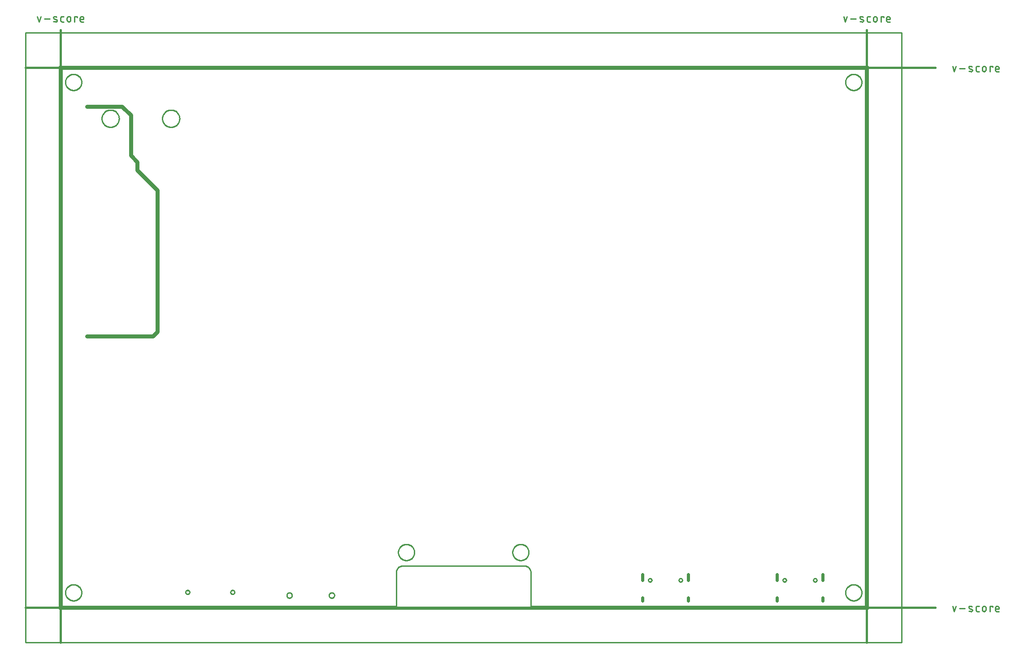
<source format=gko>
G04 EAGLE Gerber RS-274X export*
G75*
%MOMM*%
%FSLAX34Y34*%
%LPD*%
%IN*%
%IPPOS*%
%AMOC8*
5,1,8,0,0,1.08239X$1,22.5*%
G01*
%ADD10C,0.203200*%
%ADD11C,0.800000*%
%ADD12C,0.381000*%
%ADD13C,0.279400*%
%ADD14C,0.254000*%
%ADD15C,0.000000*%
%ADD16C,0.600000*%
%ADD17C,0.254000*%


D10*
X0Y0D02*
X631825Y0D01*
X631825Y63500D01*
X631829Y63807D01*
X631840Y64114D01*
X631858Y64420D01*
X631884Y64726D01*
X631918Y65031D01*
X631958Y65335D01*
X632006Y65638D01*
X632062Y65940D01*
X632124Y66240D01*
X632194Y66539D01*
X632271Y66836D01*
X632355Y67132D01*
X632447Y67425D01*
X632545Y67715D01*
X632650Y68003D01*
X632763Y68289D01*
X632882Y68572D01*
X633008Y68852D01*
X633140Y69129D01*
X633280Y69402D01*
X633426Y69672D01*
X633578Y69938D01*
X633737Y70201D01*
X633902Y70460D01*
X634073Y70714D01*
X634250Y70965D01*
X634434Y71211D01*
X634623Y71453D01*
X634818Y71689D01*
X635019Y71922D01*
X635225Y72149D01*
X635437Y72371D01*
X635654Y72588D01*
X635876Y72800D01*
X636103Y73006D01*
X636336Y73207D01*
X636572Y73402D01*
X636814Y73591D01*
X637060Y73775D01*
X637311Y73952D01*
X637565Y74123D01*
X637824Y74288D01*
X638087Y74447D01*
X638353Y74599D01*
X638623Y74745D01*
X638896Y74885D01*
X639173Y75017D01*
X639453Y75143D01*
X639736Y75262D01*
X640022Y75375D01*
X640310Y75480D01*
X640600Y75578D01*
X640893Y75670D01*
X641189Y75754D01*
X641486Y75831D01*
X641785Y75901D01*
X642085Y75963D01*
X642387Y76019D01*
X642690Y76067D01*
X642994Y76107D01*
X643299Y76141D01*
X643605Y76167D01*
X643911Y76185D01*
X644218Y76196D01*
X644525Y76200D01*
X873125Y76200D01*
X873432Y76196D01*
X873739Y76185D01*
X874045Y76167D01*
X874351Y76141D01*
X874656Y76107D01*
X874960Y76067D01*
X875263Y76019D01*
X875565Y75963D01*
X875865Y75901D01*
X876164Y75831D01*
X876461Y75754D01*
X876757Y75670D01*
X877050Y75578D01*
X877340Y75480D01*
X877628Y75375D01*
X877914Y75262D01*
X878197Y75143D01*
X878477Y75017D01*
X878754Y74885D01*
X879027Y74745D01*
X879297Y74599D01*
X879563Y74447D01*
X879826Y74288D01*
X880085Y74123D01*
X880339Y73952D01*
X880590Y73775D01*
X880836Y73591D01*
X881078Y73402D01*
X881314Y73207D01*
X881547Y73006D01*
X881774Y72800D01*
X881996Y72588D01*
X882213Y72371D01*
X882425Y72149D01*
X882631Y71922D01*
X882832Y71689D01*
X883027Y71453D01*
X883216Y71211D01*
X883400Y70965D01*
X883577Y70714D01*
X883748Y70460D01*
X883913Y70201D01*
X884072Y69938D01*
X884224Y69672D01*
X884370Y69402D01*
X884510Y69129D01*
X884642Y68852D01*
X884768Y68572D01*
X884887Y68289D01*
X885000Y68003D01*
X885105Y67715D01*
X885203Y67425D01*
X885295Y67132D01*
X885379Y66836D01*
X885456Y66539D01*
X885526Y66240D01*
X885588Y65940D01*
X885644Y65638D01*
X885692Y65335D01*
X885732Y65031D01*
X885766Y64726D01*
X885792Y64420D01*
X885810Y64114D01*
X885821Y63807D01*
X885825Y63500D01*
X885825Y0D01*
X1517650Y0D01*
X1517650Y1016000D01*
X0Y1016000D01*
X0Y0D01*
D11*
X47825Y945000D02*
X113825Y945000D01*
X130325Y928500D01*
X130325Y852000D01*
X142825Y839500D01*
X142825Y824000D01*
X180825Y786000D01*
X180825Y519000D01*
X171825Y510000D01*
X47825Y510000D01*
D12*
X-2540Y-68580D02*
X-2540Y1089660D01*
D13*
X-42921Y1105027D02*
X-46251Y1115018D01*
X-39590Y1115018D02*
X-42921Y1105027D01*
X-32806Y1110855D02*
X-22815Y1110855D01*
X-14261Y1110855D02*
X-10098Y1109190D01*
X-14261Y1110854D02*
X-14346Y1110890D01*
X-14429Y1110930D01*
X-14510Y1110973D01*
X-14590Y1111020D01*
X-14667Y1111070D01*
X-14743Y1111123D01*
X-14816Y1111179D01*
X-14886Y1111239D01*
X-14954Y1111301D01*
X-15019Y1111366D01*
X-15081Y1111434D01*
X-15141Y1111505D01*
X-15197Y1111578D01*
X-15250Y1111653D01*
X-15300Y1111731D01*
X-15346Y1111810D01*
X-15389Y1111892D01*
X-15429Y1111975D01*
X-15465Y1112060D01*
X-15497Y1112146D01*
X-15526Y1112234D01*
X-15550Y1112323D01*
X-15571Y1112413D01*
X-15588Y1112503D01*
X-15602Y1112594D01*
X-15611Y1112686D01*
X-15616Y1112778D01*
X-15618Y1112870D01*
X-15616Y1112962D01*
X-15609Y1113054D01*
X-15599Y1113146D01*
X-15585Y1113237D01*
X-15567Y1113328D01*
X-15545Y1113417D01*
X-15519Y1113506D01*
X-15489Y1113593D01*
X-15456Y1113679D01*
X-15419Y1113763D01*
X-15379Y1113846D01*
X-15335Y1113927D01*
X-15288Y1114006D01*
X-15237Y1114083D01*
X-15183Y1114158D01*
X-15126Y1114231D01*
X-15066Y1114301D01*
X-15003Y1114368D01*
X-14937Y1114432D01*
X-14869Y1114494D01*
X-14798Y1114553D01*
X-14724Y1114608D01*
X-14648Y1114661D01*
X-14570Y1114710D01*
X-14490Y1114756D01*
X-14409Y1114798D01*
X-14325Y1114837D01*
X-14240Y1114872D01*
X-14153Y1114903D01*
X-14065Y1114931D01*
X-13976Y1114955D01*
X-13886Y1114975D01*
X-13796Y1114992D01*
X-13704Y1115004D01*
X-13612Y1115013D01*
X-13520Y1115017D01*
X-13428Y1115018D01*
X-13201Y1115012D01*
X-12974Y1115001D01*
X-12747Y1114984D01*
X-12521Y1114961D01*
X-12295Y1114934D01*
X-12070Y1114900D01*
X-11846Y1114862D01*
X-11623Y1114818D01*
X-11401Y1114769D01*
X-11180Y1114714D01*
X-10961Y1114654D01*
X-10743Y1114589D01*
X-10527Y1114518D01*
X-10313Y1114443D01*
X-10100Y1114362D01*
X-9890Y1114276D01*
X-9681Y1114185D01*
X-10098Y1109190D02*
X-10013Y1109154D01*
X-9930Y1109114D01*
X-9849Y1109071D01*
X-9769Y1109024D01*
X-9692Y1108974D01*
X-9616Y1108921D01*
X-9543Y1108865D01*
X-9473Y1108805D01*
X-9405Y1108743D01*
X-9340Y1108678D01*
X-9278Y1108610D01*
X-9218Y1108539D01*
X-9162Y1108466D01*
X-9109Y1108391D01*
X-9059Y1108313D01*
X-9013Y1108234D01*
X-8970Y1108152D01*
X-8930Y1108069D01*
X-8894Y1107984D01*
X-8862Y1107898D01*
X-8833Y1107810D01*
X-8809Y1107721D01*
X-8788Y1107631D01*
X-8771Y1107541D01*
X-8757Y1107450D01*
X-8748Y1107358D01*
X-8743Y1107266D01*
X-8741Y1107174D01*
X-8743Y1107082D01*
X-8750Y1106990D01*
X-8760Y1106898D01*
X-8774Y1106807D01*
X-8792Y1106716D01*
X-8814Y1106627D01*
X-8840Y1106538D01*
X-8870Y1106451D01*
X-8903Y1106365D01*
X-8940Y1106281D01*
X-8980Y1106198D01*
X-9024Y1106117D01*
X-9071Y1106038D01*
X-9122Y1105961D01*
X-9176Y1105886D01*
X-9233Y1105813D01*
X-9293Y1105743D01*
X-9356Y1105676D01*
X-9422Y1105612D01*
X-9490Y1105550D01*
X-9561Y1105491D01*
X-9635Y1105436D01*
X-9711Y1105383D01*
X-9789Y1105334D01*
X-9869Y1105288D01*
X-9950Y1105246D01*
X-10034Y1105207D01*
X-10119Y1105172D01*
X-10206Y1105141D01*
X-10294Y1105113D01*
X-10383Y1105089D01*
X-10473Y1105069D01*
X-10563Y1105052D01*
X-10655Y1105040D01*
X-10747Y1105031D01*
X-10839Y1105027D01*
X-10931Y1105026D01*
X-10931Y1105027D02*
X-11265Y1105036D01*
X-11598Y1105053D01*
X-11931Y1105077D01*
X-12264Y1105110D01*
X-12595Y1105150D01*
X-12926Y1105198D01*
X-13255Y1105254D01*
X-13583Y1105317D01*
X-13909Y1105389D01*
X-14233Y1105468D01*
X-14556Y1105554D01*
X-14876Y1105649D01*
X-15194Y1105751D01*
X-15510Y1105860D01*
X562Y1105027D02*
X3892Y1105027D01*
X562Y1105027D02*
X464Y1105029D01*
X366Y1105035D01*
X268Y1105044D01*
X171Y1105058D01*
X75Y1105075D01*
X-21Y1105096D01*
X-116Y1105121D01*
X-210Y1105149D01*
X-303Y1105181D01*
X-394Y1105217D01*
X-484Y1105256D01*
X-572Y1105299D01*
X-659Y1105346D01*
X-743Y1105395D01*
X-826Y1105448D01*
X-906Y1105504D01*
X-985Y1105563D01*
X-1060Y1105626D01*
X-1134Y1105691D01*
X-1204Y1105759D01*
X-1272Y1105829D01*
X-1338Y1105903D01*
X-1400Y1105979D01*
X-1459Y1106057D01*
X-1515Y1106137D01*
X-1568Y1106220D01*
X-1618Y1106304D01*
X-1664Y1106391D01*
X-1707Y1106479D01*
X-1746Y1106569D01*
X-1782Y1106660D01*
X-1814Y1106753D01*
X-1842Y1106847D01*
X-1867Y1106942D01*
X-1888Y1107038D01*
X-1905Y1107134D01*
X-1919Y1107231D01*
X-1928Y1107329D01*
X-1934Y1107427D01*
X-1936Y1107525D01*
X-1936Y1112520D01*
X-1934Y1112618D01*
X-1928Y1112716D01*
X-1919Y1112814D01*
X-1905Y1112911D01*
X-1888Y1113007D01*
X-1867Y1113103D01*
X-1842Y1113198D01*
X-1814Y1113292D01*
X-1782Y1113385D01*
X-1746Y1113476D01*
X-1707Y1113566D01*
X-1664Y1113654D01*
X-1617Y1113741D01*
X-1568Y1113825D01*
X-1515Y1113908D01*
X-1459Y1113988D01*
X-1400Y1114066D01*
X-1337Y1114142D01*
X-1272Y1114216D01*
X-1204Y1114286D01*
X-1134Y1114354D01*
X-1060Y1114419D01*
X-984Y1114482D01*
X-906Y1114541D01*
X-826Y1114597D01*
X-743Y1114650D01*
X-659Y1114699D01*
X-572Y1114746D01*
X-484Y1114789D01*
X-394Y1114828D01*
X-303Y1114864D01*
X-210Y1114896D01*
X-116Y1114924D01*
X-21Y1114949D01*
X75Y1114970D01*
X171Y1114987D01*
X268Y1115001D01*
X366Y1115010D01*
X464Y1115016D01*
X562Y1115018D01*
X3892Y1115018D01*
X10022Y1111687D02*
X10022Y1108357D01*
X10022Y1111687D02*
X10024Y1111801D01*
X10030Y1111914D01*
X10039Y1112028D01*
X10053Y1112140D01*
X10070Y1112253D01*
X10092Y1112365D01*
X10117Y1112475D01*
X10145Y1112585D01*
X10178Y1112694D01*
X10214Y1112802D01*
X10254Y1112909D01*
X10298Y1113014D01*
X10345Y1113117D01*
X10395Y1113219D01*
X10449Y1113319D01*
X10507Y1113417D01*
X10568Y1113513D01*
X10631Y1113607D01*
X10699Y1113699D01*
X10769Y1113789D01*
X10842Y1113875D01*
X10918Y1113960D01*
X10997Y1114042D01*
X11079Y1114121D01*
X11164Y1114197D01*
X11250Y1114270D01*
X11340Y1114340D01*
X11432Y1114408D01*
X11526Y1114471D01*
X11622Y1114532D01*
X11720Y1114590D01*
X11820Y1114644D01*
X11922Y1114694D01*
X12025Y1114741D01*
X12130Y1114785D01*
X12237Y1114825D01*
X12345Y1114861D01*
X12454Y1114894D01*
X12564Y1114922D01*
X12674Y1114947D01*
X12786Y1114969D01*
X12899Y1114986D01*
X13011Y1115000D01*
X13125Y1115009D01*
X13238Y1115015D01*
X13352Y1115017D01*
X13466Y1115015D01*
X13579Y1115009D01*
X13693Y1115000D01*
X13805Y1114986D01*
X13918Y1114969D01*
X14030Y1114947D01*
X14140Y1114922D01*
X14250Y1114894D01*
X14359Y1114861D01*
X14467Y1114825D01*
X14574Y1114785D01*
X14679Y1114741D01*
X14782Y1114694D01*
X14884Y1114644D01*
X14984Y1114590D01*
X15082Y1114532D01*
X15178Y1114471D01*
X15272Y1114408D01*
X15364Y1114340D01*
X15454Y1114270D01*
X15540Y1114197D01*
X15625Y1114121D01*
X15707Y1114042D01*
X15786Y1113960D01*
X15862Y1113875D01*
X15935Y1113789D01*
X16005Y1113699D01*
X16073Y1113607D01*
X16136Y1113513D01*
X16197Y1113417D01*
X16255Y1113319D01*
X16309Y1113219D01*
X16359Y1113117D01*
X16406Y1113014D01*
X16450Y1112909D01*
X16490Y1112802D01*
X16526Y1112694D01*
X16559Y1112585D01*
X16587Y1112475D01*
X16612Y1112365D01*
X16634Y1112253D01*
X16651Y1112140D01*
X16665Y1112028D01*
X16674Y1111914D01*
X16680Y1111801D01*
X16682Y1111687D01*
X16682Y1108357D01*
X16680Y1108243D01*
X16674Y1108130D01*
X16665Y1108016D01*
X16651Y1107904D01*
X16634Y1107791D01*
X16612Y1107679D01*
X16587Y1107569D01*
X16559Y1107459D01*
X16526Y1107350D01*
X16490Y1107242D01*
X16450Y1107135D01*
X16406Y1107030D01*
X16359Y1106927D01*
X16309Y1106825D01*
X16255Y1106725D01*
X16197Y1106627D01*
X16136Y1106531D01*
X16073Y1106437D01*
X16005Y1106345D01*
X15935Y1106255D01*
X15862Y1106169D01*
X15786Y1106084D01*
X15707Y1106002D01*
X15625Y1105923D01*
X15540Y1105847D01*
X15454Y1105774D01*
X15364Y1105704D01*
X15272Y1105636D01*
X15178Y1105573D01*
X15082Y1105512D01*
X14984Y1105454D01*
X14884Y1105400D01*
X14782Y1105350D01*
X14679Y1105303D01*
X14574Y1105259D01*
X14467Y1105219D01*
X14359Y1105183D01*
X14250Y1105150D01*
X14140Y1105122D01*
X14030Y1105097D01*
X13918Y1105075D01*
X13805Y1105058D01*
X13693Y1105044D01*
X13579Y1105035D01*
X13466Y1105029D01*
X13352Y1105027D01*
X13238Y1105029D01*
X13125Y1105035D01*
X13011Y1105044D01*
X12899Y1105058D01*
X12786Y1105075D01*
X12674Y1105097D01*
X12564Y1105122D01*
X12454Y1105150D01*
X12345Y1105183D01*
X12237Y1105219D01*
X12130Y1105259D01*
X12025Y1105303D01*
X11922Y1105350D01*
X11820Y1105400D01*
X11720Y1105454D01*
X11622Y1105512D01*
X11526Y1105573D01*
X11432Y1105636D01*
X11340Y1105704D01*
X11250Y1105774D01*
X11164Y1105847D01*
X11079Y1105923D01*
X10997Y1106002D01*
X10918Y1106084D01*
X10842Y1106169D01*
X10769Y1106255D01*
X10699Y1106345D01*
X10631Y1106437D01*
X10568Y1106531D01*
X10507Y1106627D01*
X10449Y1106725D01*
X10395Y1106825D01*
X10345Y1106927D01*
X10298Y1107030D01*
X10254Y1107135D01*
X10214Y1107242D01*
X10178Y1107350D01*
X10145Y1107459D01*
X10117Y1107569D01*
X10092Y1107679D01*
X10070Y1107791D01*
X10053Y1107904D01*
X10039Y1108016D01*
X10030Y1108130D01*
X10024Y1108243D01*
X10022Y1108357D01*
X24218Y1105027D02*
X24218Y1115018D01*
X29213Y1115018D01*
X29213Y1113353D01*
X37008Y1105027D02*
X41171Y1105027D01*
X37008Y1105027D02*
X36910Y1105029D01*
X36812Y1105035D01*
X36714Y1105044D01*
X36617Y1105058D01*
X36521Y1105075D01*
X36425Y1105096D01*
X36330Y1105121D01*
X36236Y1105149D01*
X36143Y1105181D01*
X36052Y1105217D01*
X35962Y1105256D01*
X35874Y1105299D01*
X35787Y1105346D01*
X35703Y1105395D01*
X35620Y1105448D01*
X35540Y1105504D01*
X35462Y1105563D01*
X35386Y1105626D01*
X35312Y1105691D01*
X35242Y1105759D01*
X35174Y1105829D01*
X35109Y1105903D01*
X35046Y1105979D01*
X34987Y1106057D01*
X34931Y1106137D01*
X34878Y1106220D01*
X34829Y1106304D01*
X34782Y1106391D01*
X34739Y1106479D01*
X34700Y1106569D01*
X34664Y1106660D01*
X34632Y1106753D01*
X34604Y1106847D01*
X34579Y1106942D01*
X34558Y1107038D01*
X34541Y1107134D01*
X34527Y1107231D01*
X34518Y1107329D01*
X34512Y1107427D01*
X34510Y1107525D01*
X34510Y1111687D01*
X34511Y1111687D02*
X34513Y1111801D01*
X34519Y1111914D01*
X34528Y1112028D01*
X34542Y1112140D01*
X34559Y1112253D01*
X34581Y1112365D01*
X34606Y1112475D01*
X34634Y1112585D01*
X34667Y1112694D01*
X34703Y1112802D01*
X34743Y1112909D01*
X34787Y1113014D01*
X34834Y1113117D01*
X34884Y1113219D01*
X34938Y1113319D01*
X34996Y1113417D01*
X35057Y1113513D01*
X35120Y1113607D01*
X35188Y1113699D01*
X35258Y1113789D01*
X35331Y1113875D01*
X35407Y1113960D01*
X35486Y1114042D01*
X35568Y1114121D01*
X35653Y1114197D01*
X35739Y1114270D01*
X35829Y1114340D01*
X35921Y1114408D01*
X36015Y1114471D01*
X36111Y1114532D01*
X36209Y1114590D01*
X36309Y1114644D01*
X36411Y1114694D01*
X36514Y1114741D01*
X36619Y1114785D01*
X36726Y1114825D01*
X36834Y1114861D01*
X36943Y1114894D01*
X37053Y1114922D01*
X37163Y1114947D01*
X37275Y1114969D01*
X37388Y1114986D01*
X37500Y1115000D01*
X37614Y1115009D01*
X37727Y1115015D01*
X37841Y1115017D01*
X37955Y1115015D01*
X38068Y1115009D01*
X38182Y1115000D01*
X38294Y1114986D01*
X38407Y1114969D01*
X38519Y1114947D01*
X38629Y1114922D01*
X38739Y1114894D01*
X38848Y1114861D01*
X38956Y1114825D01*
X39063Y1114785D01*
X39168Y1114741D01*
X39271Y1114694D01*
X39373Y1114644D01*
X39473Y1114590D01*
X39571Y1114532D01*
X39667Y1114471D01*
X39761Y1114408D01*
X39853Y1114340D01*
X39943Y1114270D01*
X40029Y1114197D01*
X40114Y1114121D01*
X40196Y1114042D01*
X40275Y1113960D01*
X40351Y1113875D01*
X40424Y1113789D01*
X40494Y1113699D01*
X40562Y1113607D01*
X40625Y1113513D01*
X40686Y1113417D01*
X40744Y1113319D01*
X40798Y1113219D01*
X40848Y1113117D01*
X40895Y1113014D01*
X40939Y1112909D01*
X40979Y1112802D01*
X41015Y1112694D01*
X41048Y1112585D01*
X41076Y1112475D01*
X41101Y1112365D01*
X41123Y1112253D01*
X41140Y1112140D01*
X41154Y1112028D01*
X41163Y1111914D01*
X41169Y1111801D01*
X41171Y1111687D01*
X41171Y1110022D01*
X34510Y1110022D01*
D12*
X1520190Y1089660D02*
X1520190Y-68580D01*
D13*
X1479809Y1105027D02*
X1476479Y1115018D01*
X1483140Y1115018D02*
X1479809Y1105027D01*
X1489924Y1110855D02*
X1499915Y1110855D01*
X1508469Y1110855D02*
X1512632Y1109190D01*
X1508469Y1110854D02*
X1508384Y1110890D01*
X1508301Y1110930D01*
X1508220Y1110973D01*
X1508140Y1111020D01*
X1508063Y1111070D01*
X1507987Y1111123D01*
X1507914Y1111179D01*
X1507844Y1111239D01*
X1507776Y1111301D01*
X1507711Y1111366D01*
X1507649Y1111434D01*
X1507589Y1111505D01*
X1507533Y1111578D01*
X1507480Y1111653D01*
X1507430Y1111731D01*
X1507384Y1111810D01*
X1507341Y1111892D01*
X1507301Y1111975D01*
X1507265Y1112060D01*
X1507233Y1112146D01*
X1507204Y1112234D01*
X1507180Y1112323D01*
X1507159Y1112413D01*
X1507142Y1112503D01*
X1507128Y1112594D01*
X1507119Y1112686D01*
X1507114Y1112778D01*
X1507112Y1112870D01*
X1507114Y1112962D01*
X1507121Y1113054D01*
X1507131Y1113146D01*
X1507145Y1113237D01*
X1507163Y1113328D01*
X1507185Y1113417D01*
X1507211Y1113506D01*
X1507241Y1113593D01*
X1507274Y1113679D01*
X1507311Y1113763D01*
X1507351Y1113846D01*
X1507395Y1113927D01*
X1507442Y1114006D01*
X1507493Y1114083D01*
X1507547Y1114158D01*
X1507604Y1114231D01*
X1507664Y1114301D01*
X1507727Y1114368D01*
X1507793Y1114432D01*
X1507861Y1114494D01*
X1507932Y1114553D01*
X1508006Y1114608D01*
X1508082Y1114661D01*
X1508160Y1114710D01*
X1508240Y1114756D01*
X1508321Y1114798D01*
X1508405Y1114837D01*
X1508490Y1114872D01*
X1508577Y1114903D01*
X1508665Y1114931D01*
X1508754Y1114955D01*
X1508844Y1114975D01*
X1508934Y1114992D01*
X1509026Y1115004D01*
X1509118Y1115013D01*
X1509210Y1115017D01*
X1509302Y1115018D01*
X1509529Y1115012D01*
X1509756Y1115001D01*
X1509983Y1114984D01*
X1510209Y1114961D01*
X1510435Y1114934D01*
X1510660Y1114900D01*
X1510884Y1114862D01*
X1511107Y1114818D01*
X1511329Y1114769D01*
X1511550Y1114714D01*
X1511769Y1114654D01*
X1511987Y1114589D01*
X1512203Y1114518D01*
X1512417Y1114443D01*
X1512630Y1114362D01*
X1512840Y1114276D01*
X1513049Y1114185D01*
X1512632Y1109190D02*
X1512717Y1109154D01*
X1512800Y1109114D01*
X1512881Y1109071D01*
X1512961Y1109024D01*
X1513038Y1108974D01*
X1513114Y1108921D01*
X1513187Y1108865D01*
X1513257Y1108805D01*
X1513325Y1108743D01*
X1513390Y1108678D01*
X1513452Y1108610D01*
X1513512Y1108539D01*
X1513568Y1108466D01*
X1513621Y1108391D01*
X1513671Y1108313D01*
X1513717Y1108234D01*
X1513760Y1108152D01*
X1513800Y1108069D01*
X1513836Y1107984D01*
X1513868Y1107898D01*
X1513897Y1107810D01*
X1513921Y1107721D01*
X1513942Y1107631D01*
X1513959Y1107541D01*
X1513973Y1107450D01*
X1513982Y1107358D01*
X1513987Y1107266D01*
X1513989Y1107174D01*
X1513987Y1107082D01*
X1513980Y1106990D01*
X1513970Y1106898D01*
X1513956Y1106807D01*
X1513938Y1106716D01*
X1513916Y1106627D01*
X1513890Y1106538D01*
X1513860Y1106451D01*
X1513827Y1106365D01*
X1513790Y1106281D01*
X1513750Y1106198D01*
X1513706Y1106117D01*
X1513659Y1106038D01*
X1513608Y1105961D01*
X1513554Y1105886D01*
X1513497Y1105813D01*
X1513437Y1105743D01*
X1513374Y1105676D01*
X1513308Y1105612D01*
X1513240Y1105550D01*
X1513169Y1105491D01*
X1513095Y1105436D01*
X1513019Y1105383D01*
X1512941Y1105334D01*
X1512861Y1105288D01*
X1512780Y1105246D01*
X1512696Y1105207D01*
X1512611Y1105172D01*
X1512524Y1105141D01*
X1512436Y1105113D01*
X1512347Y1105089D01*
X1512257Y1105069D01*
X1512167Y1105052D01*
X1512075Y1105040D01*
X1511983Y1105031D01*
X1511891Y1105027D01*
X1511799Y1105026D01*
X1511799Y1105027D02*
X1511465Y1105036D01*
X1511132Y1105053D01*
X1510799Y1105077D01*
X1510466Y1105110D01*
X1510135Y1105150D01*
X1509804Y1105198D01*
X1509475Y1105254D01*
X1509147Y1105317D01*
X1508821Y1105389D01*
X1508497Y1105468D01*
X1508174Y1105554D01*
X1507854Y1105649D01*
X1507536Y1105751D01*
X1507220Y1105860D01*
X1523292Y1105027D02*
X1526622Y1105027D01*
X1523292Y1105027D02*
X1523194Y1105029D01*
X1523096Y1105035D01*
X1522998Y1105044D01*
X1522901Y1105058D01*
X1522805Y1105075D01*
X1522709Y1105096D01*
X1522614Y1105121D01*
X1522520Y1105149D01*
X1522427Y1105181D01*
X1522336Y1105217D01*
X1522246Y1105256D01*
X1522158Y1105299D01*
X1522071Y1105346D01*
X1521987Y1105395D01*
X1521904Y1105448D01*
X1521824Y1105504D01*
X1521746Y1105563D01*
X1521670Y1105626D01*
X1521596Y1105691D01*
X1521526Y1105759D01*
X1521458Y1105829D01*
X1521393Y1105903D01*
X1521330Y1105979D01*
X1521271Y1106057D01*
X1521215Y1106137D01*
X1521162Y1106220D01*
X1521113Y1106304D01*
X1521066Y1106391D01*
X1521023Y1106479D01*
X1520984Y1106569D01*
X1520948Y1106660D01*
X1520916Y1106753D01*
X1520888Y1106847D01*
X1520863Y1106942D01*
X1520842Y1107038D01*
X1520825Y1107134D01*
X1520811Y1107231D01*
X1520802Y1107329D01*
X1520796Y1107427D01*
X1520794Y1107525D01*
X1520794Y1112520D01*
X1520796Y1112618D01*
X1520802Y1112716D01*
X1520811Y1112814D01*
X1520825Y1112911D01*
X1520842Y1113007D01*
X1520863Y1113103D01*
X1520888Y1113198D01*
X1520916Y1113292D01*
X1520948Y1113385D01*
X1520984Y1113476D01*
X1521023Y1113566D01*
X1521066Y1113654D01*
X1521113Y1113741D01*
X1521162Y1113825D01*
X1521215Y1113908D01*
X1521271Y1113988D01*
X1521330Y1114067D01*
X1521393Y1114142D01*
X1521458Y1114216D01*
X1521526Y1114286D01*
X1521596Y1114354D01*
X1521670Y1114420D01*
X1521746Y1114482D01*
X1521824Y1114541D01*
X1521904Y1114597D01*
X1521987Y1114650D01*
X1522071Y1114700D01*
X1522158Y1114746D01*
X1522246Y1114789D01*
X1522336Y1114828D01*
X1522427Y1114864D01*
X1522520Y1114896D01*
X1522614Y1114924D01*
X1522709Y1114949D01*
X1522805Y1114970D01*
X1522901Y1114987D01*
X1522998Y1115001D01*
X1523096Y1115010D01*
X1523194Y1115016D01*
X1523292Y1115018D01*
X1526622Y1115018D01*
X1532752Y1111687D02*
X1532752Y1108357D01*
X1532752Y1111687D02*
X1532754Y1111801D01*
X1532760Y1111914D01*
X1532769Y1112028D01*
X1532783Y1112140D01*
X1532800Y1112253D01*
X1532822Y1112365D01*
X1532847Y1112475D01*
X1532875Y1112585D01*
X1532908Y1112694D01*
X1532944Y1112802D01*
X1532984Y1112909D01*
X1533028Y1113014D01*
X1533075Y1113117D01*
X1533125Y1113219D01*
X1533179Y1113319D01*
X1533237Y1113417D01*
X1533298Y1113513D01*
X1533361Y1113607D01*
X1533429Y1113699D01*
X1533499Y1113789D01*
X1533572Y1113875D01*
X1533648Y1113960D01*
X1533727Y1114042D01*
X1533809Y1114121D01*
X1533894Y1114197D01*
X1533980Y1114270D01*
X1534070Y1114340D01*
X1534162Y1114408D01*
X1534256Y1114471D01*
X1534352Y1114532D01*
X1534450Y1114590D01*
X1534550Y1114644D01*
X1534652Y1114694D01*
X1534755Y1114741D01*
X1534860Y1114785D01*
X1534967Y1114825D01*
X1535075Y1114861D01*
X1535184Y1114894D01*
X1535294Y1114922D01*
X1535404Y1114947D01*
X1535516Y1114969D01*
X1535629Y1114986D01*
X1535741Y1115000D01*
X1535855Y1115009D01*
X1535968Y1115015D01*
X1536082Y1115017D01*
X1536196Y1115015D01*
X1536309Y1115009D01*
X1536423Y1115000D01*
X1536535Y1114986D01*
X1536648Y1114969D01*
X1536760Y1114947D01*
X1536870Y1114922D01*
X1536980Y1114894D01*
X1537089Y1114861D01*
X1537197Y1114825D01*
X1537304Y1114785D01*
X1537409Y1114741D01*
X1537512Y1114694D01*
X1537614Y1114644D01*
X1537714Y1114590D01*
X1537812Y1114532D01*
X1537908Y1114471D01*
X1538002Y1114408D01*
X1538094Y1114340D01*
X1538184Y1114270D01*
X1538270Y1114197D01*
X1538355Y1114121D01*
X1538437Y1114042D01*
X1538516Y1113960D01*
X1538592Y1113875D01*
X1538665Y1113789D01*
X1538735Y1113699D01*
X1538803Y1113607D01*
X1538866Y1113513D01*
X1538927Y1113417D01*
X1538985Y1113319D01*
X1539039Y1113219D01*
X1539089Y1113117D01*
X1539136Y1113014D01*
X1539180Y1112909D01*
X1539220Y1112802D01*
X1539256Y1112694D01*
X1539289Y1112585D01*
X1539317Y1112475D01*
X1539342Y1112365D01*
X1539364Y1112253D01*
X1539381Y1112140D01*
X1539395Y1112028D01*
X1539404Y1111914D01*
X1539410Y1111801D01*
X1539412Y1111687D01*
X1539412Y1108357D01*
X1539410Y1108243D01*
X1539404Y1108130D01*
X1539395Y1108016D01*
X1539381Y1107904D01*
X1539364Y1107791D01*
X1539342Y1107679D01*
X1539317Y1107569D01*
X1539289Y1107459D01*
X1539256Y1107350D01*
X1539220Y1107242D01*
X1539180Y1107135D01*
X1539136Y1107030D01*
X1539089Y1106927D01*
X1539039Y1106825D01*
X1538985Y1106725D01*
X1538927Y1106627D01*
X1538866Y1106531D01*
X1538803Y1106437D01*
X1538735Y1106345D01*
X1538665Y1106255D01*
X1538592Y1106169D01*
X1538516Y1106084D01*
X1538437Y1106002D01*
X1538355Y1105923D01*
X1538270Y1105847D01*
X1538184Y1105774D01*
X1538094Y1105704D01*
X1538002Y1105636D01*
X1537908Y1105573D01*
X1537812Y1105512D01*
X1537714Y1105454D01*
X1537614Y1105400D01*
X1537512Y1105350D01*
X1537409Y1105303D01*
X1537304Y1105259D01*
X1537197Y1105219D01*
X1537089Y1105183D01*
X1536980Y1105150D01*
X1536870Y1105122D01*
X1536760Y1105097D01*
X1536648Y1105075D01*
X1536535Y1105058D01*
X1536423Y1105044D01*
X1536309Y1105035D01*
X1536196Y1105029D01*
X1536082Y1105027D01*
X1535968Y1105029D01*
X1535855Y1105035D01*
X1535741Y1105044D01*
X1535629Y1105058D01*
X1535516Y1105075D01*
X1535404Y1105097D01*
X1535294Y1105122D01*
X1535184Y1105150D01*
X1535075Y1105183D01*
X1534967Y1105219D01*
X1534860Y1105259D01*
X1534755Y1105303D01*
X1534652Y1105350D01*
X1534550Y1105400D01*
X1534450Y1105454D01*
X1534352Y1105512D01*
X1534256Y1105573D01*
X1534162Y1105636D01*
X1534070Y1105704D01*
X1533980Y1105774D01*
X1533894Y1105847D01*
X1533809Y1105923D01*
X1533727Y1106002D01*
X1533648Y1106084D01*
X1533572Y1106169D01*
X1533499Y1106255D01*
X1533429Y1106345D01*
X1533361Y1106437D01*
X1533298Y1106531D01*
X1533237Y1106627D01*
X1533179Y1106725D01*
X1533125Y1106825D01*
X1533075Y1106927D01*
X1533028Y1107030D01*
X1532984Y1107135D01*
X1532944Y1107242D01*
X1532908Y1107350D01*
X1532875Y1107459D01*
X1532847Y1107569D01*
X1532822Y1107679D01*
X1532800Y1107791D01*
X1532783Y1107904D01*
X1532769Y1108016D01*
X1532760Y1108130D01*
X1532754Y1108243D01*
X1532752Y1108357D01*
X1546948Y1105027D02*
X1546948Y1115018D01*
X1551943Y1115018D01*
X1551943Y1113353D01*
X1559738Y1105027D02*
X1563901Y1105027D01*
X1559738Y1105027D02*
X1559640Y1105029D01*
X1559542Y1105035D01*
X1559444Y1105044D01*
X1559347Y1105058D01*
X1559251Y1105075D01*
X1559155Y1105096D01*
X1559060Y1105121D01*
X1558966Y1105149D01*
X1558873Y1105181D01*
X1558782Y1105217D01*
X1558692Y1105256D01*
X1558604Y1105299D01*
X1558517Y1105346D01*
X1558433Y1105395D01*
X1558350Y1105448D01*
X1558270Y1105504D01*
X1558192Y1105563D01*
X1558116Y1105626D01*
X1558042Y1105691D01*
X1557972Y1105759D01*
X1557904Y1105829D01*
X1557839Y1105903D01*
X1557776Y1105979D01*
X1557717Y1106057D01*
X1557661Y1106137D01*
X1557608Y1106220D01*
X1557559Y1106304D01*
X1557512Y1106391D01*
X1557469Y1106479D01*
X1557430Y1106569D01*
X1557394Y1106660D01*
X1557362Y1106753D01*
X1557334Y1106847D01*
X1557309Y1106942D01*
X1557288Y1107038D01*
X1557271Y1107134D01*
X1557257Y1107231D01*
X1557248Y1107329D01*
X1557242Y1107427D01*
X1557240Y1107525D01*
X1557240Y1111687D01*
X1557241Y1111687D02*
X1557243Y1111801D01*
X1557249Y1111914D01*
X1557258Y1112028D01*
X1557272Y1112140D01*
X1557289Y1112253D01*
X1557311Y1112365D01*
X1557336Y1112475D01*
X1557364Y1112585D01*
X1557397Y1112694D01*
X1557433Y1112802D01*
X1557473Y1112909D01*
X1557517Y1113014D01*
X1557564Y1113117D01*
X1557614Y1113219D01*
X1557668Y1113319D01*
X1557726Y1113417D01*
X1557787Y1113513D01*
X1557850Y1113607D01*
X1557918Y1113699D01*
X1557988Y1113789D01*
X1558061Y1113875D01*
X1558137Y1113960D01*
X1558216Y1114042D01*
X1558298Y1114121D01*
X1558383Y1114197D01*
X1558469Y1114270D01*
X1558559Y1114340D01*
X1558651Y1114408D01*
X1558745Y1114471D01*
X1558841Y1114532D01*
X1558939Y1114590D01*
X1559039Y1114644D01*
X1559141Y1114694D01*
X1559244Y1114741D01*
X1559349Y1114785D01*
X1559456Y1114825D01*
X1559564Y1114861D01*
X1559673Y1114894D01*
X1559783Y1114922D01*
X1559893Y1114947D01*
X1560005Y1114969D01*
X1560118Y1114986D01*
X1560230Y1115000D01*
X1560344Y1115009D01*
X1560457Y1115015D01*
X1560571Y1115017D01*
X1560685Y1115015D01*
X1560798Y1115009D01*
X1560912Y1115000D01*
X1561024Y1114986D01*
X1561137Y1114969D01*
X1561249Y1114947D01*
X1561359Y1114922D01*
X1561469Y1114894D01*
X1561578Y1114861D01*
X1561686Y1114825D01*
X1561793Y1114785D01*
X1561898Y1114741D01*
X1562001Y1114694D01*
X1562103Y1114644D01*
X1562203Y1114590D01*
X1562301Y1114532D01*
X1562397Y1114471D01*
X1562491Y1114408D01*
X1562583Y1114340D01*
X1562673Y1114270D01*
X1562759Y1114197D01*
X1562844Y1114121D01*
X1562926Y1114042D01*
X1563005Y1113960D01*
X1563081Y1113875D01*
X1563154Y1113789D01*
X1563224Y1113699D01*
X1563292Y1113607D01*
X1563355Y1113513D01*
X1563416Y1113417D01*
X1563474Y1113319D01*
X1563528Y1113219D01*
X1563578Y1113117D01*
X1563625Y1113014D01*
X1563669Y1112909D01*
X1563709Y1112802D01*
X1563745Y1112694D01*
X1563778Y1112585D01*
X1563806Y1112475D01*
X1563831Y1112365D01*
X1563853Y1112253D01*
X1563870Y1112140D01*
X1563884Y1112028D01*
X1563893Y1111914D01*
X1563899Y1111801D01*
X1563901Y1111687D01*
X1563901Y1110022D01*
X1557240Y1110022D01*
D12*
X1649730Y-2540D02*
X-68580Y-2540D01*
D13*
X1682219Y-42D02*
X1685549Y-10033D01*
X1688880Y-42D01*
X1695664Y-4205D02*
X1705655Y-4205D01*
X1714209Y-4205D02*
X1718372Y-5870D01*
X1714209Y-4206D02*
X1714124Y-4170D01*
X1714041Y-4130D01*
X1713960Y-4087D01*
X1713880Y-4040D01*
X1713803Y-3990D01*
X1713727Y-3937D01*
X1713654Y-3881D01*
X1713584Y-3821D01*
X1713516Y-3759D01*
X1713451Y-3694D01*
X1713389Y-3626D01*
X1713329Y-3555D01*
X1713273Y-3482D01*
X1713220Y-3407D01*
X1713170Y-3329D01*
X1713124Y-3250D01*
X1713081Y-3168D01*
X1713041Y-3085D01*
X1713005Y-3000D01*
X1712973Y-2914D01*
X1712944Y-2826D01*
X1712920Y-2737D01*
X1712899Y-2647D01*
X1712882Y-2557D01*
X1712868Y-2466D01*
X1712859Y-2374D01*
X1712854Y-2282D01*
X1712852Y-2190D01*
X1712854Y-2098D01*
X1712861Y-2006D01*
X1712871Y-1914D01*
X1712885Y-1823D01*
X1712903Y-1732D01*
X1712925Y-1643D01*
X1712951Y-1554D01*
X1712981Y-1467D01*
X1713014Y-1381D01*
X1713051Y-1297D01*
X1713091Y-1214D01*
X1713135Y-1133D01*
X1713182Y-1054D01*
X1713233Y-977D01*
X1713287Y-902D01*
X1713344Y-829D01*
X1713404Y-759D01*
X1713467Y-692D01*
X1713533Y-628D01*
X1713601Y-566D01*
X1713672Y-507D01*
X1713746Y-452D01*
X1713822Y-399D01*
X1713900Y-350D01*
X1713980Y-304D01*
X1714061Y-262D01*
X1714145Y-223D01*
X1714230Y-188D01*
X1714317Y-157D01*
X1714405Y-129D01*
X1714494Y-105D01*
X1714584Y-85D01*
X1714674Y-68D01*
X1714766Y-56D01*
X1714858Y-47D01*
X1714950Y-43D01*
X1715042Y-42D01*
X1715269Y-48D01*
X1715496Y-59D01*
X1715723Y-76D01*
X1715949Y-99D01*
X1716175Y-126D01*
X1716400Y-160D01*
X1716624Y-198D01*
X1716847Y-242D01*
X1717069Y-291D01*
X1717290Y-346D01*
X1717509Y-406D01*
X1717727Y-471D01*
X1717943Y-542D01*
X1718157Y-617D01*
X1718370Y-698D01*
X1718580Y-784D01*
X1718789Y-875D01*
X1718372Y-5870D02*
X1718457Y-5906D01*
X1718540Y-5946D01*
X1718621Y-5989D01*
X1718701Y-6036D01*
X1718778Y-6086D01*
X1718854Y-6139D01*
X1718927Y-6195D01*
X1718997Y-6255D01*
X1719065Y-6317D01*
X1719130Y-6382D01*
X1719192Y-6450D01*
X1719252Y-6521D01*
X1719308Y-6594D01*
X1719361Y-6669D01*
X1719411Y-6747D01*
X1719457Y-6826D01*
X1719500Y-6908D01*
X1719540Y-6991D01*
X1719576Y-7076D01*
X1719608Y-7162D01*
X1719637Y-7250D01*
X1719661Y-7339D01*
X1719682Y-7429D01*
X1719699Y-7519D01*
X1719713Y-7610D01*
X1719722Y-7702D01*
X1719727Y-7794D01*
X1719729Y-7886D01*
X1719727Y-7978D01*
X1719720Y-8070D01*
X1719710Y-8162D01*
X1719696Y-8253D01*
X1719678Y-8344D01*
X1719656Y-8433D01*
X1719630Y-8522D01*
X1719600Y-8609D01*
X1719567Y-8695D01*
X1719530Y-8779D01*
X1719490Y-8862D01*
X1719446Y-8943D01*
X1719399Y-9022D01*
X1719348Y-9099D01*
X1719294Y-9174D01*
X1719237Y-9247D01*
X1719177Y-9317D01*
X1719114Y-9384D01*
X1719048Y-9448D01*
X1718980Y-9510D01*
X1718909Y-9569D01*
X1718835Y-9624D01*
X1718759Y-9677D01*
X1718681Y-9726D01*
X1718601Y-9772D01*
X1718520Y-9814D01*
X1718436Y-9853D01*
X1718351Y-9888D01*
X1718264Y-9919D01*
X1718176Y-9947D01*
X1718087Y-9971D01*
X1717997Y-9991D01*
X1717907Y-10008D01*
X1717815Y-10020D01*
X1717723Y-10029D01*
X1717631Y-10033D01*
X1717539Y-10034D01*
X1717539Y-10033D02*
X1717205Y-10024D01*
X1716872Y-10007D01*
X1716539Y-9983D01*
X1716206Y-9950D01*
X1715875Y-9910D01*
X1715544Y-9862D01*
X1715215Y-9806D01*
X1714887Y-9743D01*
X1714561Y-9671D01*
X1714237Y-9592D01*
X1713914Y-9506D01*
X1713594Y-9411D01*
X1713276Y-9309D01*
X1712960Y-9200D01*
X1729032Y-10033D02*
X1732362Y-10033D01*
X1729032Y-10033D02*
X1728934Y-10031D01*
X1728836Y-10025D01*
X1728738Y-10016D01*
X1728641Y-10002D01*
X1728545Y-9985D01*
X1728449Y-9964D01*
X1728354Y-9939D01*
X1728260Y-9911D01*
X1728167Y-9879D01*
X1728076Y-9843D01*
X1727986Y-9804D01*
X1727898Y-9761D01*
X1727811Y-9714D01*
X1727727Y-9665D01*
X1727644Y-9612D01*
X1727564Y-9556D01*
X1727486Y-9497D01*
X1727410Y-9435D01*
X1727336Y-9369D01*
X1727266Y-9301D01*
X1727198Y-9231D01*
X1727133Y-9157D01*
X1727070Y-9082D01*
X1727011Y-9003D01*
X1726955Y-8923D01*
X1726902Y-8840D01*
X1726853Y-8756D01*
X1726806Y-8669D01*
X1726763Y-8581D01*
X1726724Y-8491D01*
X1726688Y-8400D01*
X1726656Y-8307D01*
X1726628Y-8213D01*
X1726603Y-8118D01*
X1726582Y-8022D01*
X1726565Y-7926D01*
X1726551Y-7829D01*
X1726542Y-7731D01*
X1726536Y-7633D01*
X1726534Y-7535D01*
X1726534Y-2540D01*
X1726536Y-2442D01*
X1726542Y-2344D01*
X1726551Y-2246D01*
X1726565Y-2149D01*
X1726582Y-2053D01*
X1726603Y-1957D01*
X1726628Y-1862D01*
X1726656Y-1768D01*
X1726688Y-1675D01*
X1726724Y-1584D01*
X1726763Y-1494D01*
X1726806Y-1406D01*
X1726853Y-1319D01*
X1726902Y-1235D01*
X1726955Y-1152D01*
X1727011Y-1072D01*
X1727070Y-994D01*
X1727133Y-918D01*
X1727198Y-844D01*
X1727266Y-774D01*
X1727336Y-706D01*
X1727410Y-641D01*
X1727486Y-578D01*
X1727564Y-519D01*
X1727644Y-463D01*
X1727727Y-410D01*
X1727811Y-361D01*
X1727898Y-314D01*
X1727986Y-271D01*
X1728076Y-232D01*
X1728167Y-196D01*
X1728260Y-164D01*
X1728354Y-136D01*
X1728449Y-111D01*
X1728545Y-90D01*
X1728641Y-73D01*
X1728738Y-59D01*
X1728836Y-50D01*
X1728934Y-44D01*
X1729032Y-42D01*
X1732362Y-42D01*
X1738492Y-3373D02*
X1738492Y-6703D01*
X1738492Y-3373D02*
X1738494Y-3259D01*
X1738500Y-3146D01*
X1738509Y-3032D01*
X1738523Y-2920D01*
X1738540Y-2807D01*
X1738562Y-2695D01*
X1738587Y-2585D01*
X1738615Y-2475D01*
X1738648Y-2366D01*
X1738684Y-2258D01*
X1738724Y-2151D01*
X1738768Y-2046D01*
X1738815Y-1943D01*
X1738865Y-1841D01*
X1738919Y-1741D01*
X1738977Y-1643D01*
X1739038Y-1547D01*
X1739101Y-1453D01*
X1739169Y-1361D01*
X1739239Y-1271D01*
X1739312Y-1185D01*
X1739388Y-1100D01*
X1739467Y-1018D01*
X1739549Y-939D01*
X1739634Y-863D01*
X1739720Y-790D01*
X1739810Y-720D01*
X1739902Y-652D01*
X1739996Y-589D01*
X1740092Y-528D01*
X1740190Y-470D01*
X1740290Y-416D01*
X1740392Y-366D01*
X1740495Y-319D01*
X1740600Y-275D01*
X1740707Y-235D01*
X1740815Y-199D01*
X1740924Y-166D01*
X1741034Y-138D01*
X1741144Y-113D01*
X1741256Y-91D01*
X1741369Y-74D01*
X1741481Y-60D01*
X1741595Y-51D01*
X1741708Y-45D01*
X1741822Y-43D01*
X1741936Y-45D01*
X1742049Y-51D01*
X1742163Y-60D01*
X1742275Y-74D01*
X1742388Y-91D01*
X1742500Y-113D01*
X1742610Y-138D01*
X1742720Y-166D01*
X1742829Y-199D01*
X1742937Y-235D01*
X1743044Y-275D01*
X1743149Y-319D01*
X1743252Y-366D01*
X1743354Y-416D01*
X1743454Y-470D01*
X1743552Y-528D01*
X1743648Y-589D01*
X1743742Y-652D01*
X1743834Y-720D01*
X1743924Y-790D01*
X1744010Y-863D01*
X1744095Y-939D01*
X1744177Y-1018D01*
X1744256Y-1100D01*
X1744332Y-1185D01*
X1744405Y-1271D01*
X1744475Y-1361D01*
X1744543Y-1453D01*
X1744606Y-1547D01*
X1744667Y-1643D01*
X1744725Y-1741D01*
X1744779Y-1841D01*
X1744829Y-1943D01*
X1744876Y-2046D01*
X1744920Y-2151D01*
X1744960Y-2258D01*
X1744996Y-2366D01*
X1745029Y-2475D01*
X1745057Y-2585D01*
X1745082Y-2695D01*
X1745104Y-2807D01*
X1745121Y-2920D01*
X1745135Y-3032D01*
X1745144Y-3146D01*
X1745150Y-3259D01*
X1745152Y-3373D01*
X1745152Y-6703D01*
X1745150Y-6817D01*
X1745144Y-6930D01*
X1745135Y-7044D01*
X1745121Y-7156D01*
X1745104Y-7269D01*
X1745082Y-7381D01*
X1745057Y-7491D01*
X1745029Y-7601D01*
X1744996Y-7710D01*
X1744960Y-7818D01*
X1744920Y-7925D01*
X1744876Y-8030D01*
X1744829Y-8133D01*
X1744779Y-8235D01*
X1744725Y-8335D01*
X1744667Y-8433D01*
X1744606Y-8529D01*
X1744543Y-8623D01*
X1744475Y-8715D01*
X1744405Y-8805D01*
X1744332Y-8891D01*
X1744256Y-8976D01*
X1744177Y-9058D01*
X1744095Y-9137D01*
X1744010Y-9213D01*
X1743924Y-9286D01*
X1743834Y-9356D01*
X1743742Y-9424D01*
X1743648Y-9487D01*
X1743552Y-9548D01*
X1743454Y-9606D01*
X1743354Y-9660D01*
X1743252Y-9710D01*
X1743149Y-9757D01*
X1743044Y-9801D01*
X1742937Y-9841D01*
X1742829Y-9877D01*
X1742720Y-9910D01*
X1742610Y-9938D01*
X1742500Y-9963D01*
X1742388Y-9985D01*
X1742275Y-10002D01*
X1742163Y-10016D01*
X1742049Y-10025D01*
X1741936Y-10031D01*
X1741822Y-10033D01*
X1741708Y-10031D01*
X1741595Y-10025D01*
X1741481Y-10016D01*
X1741369Y-10002D01*
X1741256Y-9985D01*
X1741144Y-9963D01*
X1741034Y-9938D01*
X1740924Y-9910D01*
X1740815Y-9877D01*
X1740707Y-9841D01*
X1740600Y-9801D01*
X1740495Y-9757D01*
X1740392Y-9710D01*
X1740290Y-9660D01*
X1740190Y-9606D01*
X1740092Y-9548D01*
X1739996Y-9487D01*
X1739902Y-9424D01*
X1739810Y-9356D01*
X1739720Y-9286D01*
X1739634Y-9213D01*
X1739549Y-9137D01*
X1739467Y-9058D01*
X1739388Y-8976D01*
X1739312Y-8891D01*
X1739239Y-8805D01*
X1739169Y-8715D01*
X1739101Y-8623D01*
X1739038Y-8529D01*
X1738977Y-8433D01*
X1738919Y-8335D01*
X1738865Y-8235D01*
X1738815Y-8133D01*
X1738768Y-8030D01*
X1738724Y-7925D01*
X1738684Y-7818D01*
X1738648Y-7710D01*
X1738615Y-7601D01*
X1738587Y-7491D01*
X1738562Y-7381D01*
X1738540Y-7269D01*
X1738523Y-7156D01*
X1738509Y-7044D01*
X1738500Y-6930D01*
X1738494Y-6817D01*
X1738492Y-6703D01*
X1752688Y-10033D02*
X1752688Y-42D01*
X1757683Y-42D01*
X1757683Y-1707D01*
X1765478Y-10033D02*
X1769641Y-10033D01*
X1765478Y-10033D02*
X1765380Y-10031D01*
X1765282Y-10025D01*
X1765184Y-10016D01*
X1765087Y-10002D01*
X1764991Y-9985D01*
X1764895Y-9964D01*
X1764800Y-9939D01*
X1764706Y-9911D01*
X1764613Y-9879D01*
X1764522Y-9843D01*
X1764432Y-9804D01*
X1764344Y-9761D01*
X1764257Y-9714D01*
X1764173Y-9665D01*
X1764090Y-9612D01*
X1764010Y-9556D01*
X1763932Y-9497D01*
X1763856Y-9435D01*
X1763782Y-9369D01*
X1763712Y-9301D01*
X1763644Y-9231D01*
X1763579Y-9157D01*
X1763516Y-9082D01*
X1763457Y-9003D01*
X1763401Y-8923D01*
X1763348Y-8840D01*
X1763299Y-8756D01*
X1763252Y-8669D01*
X1763209Y-8581D01*
X1763170Y-8491D01*
X1763134Y-8400D01*
X1763102Y-8307D01*
X1763074Y-8213D01*
X1763049Y-8118D01*
X1763028Y-8022D01*
X1763011Y-7926D01*
X1762997Y-7829D01*
X1762988Y-7731D01*
X1762982Y-7633D01*
X1762980Y-7535D01*
X1762980Y-3373D01*
X1762981Y-3373D02*
X1762983Y-3259D01*
X1762989Y-3146D01*
X1762998Y-3032D01*
X1763012Y-2920D01*
X1763029Y-2807D01*
X1763051Y-2695D01*
X1763076Y-2585D01*
X1763104Y-2475D01*
X1763137Y-2366D01*
X1763173Y-2258D01*
X1763213Y-2151D01*
X1763257Y-2046D01*
X1763304Y-1943D01*
X1763354Y-1841D01*
X1763408Y-1741D01*
X1763466Y-1643D01*
X1763527Y-1547D01*
X1763590Y-1453D01*
X1763658Y-1361D01*
X1763728Y-1271D01*
X1763801Y-1185D01*
X1763877Y-1100D01*
X1763956Y-1018D01*
X1764038Y-939D01*
X1764123Y-863D01*
X1764209Y-790D01*
X1764299Y-720D01*
X1764391Y-652D01*
X1764485Y-589D01*
X1764581Y-528D01*
X1764679Y-470D01*
X1764779Y-416D01*
X1764881Y-366D01*
X1764984Y-319D01*
X1765089Y-275D01*
X1765196Y-235D01*
X1765304Y-199D01*
X1765413Y-166D01*
X1765523Y-138D01*
X1765633Y-113D01*
X1765745Y-91D01*
X1765858Y-74D01*
X1765970Y-60D01*
X1766084Y-51D01*
X1766197Y-45D01*
X1766311Y-43D01*
X1766425Y-45D01*
X1766538Y-51D01*
X1766652Y-60D01*
X1766764Y-74D01*
X1766877Y-91D01*
X1766989Y-113D01*
X1767099Y-138D01*
X1767209Y-166D01*
X1767318Y-199D01*
X1767426Y-235D01*
X1767533Y-275D01*
X1767638Y-319D01*
X1767741Y-366D01*
X1767843Y-416D01*
X1767943Y-470D01*
X1768041Y-528D01*
X1768137Y-589D01*
X1768231Y-652D01*
X1768323Y-720D01*
X1768413Y-790D01*
X1768499Y-863D01*
X1768584Y-939D01*
X1768666Y-1018D01*
X1768745Y-1100D01*
X1768821Y-1185D01*
X1768894Y-1271D01*
X1768964Y-1361D01*
X1769032Y-1453D01*
X1769095Y-1547D01*
X1769156Y-1643D01*
X1769214Y-1741D01*
X1769268Y-1841D01*
X1769318Y-1943D01*
X1769365Y-2046D01*
X1769409Y-2151D01*
X1769449Y-2258D01*
X1769485Y-2366D01*
X1769518Y-2475D01*
X1769546Y-2585D01*
X1769571Y-2695D01*
X1769593Y-2807D01*
X1769610Y-2920D01*
X1769624Y-3032D01*
X1769633Y-3146D01*
X1769639Y-3259D01*
X1769641Y-3373D01*
X1769641Y-5038D01*
X1762980Y-5038D01*
D12*
X1649730Y1018540D02*
X-68580Y1018540D01*
D13*
X1682219Y1021038D02*
X1685549Y1011047D01*
X1688880Y1021038D01*
X1695664Y1016875D02*
X1705655Y1016875D01*
X1714209Y1016875D02*
X1718372Y1015210D01*
X1714209Y1016874D02*
X1714124Y1016910D01*
X1714041Y1016950D01*
X1713960Y1016993D01*
X1713880Y1017040D01*
X1713803Y1017090D01*
X1713727Y1017143D01*
X1713654Y1017199D01*
X1713584Y1017259D01*
X1713516Y1017321D01*
X1713451Y1017386D01*
X1713389Y1017454D01*
X1713329Y1017525D01*
X1713273Y1017598D01*
X1713220Y1017673D01*
X1713170Y1017751D01*
X1713124Y1017830D01*
X1713081Y1017912D01*
X1713041Y1017995D01*
X1713005Y1018080D01*
X1712973Y1018166D01*
X1712944Y1018254D01*
X1712920Y1018343D01*
X1712899Y1018433D01*
X1712882Y1018523D01*
X1712868Y1018614D01*
X1712859Y1018706D01*
X1712854Y1018798D01*
X1712852Y1018890D01*
X1712854Y1018982D01*
X1712861Y1019074D01*
X1712871Y1019166D01*
X1712885Y1019257D01*
X1712903Y1019348D01*
X1712925Y1019437D01*
X1712951Y1019526D01*
X1712981Y1019613D01*
X1713014Y1019699D01*
X1713051Y1019783D01*
X1713091Y1019866D01*
X1713135Y1019947D01*
X1713182Y1020026D01*
X1713233Y1020103D01*
X1713287Y1020178D01*
X1713344Y1020251D01*
X1713404Y1020321D01*
X1713467Y1020388D01*
X1713533Y1020452D01*
X1713601Y1020514D01*
X1713672Y1020573D01*
X1713746Y1020628D01*
X1713822Y1020681D01*
X1713900Y1020730D01*
X1713980Y1020776D01*
X1714061Y1020818D01*
X1714145Y1020857D01*
X1714230Y1020892D01*
X1714317Y1020923D01*
X1714405Y1020951D01*
X1714494Y1020975D01*
X1714584Y1020995D01*
X1714674Y1021012D01*
X1714766Y1021024D01*
X1714858Y1021033D01*
X1714950Y1021037D01*
X1715042Y1021038D01*
X1715269Y1021032D01*
X1715496Y1021021D01*
X1715723Y1021004D01*
X1715949Y1020981D01*
X1716175Y1020954D01*
X1716400Y1020920D01*
X1716624Y1020882D01*
X1716847Y1020838D01*
X1717069Y1020789D01*
X1717290Y1020734D01*
X1717509Y1020674D01*
X1717727Y1020609D01*
X1717943Y1020538D01*
X1718157Y1020463D01*
X1718370Y1020382D01*
X1718580Y1020296D01*
X1718789Y1020205D01*
X1718372Y1015210D02*
X1718457Y1015174D01*
X1718540Y1015134D01*
X1718621Y1015091D01*
X1718701Y1015044D01*
X1718778Y1014994D01*
X1718854Y1014941D01*
X1718927Y1014885D01*
X1718997Y1014825D01*
X1719065Y1014763D01*
X1719130Y1014698D01*
X1719192Y1014630D01*
X1719252Y1014559D01*
X1719308Y1014486D01*
X1719361Y1014411D01*
X1719411Y1014333D01*
X1719457Y1014254D01*
X1719500Y1014172D01*
X1719540Y1014089D01*
X1719576Y1014004D01*
X1719608Y1013918D01*
X1719637Y1013830D01*
X1719661Y1013741D01*
X1719682Y1013651D01*
X1719699Y1013561D01*
X1719713Y1013470D01*
X1719722Y1013378D01*
X1719727Y1013286D01*
X1719729Y1013194D01*
X1719727Y1013102D01*
X1719720Y1013010D01*
X1719710Y1012918D01*
X1719696Y1012827D01*
X1719678Y1012736D01*
X1719656Y1012647D01*
X1719630Y1012558D01*
X1719600Y1012471D01*
X1719567Y1012385D01*
X1719530Y1012301D01*
X1719490Y1012218D01*
X1719446Y1012137D01*
X1719399Y1012058D01*
X1719348Y1011981D01*
X1719294Y1011906D01*
X1719237Y1011833D01*
X1719177Y1011763D01*
X1719114Y1011696D01*
X1719048Y1011632D01*
X1718980Y1011570D01*
X1718909Y1011511D01*
X1718835Y1011456D01*
X1718759Y1011403D01*
X1718681Y1011354D01*
X1718601Y1011308D01*
X1718520Y1011266D01*
X1718436Y1011227D01*
X1718351Y1011192D01*
X1718264Y1011161D01*
X1718176Y1011133D01*
X1718087Y1011109D01*
X1717997Y1011089D01*
X1717907Y1011072D01*
X1717815Y1011060D01*
X1717723Y1011051D01*
X1717631Y1011047D01*
X1717539Y1011046D01*
X1717539Y1011047D02*
X1717205Y1011056D01*
X1716872Y1011073D01*
X1716539Y1011097D01*
X1716206Y1011130D01*
X1715875Y1011170D01*
X1715544Y1011218D01*
X1715215Y1011274D01*
X1714887Y1011337D01*
X1714561Y1011409D01*
X1714237Y1011488D01*
X1713914Y1011574D01*
X1713594Y1011669D01*
X1713276Y1011771D01*
X1712960Y1011880D01*
X1729032Y1011047D02*
X1732362Y1011047D01*
X1729032Y1011047D02*
X1728934Y1011049D01*
X1728836Y1011055D01*
X1728738Y1011064D01*
X1728641Y1011078D01*
X1728545Y1011095D01*
X1728449Y1011116D01*
X1728354Y1011141D01*
X1728260Y1011169D01*
X1728167Y1011201D01*
X1728076Y1011237D01*
X1727986Y1011276D01*
X1727898Y1011319D01*
X1727811Y1011366D01*
X1727727Y1011415D01*
X1727644Y1011468D01*
X1727564Y1011524D01*
X1727486Y1011583D01*
X1727410Y1011646D01*
X1727336Y1011711D01*
X1727266Y1011779D01*
X1727198Y1011849D01*
X1727133Y1011923D01*
X1727070Y1011999D01*
X1727011Y1012077D01*
X1726955Y1012157D01*
X1726902Y1012240D01*
X1726853Y1012324D01*
X1726806Y1012411D01*
X1726763Y1012499D01*
X1726724Y1012589D01*
X1726688Y1012680D01*
X1726656Y1012773D01*
X1726628Y1012867D01*
X1726603Y1012962D01*
X1726582Y1013058D01*
X1726565Y1013154D01*
X1726551Y1013251D01*
X1726542Y1013349D01*
X1726536Y1013447D01*
X1726534Y1013545D01*
X1726534Y1018540D01*
X1726536Y1018638D01*
X1726542Y1018736D01*
X1726551Y1018834D01*
X1726565Y1018931D01*
X1726582Y1019027D01*
X1726603Y1019123D01*
X1726628Y1019218D01*
X1726656Y1019312D01*
X1726688Y1019405D01*
X1726724Y1019496D01*
X1726763Y1019586D01*
X1726806Y1019674D01*
X1726853Y1019761D01*
X1726902Y1019845D01*
X1726955Y1019928D01*
X1727011Y1020008D01*
X1727070Y1020087D01*
X1727133Y1020162D01*
X1727198Y1020236D01*
X1727266Y1020306D01*
X1727336Y1020374D01*
X1727410Y1020440D01*
X1727486Y1020502D01*
X1727564Y1020561D01*
X1727644Y1020617D01*
X1727727Y1020670D01*
X1727811Y1020720D01*
X1727898Y1020766D01*
X1727986Y1020809D01*
X1728076Y1020848D01*
X1728167Y1020884D01*
X1728260Y1020916D01*
X1728354Y1020944D01*
X1728449Y1020969D01*
X1728545Y1020990D01*
X1728641Y1021007D01*
X1728738Y1021021D01*
X1728836Y1021030D01*
X1728934Y1021036D01*
X1729032Y1021038D01*
X1732362Y1021038D01*
X1738492Y1017707D02*
X1738492Y1014377D01*
X1738492Y1017707D02*
X1738494Y1017821D01*
X1738500Y1017934D01*
X1738509Y1018048D01*
X1738523Y1018160D01*
X1738540Y1018273D01*
X1738562Y1018385D01*
X1738587Y1018495D01*
X1738615Y1018605D01*
X1738648Y1018714D01*
X1738684Y1018822D01*
X1738724Y1018929D01*
X1738768Y1019034D01*
X1738815Y1019137D01*
X1738865Y1019239D01*
X1738919Y1019339D01*
X1738977Y1019437D01*
X1739038Y1019533D01*
X1739101Y1019627D01*
X1739169Y1019719D01*
X1739239Y1019809D01*
X1739312Y1019895D01*
X1739388Y1019980D01*
X1739467Y1020062D01*
X1739549Y1020141D01*
X1739634Y1020217D01*
X1739720Y1020290D01*
X1739810Y1020360D01*
X1739902Y1020428D01*
X1739996Y1020491D01*
X1740092Y1020552D01*
X1740190Y1020610D01*
X1740290Y1020664D01*
X1740392Y1020714D01*
X1740495Y1020761D01*
X1740600Y1020805D01*
X1740707Y1020845D01*
X1740815Y1020881D01*
X1740924Y1020914D01*
X1741034Y1020942D01*
X1741144Y1020967D01*
X1741256Y1020989D01*
X1741369Y1021006D01*
X1741481Y1021020D01*
X1741595Y1021029D01*
X1741708Y1021035D01*
X1741822Y1021037D01*
X1741936Y1021035D01*
X1742049Y1021029D01*
X1742163Y1021020D01*
X1742275Y1021006D01*
X1742388Y1020989D01*
X1742500Y1020967D01*
X1742610Y1020942D01*
X1742720Y1020914D01*
X1742829Y1020881D01*
X1742937Y1020845D01*
X1743044Y1020805D01*
X1743149Y1020761D01*
X1743252Y1020714D01*
X1743354Y1020664D01*
X1743454Y1020610D01*
X1743552Y1020552D01*
X1743648Y1020491D01*
X1743742Y1020428D01*
X1743834Y1020360D01*
X1743924Y1020290D01*
X1744010Y1020217D01*
X1744095Y1020141D01*
X1744177Y1020062D01*
X1744256Y1019980D01*
X1744332Y1019895D01*
X1744405Y1019809D01*
X1744475Y1019719D01*
X1744543Y1019627D01*
X1744606Y1019533D01*
X1744667Y1019437D01*
X1744725Y1019339D01*
X1744779Y1019239D01*
X1744829Y1019137D01*
X1744876Y1019034D01*
X1744920Y1018929D01*
X1744960Y1018822D01*
X1744996Y1018714D01*
X1745029Y1018605D01*
X1745057Y1018495D01*
X1745082Y1018385D01*
X1745104Y1018273D01*
X1745121Y1018160D01*
X1745135Y1018048D01*
X1745144Y1017934D01*
X1745150Y1017821D01*
X1745152Y1017707D01*
X1745152Y1014377D01*
X1745150Y1014263D01*
X1745144Y1014150D01*
X1745135Y1014036D01*
X1745121Y1013924D01*
X1745104Y1013811D01*
X1745082Y1013699D01*
X1745057Y1013589D01*
X1745029Y1013479D01*
X1744996Y1013370D01*
X1744960Y1013262D01*
X1744920Y1013155D01*
X1744876Y1013050D01*
X1744829Y1012947D01*
X1744779Y1012845D01*
X1744725Y1012745D01*
X1744667Y1012647D01*
X1744606Y1012551D01*
X1744543Y1012457D01*
X1744475Y1012365D01*
X1744405Y1012275D01*
X1744332Y1012189D01*
X1744256Y1012104D01*
X1744177Y1012022D01*
X1744095Y1011943D01*
X1744010Y1011867D01*
X1743924Y1011794D01*
X1743834Y1011724D01*
X1743742Y1011656D01*
X1743648Y1011593D01*
X1743552Y1011532D01*
X1743454Y1011474D01*
X1743354Y1011420D01*
X1743252Y1011370D01*
X1743149Y1011323D01*
X1743044Y1011279D01*
X1742937Y1011239D01*
X1742829Y1011203D01*
X1742720Y1011170D01*
X1742610Y1011142D01*
X1742500Y1011117D01*
X1742388Y1011095D01*
X1742275Y1011078D01*
X1742163Y1011064D01*
X1742049Y1011055D01*
X1741936Y1011049D01*
X1741822Y1011047D01*
X1741708Y1011049D01*
X1741595Y1011055D01*
X1741481Y1011064D01*
X1741369Y1011078D01*
X1741256Y1011095D01*
X1741144Y1011117D01*
X1741034Y1011142D01*
X1740924Y1011170D01*
X1740815Y1011203D01*
X1740707Y1011239D01*
X1740600Y1011279D01*
X1740495Y1011323D01*
X1740392Y1011370D01*
X1740290Y1011420D01*
X1740190Y1011474D01*
X1740092Y1011532D01*
X1739996Y1011593D01*
X1739902Y1011656D01*
X1739810Y1011724D01*
X1739720Y1011794D01*
X1739634Y1011867D01*
X1739549Y1011943D01*
X1739467Y1012022D01*
X1739388Y1012104D01*
X1739312Y1012189D01*
X1739239Y1012275D01*
X1739169Y1012365D01*
X1739101Y1012457D01*
X1739038Y1012551D01*
X1738977Y1012647D01*
X1738919Y1012745D01*
X1738865Y1012845D01*
X1738815Y1012947D01*
X1738768Y1013050D01*
X1738724Y1013155D01*
X1738684Y1013262D01*
X1738648Y1013370D01*
X1738615Y1013479D01*
X1738587Y1013589D01*
X1738562Y1013699D01*
X1738540Y1013811D01*
X1738523Y1013924D01*
X1738509Y1014036D01*
X1738500Y1014150D01*
X1738494Y1014263D01*
X1738492Y1014377D01*
X1752688Y1011047D02*
X1752688Y1021038D01*
X1757683Y1021038D01*
X1757683Y1019373D01*
X1765478Y1011047D02*
X1769641Y1011047D01*
X1765478Y1011047D02*
X1765380Y1011049D01*
X1765282Y1011055D01*
X1765184Y1011064D01*
X1765087Y1011078D01*
X1764991Y1011095D01*
X1764895Y1011116D01*
X1764800Y1011141D01*
X1764706Y1011169D01*
X1764613Y1011201D01*
X1764522Y1011237D01*
X1764432Y1011276D01*
X1764344Y1011319D01*
X1764257Y1011366D01*
X1764173Y1011415D01*
X1764090Y1011468D01*
X1764010Y1011524D01*
X1763932Y1011583D01*
X1763856Y1011646D01*
X1763782Y1011711D01*
X1763712Y1011779D01*
X1763644Y1011849D01*
X1763579Y1011923D01*
X1763516Y1011999D01*
X1763457Y1012077D01*
X1763401Y1012157D01*
X1763348Y1012240D01*
X1763299Y1012324D01*
X1763252Y1012411D01*
X1763209Y1012499D01*
X1763170Y1012589D01*
X1763134Y1012680D01*
X1763102Y1012773D01*
X1763074Y1012867D01*
X1763049Y1012962D01*
X1763028Y1013058D01*
X1763011Y1013154D01*
X1762997Y1013251D01*
X1762988Y1013349D01*
X1762982Y1013447D01*
X1762980Y1013545D01*
X1762980Y1017707D01*
X1762981Y1017707D02*
X1762983Y1017821D01*
X1762989Y1017934D01*
X1762998Y1018048D01*
X1763012Y1018160D01*
X1763029Y1018273D01*
X1763051Y1018385D01*
X1763076Y1018495D01*
X1763104Y1018605D01*
X1763137Y1018714D01*
X1763173Y1018822D01*
X1763213Y1018929D01*
X1763257Y1019034D01*
X1763304Y1019137D01*
X1763354Y1019239D01*
X1763408Y1019339D01*
X1763466Y1019437D01*
X1763527Y1019533D01*
X1763590Y1019627D01*
X1763658Y1019719D01*
X1763728Y1019809D01*
X1763801Y1019895D01*
X1763877Y1019980D01*
X1763956Y1020062D01*
X1764038Y1020141D01*
X1764123Y1020217D01*
X1764209Y1020290D01*
X1764299Y1020360D01*
X1764391Y1020428D01*
X1764485Y1020491D01*
X1764581Y1020552D01*
X1764679Y1020610D01*
X1764779Y1020664D01*
X1764881Y1020714D01*
X1764984Y1020761D01*
X1765089Y1020805D01*
X1765196Y1020845D01*
X1765304Y1020881D01*
X1765413Y1020914D01*
X1765523Y1020942D01*
X1765633Y1020967D01*
X1765745Y1020989D01*
X1765858Y1021006D01*
X1765970Y1021020D01*
X1766084Y1021029D01*
X1766197Y1021035D01*
X1766311Y1021037D01*
X1766425Y1021035D01*
X1766538Y1021029D01*
X1766652Y1021020D01*
X1766764Y1021006D01*
X1766877Y1020989D01*
X1766989Y1020967D01*
X1767099Y1020942D01*
X1767209Y1020914D01*
X1767318Y1020881D01*
X1767426Y1020845D01*
X1767533Y1020805D01*
X1767638Y1020761D01*
X1767741Y1020714D01*
X1767843Y1020664D01*
X1767943Y1020610D01*
X1768041Y1020552D01*
X1768137Y1020491D01*
X1768231Y1020428D01*
X1768323Y1020360D01*
X1768413Y1020290D01*
X1768499Y1020217D01*
X1768584Y1020141D01*
X1768666Y1020062D01*
X1768745Y1019980D01*
X1768821Y1019895D01*
X1768894Y1019809D01*
X1768964Y1019719D01*
X1769032Y1019627D01*
X1769095Y1019533D01*
X1769156Y1019437D01*
X1769214Y1019339D01*
X1769268Y1019239D01*
X1769318Y1019137D01*
X1769365Y1019034D01*
X1769409Y1018929D01*
X1769449Y1018822D01*
X1769485Y1018714D01*
X1769518Y1018605D01*
X1769546Y1018495D01*
X1769571Y1018385D01*
X1769593Y1018273D01*
X1769610Y1018160D01*
X1769624Y1018048D01*
X1769633Y1017934D01*
X1769639Y1017821D01*
X1769641Y1017707D01*
X1769641Y1016042D01*
X1762980Y1016042D01*
D14*
X1522730Y-5080D02*
X-5080Y-5080D01*
X-68580Y-68580D02*
X1586230Y-68580D01*
X1586230Y1084580D01*
X1522730Y1021080D02*
X1522730Y-5080D01*
X1586230Y1084580D02*
X-68580Y1084580D01*
X-5080Y1021080D02*
X1522730Y1021080D01*
X-5080Y1021080D02*
X-5080Y-5080D01*
X-68580Y-68580D02*
X-68580Y1084580D01*
D15*
X1480185Y25400D02*
X1480190Y25774D01*
X1480203Y26148D01*
X1480226Y26521D01*
X1480258Y26894D01*
X1480300Y27266D01*
X1480350Y27636D01*
X1480409Y28005D01*
X1480478Y28373D01*
X1480555Y28739D01*
X1480642Y29103D01*
X1480737Y29465D01*
X1480841Y29824D01*
X1480954Y30181D01*
X1481076Y30534D01*
X1481206Y30885D01*
X1481345Y31232D01*
X1481492Y31576D01*
X1481648Y31916D01*
X1481812Y32252D01*
X1481985Y32584D01*
X1482165Y32912D01*
X1482353Y33235D01*
X1482549Y33553D01*
X1482753Y33867D01*
X1482965Y34175D01*
X1483184Y34478D01*
X1483411Y34776D01*
X1483644Y35068D01*
X1483885Y35354D01*
X1484133Y35635D01*
X1484387Y35909D01*
X1484649Y36176D01*
X1484916Y36438D01*
X1485190Y36692D01*
X1485471Y36940D01*
X1485757Y37181D01*
X1486049Y37414D01*
X1486347Y37641D01*
X1486650Y37860D01*
X1486958Y38072D01*
X1487272Y38276D01*
X1487590Y38472D01*
X1487913Y38660D01*
X1488241Y38840D01*
X1488573Y39013D01*
X1488909Y39177D01*
X1489249Y39333D01*
X1489593Y39480D01*
X1489940Y39619D01*
X1490291Y39749D01*
X1490644Y39871D01*
X1491001Y39984D01*
X1491360Y40088D01*
X1491722Y40183D01*
X1492086Y40270D01*
X1492452Y40347D01*
X1492820Y40416D01*
X1493189Y40475D01*
X1493559Y40525D01*
X1493931Y40567D01*
X1494304Y40599D01*
X1494677Y40622D01*
X1495051Y40635D01*
X1495425Y40640D01*
X1495799Y40635D01*
X1496173Y40622D01*
X1496546Y40599D01*
X1496919Y40567D01*
X1497291Y40525D01*
X1497661Y40475D01*
X1498030Y40416D01*
X1498398Y40347D01*
X1498764Y40270D01*
X1499128Y40183D01*
X1499490Y40088D01*
X1499849Y39984D01*
X1500206Y39871D01*
X1500559Y39749D01*
X1500910Y39619D01*
X1501257Y39480D01*
X1501601Y39333D01*
X1501941Y39177D01*
X1502277Y39013D01*
X1502609Y38840D01*
X1502937Y38660D01*
X1503260Y38472D01*
X1503578Y38276D01*
X1503892Y38072D01*
X1504200Y37860D01*
X1504503Y37641D01*
X1504801Y37414D01*
X1505093Y37181D01*
X1505379Y36940D01*
X1505660Y36692D01*
X1505934Y36438D01*
X1506201Y36176D01*
X1506463Y35909D01*
X1506717Y35635D01*
X1506965Y35354D01*
X1507206Y35068D01*
X1507439Y34776D01*
X1507666Y34478D01*
X1507885Y34175D01*
X1508097Y33867D01*
X1508301Y33553D01*
X1508497Y33235D01*
X1508685Y32912D01*
X1508865Y32584D01*
X1509038Y32252D01*
X1509202Y31916D01*
X1509358Y31576D01*
X1509505Y31232D01*
X1509644Y30885D01*
X1509774Y30534D01*
X1509896Y30181D01*
X1510009Y29824D01*
X1510113Y29465D01*
X1510208Y29103D01*
X1510295Y28739D01*
X1510372Y28373D01*
X1510441Y28005D01*
X1510500Y27636D01*
X1510550Y27266D01*
X1510592Y26894D01*
X1510624Y26521D01*
X1510647Y26148D01*
X1510660Y25774D01*
X1510665Y25400D01*
X1510660Y25026D01*
X1510647Y24652D01*
X1510624Y24279D01*
X1510592Y23906D01*
X1510550Y23534D01*
X1510500Y23164D01*
X1510441Y22795D01*
X1510372Y22427D01*
X1510295Y22061D01*
X1510208Y21697D01*
X1510113Y21335D01*
X1510009Y20976D01*
X1509896Y20619D01*
X1509774Y20266D01*
X1509644Y19915D01*
X1509505Y19568D01*
X1509358Y19224D01*
X1509202Y18884D01*
X1509038Y18548D01*
X1508865Y18216D01*
X1508685Y17888D01*
X1508497Y17565D01*
X1508301Y17247D01*
X1508097Y16933D01*
X1507885Y16625D01*
X1507666Y16322D01*
X1507439Y16024D01*
X1507206Y15732D01*
X1506965Y15446D01*
X1506717Y15165D01*
X1506463Y14891D01*
X1506201Y14624D01*
X1505934Y14362D01*
X1505660Y14108D01*
X1505379Y13860D01*
X1505093Y13619D01*
X1504801Y13386D01*
X1504503Y13159D01*
X1504200Y12940D01*
X1503892Y12728D01*
X1503578Y12524D01*
X1503260Y12328D01*
X1502937Y12140D01*
X1502609Y11960D01*
X1502277Y11787D01*
X1501941Y11623D01*
X1501601Y11467D01*
X1501257Y11320D01*
X1500910Y11181D01*
X1500559Y11051D01*
X1500206Y10929D01*
X1499849Y10816D01*
X1499490Y10712D01*
X1499128Y10617D01*
X1498764Y10530D01*
X1498398Y10453D01*
X1498030Y10384D01*
X1497661Y10325D01*
X1497291Y10275D01*
X1496919Y10233D01*
X1496546Y10201D01*
X1496173Y10178D01*
X1495799Y10165D01*
X1495425Y10160D01*
X1495051Y10165D01*
X1494677Y10178D01*
X1494304Y10201D01*
X1493931Y10233D01*
X1493559Y10275D01*
X1493189Y10325D01*
X1492820Y10384D01*
X1492452Y10453D01*
X1492086Y10530D01*
X1491722Y10617D01*
X1491360Y10712D01*
X1491001Y10816D01*
X1490644Y10929D01*
X1490291Y11051D01*
X1489940Y11181D01*
X1489593Y11320D01*
X1489249Y11467D01*
X1488909Y11623D01*
X1488573Y11787D01*
X1488241Y11960D01*
X1487913Y12140D01*
X1487590Y12328D01*
X1487272Y12524D01*
X1486958Y12728D01*
X1486650Y12940D01*
X1486347Y13159D01*
X1486049Y13386D01*
X1485757Y13619D01*
X1485471Y13860D01*
X1485190Y14108D01*
X1484916Y14362D01*
X1484649Y14624D01*
X1484387Y14891D01*
X1484133Y15165D01*
X1483885Y15446D01*
X1483644Y15732D01*
X1483411Y16024D01*
X1483184Y16322D01*
X1482965Y16625D01*
X1482753Y16933D01*
X1482549Y17247D01*
X1482353Y17565D01*
X1482165Y17888D01*
X1481985Y18216D01*
X1481812Y18548D01*
X1481648Y18884D01*
X1481492Y19224D01*
X1481345Y19568D01*
X1481206Y19915D01*
X1481076Y20266D01*
X1480954Y20619D01*
X1480841Y20976D01*
X1480737Y21335D01*
X1480642Y21697D01*
X1480555Y22061D01*
X1480478Y22427D01*
X1480409Y22795D01*
X1480350Y23164D01*
X1480300Y23534D01*
X1480258Y23906D01*
X1480226Y24279D01*
X1480203Y24652D01*
X1480190Y25026D01*
X1480185Y25400D01*
X1480185Y990600D02*
X1480190Y990974D01*
X1480203Y991348D01*
X1480226Y991721D01*
X1480258Y992094D01*
X1480300Y992466D01*
X1480350Y992836D01*
X1480409Y993205D01*
X1480478Y993573D01*
X1480555Y993939D01*
X1480642Y994303D01*
X1480737Y994665D01*
X1480841Y995024D01*
X1480954Y995381D01*
X1481076Y995734D01*
X1481206Y996085D01*
X1481345Y996432D01*
X1481492Y996776D01*
X1481648Y997116D01*
X1481812Y997452D01*
X1481985Y997784D01*
X1482165Y998112D01*
X1482353Y998435D01*
X1482549Y998753D01*
X1482753Y999067D01*
X1482965Y999375D01*
X1483184Y999678D01*
X1483411Y999976D01*
X1483644Y1000268D01*
X1483885Y1000554D01*
X1484133Y1000835D01*
X1484387Y1001109D01*
X1484649Y1001376D01*
X1484916Y1001638D01*
X1485190Y1001892D01*
X1485471Y1002140D01*
X1485757Y1002381D01*
X1486049Y1002614D01*
X1486347Y1002841D01*
X1486650Y1003060D01*
X1486958Y1003272D01*
X1487272Y1003476D01*
X1487590Y1003672D01*
X1487913Y1003860D01*
X1488241Y1004040D01*
X1488573Y1004213D01*
X1488909Y1004377D01*
X1489249Y1004533D01*
X1489593Y1004680D01*
X1489940Y1004819D01*
X1490291Y1004949D01*
X1490644Y1005071D01*
X1491001Y1005184D01*
X1491360Y1005288D01*
X1491722Y1005383D01*
X1492086Y1005470D01*
X1492452Y1005547D01*
X1492820Y1005616D01*
X1493189Y1005675D01*
X1493559Y1005725D01*
X1493931Y1005767D01*
X1494304Y1005799D01*
X1494677Y1005822D01*
X1495051Y1005835D01*
X1495425Y1005840D01*
X1495799Y1005835D01*
X1496173Y1005822D01*
X1496546Y1005799D01*
X1496919Y1005767D01*
X1497291Y1005725D01*
X1497661Y1005675D01*
X1498030Y1005616D01*
X1498398Y1005547D01*
X1498764Y1005470D01*
X1499128Y1005383D01*
X1499490Y1005288D01*
X1499849Y1005184D01*
X1500206Y1005071D01*
X1500559Y1004949D01*
X1500910Y1004819D01*
X1501257Y1004680D01*
X1501601Y1004533D01*
X1501941Y1004377D01*
X1502277Y1004213D01*
X1502609Y1004040D01*
X1502937Y1003860D01*
X1503260Y1003672D01*
X1503578Y1003476D01*
X1503892Y1003272D01*
X1504200Y1003060D01*
X1504503Y1002841D01*
X1504801Y1002614D01*
X1505093Y1002381D01*
X1505379Y1002140D01*
X1505660Y1001892D01*
X1505934Y1001638D01*
X1506201Y1001376D01*
X1506463Y1001109D01*
X1506717Y1000835D01*
X1506965Y1000554D01*
X1507206Y1000268D01*
X1507439Y999976D01*
X1507666Y999678D01*
X1507885Y999375D01*
X1508097Y999067D01*
X1508301Y998753D01*
X1508497Y998435D01*
X1508685Y998112D01*
X1508865Y997784D01*
X1509038Y997452D01*
X1509202Y997116D01*
X1509358Y996776D01*
X1509505Y996432D01*
X1509644Y996085D01*
X1509774Y995734D01*
X1509896Y995381D01*
X1510009Y995024D01*
X1510113Y994665D01*
X1510208Y994303D01*
X1510295Y993939D01*
X1510372Y993573D01*
X1510441Y993205D01*
X1510500Y992836D01*
X1510550Y992466D01*
X1510592Y992094D01*
X1510624Y991721D01*
X1510647Y991348D01*
X1510660Y990974D01*
X1510665Y990600D01*
X1510660Y990226D01*
X1510647Y989852D01*
X1510624Y989479D01*
X1510592Y989106D01*
X1510550Y988734D01*
X1510500Y988364D01*
X1510441Y987995D01*
X1510372Y987627D01*
X1510295Y987261D01*
X1510208Y986897D01*
X1510113Y986535D01*
X1510009Y986176D01*
X1509896Y985819D01*
X1509774Y985466D01*
X1509644Y985115D01*
X1509505Y984768D01*
X1509358Y984424D01*
X1509202Y984084D01*
X1509038Y983748D01*
X1508865Y983416D01*
X1508685Y983088D01*
X1508497Y982765D01*
X1508301Y982447D01*
X1508097Y982133D01*
X1507885Y981825D01*
X1507666Y981522D01*
X1507439Y981224D01*
X1507206Y980932D01*
X1506965Y980646D01*
X1506717Y980365D01*
X1506463Y980091D01*
X1506201Y979824D01*
X1505934Y979562D01*
X1505660Y979308D01*
X1505379Y979060D01*
X1505093Y978819D01*
X1504801Y978586D01*
X1504503Y978359D01*
X1504200Y978140D01*
X1503892Y977928D01*
X1503578Y977724D01*
X1503260Y977528D01*
X1502937Y977340D01*
X1502609Y977160D01*
X1502277Y976987D01*
X1501941Y976823D01*
X1501601Y976667D01*
X1501257Y976520D01*
X1500910Y976381D01*
X1500559Y976251D01*
X1500206Y976129D01*
X1499849Y976016D01*
X1499490Y975912D01*
X1499128Y975817D01*
X1498764Y975730D01*
X1498398Y975653D01*
X1498030Y975584D01*
X1497661Y975525D01*
X1497291Y975475D01*
X1496919Y975433D01*
X1496546Y975401D01*
X1496173Y975378D01*
X1495799Y975365D01*
X1495425Y975360D01*
X1495051Y975365D01*
X1494677Y975378D01*
X1494304Y975401D01*
X1493931Y975433D01*
X1493559Y975475D01*
X1493189Y975525D01*
X1492820Y975584D01*
X1492452Y975653D01*
X1492086Y975730D01*
X1491722Y975817D01*
X1491360Y975912D01*
X1491001Y976016D01*
X1490644Y976129D01*
X1490291Y976251D01*
X1489940Y976381D01*
X1489593Y976520D01*
X1489249Y976667D01*
X1488909Y976823D01*
X1488573Y976987D01*
X1488241Y977160D01*
X1487913Y977340D01*
X1487590Y977528D01*
X1487272Y977724D01*
X1486958Y977928D01*
X1486650Y978140D01*
X1486347Y978359D01*
X1486049Y978586D01*
X1485757Y978819D01*
X1485471Y979060D01*
X1485190Y979308D01*
X1484916Y979562D01*
X1484649Y979824D01*
X1484387Y980091D01*
X1484133Y980365D01*
X1483885Y980646D01*
X1483644Y980932D01*
X1483411Y981224D01*
X1483184Y981522D01*
X1482965Y981825D01*
X1482753Y982133D01*
X1482549Y982447D01*
X1482353Y982765D01*
X1482165Y983088D01*
X1481985Y983416D01*
X1481812Y983748D01*
X1481648Y984084D01*
X1481492Y984424D01*
X1481345Y984768D01*
X1481206Y985115D01*
X1481076Y985466D01*
X1480954Y985819D01*
X1480841Y986176D01*
X1480737Y986535D01*
X1480642Y986897D01*
X1480555Y987261D01*
X1480478Y987627D01*
X1480409Y987995D01*
X1480350Y988364D01*
X1480300Y988734D01*
X1480258Y989106D01*
X1480226Y989479D01*
X1480203Y989852D01*
X1480190Y990226D01*
X1480185Y990600D01*
X6985Y990600D02*
X6990Y990974D01*
X7003Y991348D01*
X7026Y991721D01*
X7058Y992094D01*
X7100Y992466D01*
X7150Y992836D01*
X7209Y993205D01*
X7278Y993573D01*
X7355Y993939D01*
X7442Y994303D01*
X7537Y994665D01*
X7641Y995024D01*
X7754Y995381D01*
X7876Y995734D01*
X8006Y996085D01*
X8145Y996432D01*
X8292Y996776D01*
X8448Y997116D01*
X8612Y997452D01*
X8785Y997784D01*
X8965Y998112D01*
X9153Y998435D01*
X9349Y998753D01*
X9553Y999067D01*
X9765Y999375D01*
X9984Y999678D01*
X10211Y999976D01*
X10444Y1000268D01*
X10685Y1000554D01*
X10933Y1000835D01*
X11187Y1001109D01*
X11449Y1001376D01*
X11716Y1001638D01*
X11990Y1001892D01*
X12271Y1002140D01*
X12557Y1002381D01*
X12849Y1002614D01*
X13147Y1002841D01*
X13450Y1003060D01*
X13758Y1003272D01*
X14072Y1003476D01*
X14390Y1003672D01*
X14713Y1003860D01*
X15041Y1004040D01*
X15373Y1004213D01*
X15709Y1004377D01*
X16049Y1004533D01*
X16393Y1004680D01*
X16740Y1004819D01*
X17091Y1004949D01*
X17444Y1005071D01*
X17801Y1005184D01*
X18160Y1005288D01*
X18522Y1005383D01*
X18886Y1005470D01*
X19252Y1005547D01*
X19620Y1005616D01*
X19989Y1005675D01*
X20359Y1005725D01*
X20731Y1005767D01*
X21104Y1005799D01*
X21477Y1005822D01*
X21851Y1005835D01*
X22225Y1005840D01*
X22599Y1005835D01*
X22973Y1005822D01*
X23346Y1005799D01*
X23719Y1005767D01*
X24091Y1005725D01*
X24461Y1005675D01*
X24830Y1005616D01*
X25198Y1005547D01*
X25564Y1005470D01*
X25928Y1005383D01*
X26290Y1005288D01*
X26649Y1005184D01*
X27006Y1005071D01*
X27359Y1004949D01*
X27710Y1004819D01*
X28057Y1004680D01*
X28401Y1004533D01*
X28741Y1004377D01*
X29077Y1004213D01*
X29409Y1004040D01*
X29737Y1003860D01*
X30060Y1003672D01*
X30378Y1003476D01*
X30692Y1003272D01*
X31000Y1003060D01*
X31303Y1002841D01*
X31601Y1002614D01*
X31893Y1002381D01*
X32179Y1002140D01*
X32460Y1001892D01*
X32734Y1001638D01*
X33001Y1001376D01*
X33263Y1001109D01*
X33517Y1000835D01*
X33765Y1000554D01*
X34006Y1000268D01*
X34239Y999976D01*
X34466Y999678D01*
X34685Y999375D01*
X34897Y999067D01*
X35101Y998753D01*
X35297Y998435D01*
X35485Y998112D01*
X35665Y997784D01*
X35838Y997452D01*
X36002Y997116D01*
X36158Y996776D01*
X36305Y996432D01*
X36444Y996085D01*
X36574Y995734D01*
X36696Y995381D01*
X36809Y995024D01*
X36913Y994665D01*
X37008Y994303D01*
X37095Y993939D01*
X37172Y993573D01*
X37241Y993205D01*
X37300Y992836D01*
X37350Y992466D01*
X37392Y992094D01*
X37424Y991721D01*
X37447Y991348D01*
X37460Y990974D01*
X37465Y990600D01*
X37460Y990226D01*
X37447Y989852D01*
X37424Y989479D01*
X37392Y989106D01*
X37350Y988734D01*
X37300Y988364D01*
X37241Y987995D01*
X37172Y987627D01*
X37095Y987261D01*
X37008Y986897D01*
X36913Y986535D01*
X36809Y986176D01*
X36696Y985819D01*
X36574Y985466D01*
X36444Y985115D01*
X36305Y984768D01*
X36158Y984424D01*
X36002Y984084D01*
X35838Y983748D01*
X35665Y983416D01*
X35485Y983088D01*
X35297Y982765D01*
X35101Y982447D01*
X34897Y982133D01*
X34685Y981825D01*
X34466Y981522D01*
X34239Y981224D01*
X34006Y980932D01*
X33765Y980646D01*
X33517Y980365D01*
X33263Y980091D01*
X33001Y979824D01*
X32734Y979562D01*
X32460Y979308D01*
X32179Y979060D01*
X31893Y978819D01*
X31601Y978586D01*
X31303Y978359D01*
X31000Y978140D01*
X30692Y977928D01*
X30378Y977724D01*
X30060Y977528D01*
X29737Y977340D01*
X29409Y977160D01*
X29077Y976987D01*
X28741Y976823D01*
X28401Y976667D01*
X28057Y976520D01*
X27710Y976381D01*
X27359Y976251D01*
X27006Y976129D01*
X26649Y976016D01*
X26290Y975912D01*
X25928Y975817D01*
X25564Y975730D01*
X25198Y975653D01*
X24830Y975584D01*
X24461Y975525D01*
X24091Y975475D01*
X23719Y975433D01*
X23346Y975401D01*
X22973Y975378D01*
X22599Y975365D01*
X22225Y975360D01*
X21851Y975365D01*
X21477Y975378D01*
X21104Y975401D01*
X20731Y975433D01*
X20359Y975475D01*
X19989Y975525D01*
X19620Y975584D01*
X19252Y975653D01*
X18886Y975730D01*
X18522Y975817D01*
X18160Y975912D01*
X17801Y976016D01*
X17444Y976129D01*
X17091Y976251D01*
X16740Y976381D01*
X16393Y976520D01*
X16049Y976667D01*
X15709Y976823D01*
X15373Y976987D01*
X15041Y977160D01*
X14713Y977340D01*
X14390Y977528D01*
X14072Y977724D01*
X13758Y977928D01*
X13450Y978140D01*
X13147Y978359D01*
X12849Y978586D01*
X12557Y978819D01*
X12271Y979060D01*
X11990Y979308D01*
X11716Y979562D01*
X11449Y979824D01*
X11187Y980091D01*
X10933Y980365D01*
X10685Y980646D01*
X10444Y980932D01*
X10211Y981224D01*
X9984Y981522D01*
X9765Y981825D01*
X9553Y982133D01*
X9349Y982447D01*
X9153Y982765D01*
X8965Y983088D01*
X8785Y983416D01*
X8612Y983748D01*
X8448Y984084D01*
X8292Y984424D01*
X8145Y984768D01*
X8006Y985115D01*
X7876Y985466D01*
X7754Y985819D01*
X7641Y986176D01*
X7537Y986535D01*
X7442Y986897D01*
X7355Y987261D01*
X7278Y987627D01*
X7209Y987995D01*
X7150Y988364D01*
X7100Y988734D01*
X7058Y989106D01*
X7026Y989479D01*
X7003Y989852D01*
X6990Y990226D01*
X6985Y990600D01*
X1107675Y49050D02*
X1107677Y49163D01*
X1107683Y49277D01*
X1107693Y49390D01*
X1107707Y49502D01*
X1107724Y49614D01*
X1107746Y49726D01*
X1107772Y49836D01*
X1107801Y49946D01*
X1107834Y50054D01*
X1107871Y50162D01*
X1107912Y50267D01*
X1107956Y50372D01*
X1108004Y50475D01*
X1108055Y50576D01*
X1108110Y50675D01*
X1108169Y50772D01*
X1108231Y50867D01*
X1108296Y50960D01*
X1108364Y51051D01*
X1108435Y51139D01*
X1108510Y51225D01*
X1108587Y51308D01*
X1108667Y51388D01*
X1108750Y51465D01*
X1108836Y51540D01*
X1108924Y51611D01*
X1109015Y51679D01*
X1109108Y51744D01*
X1109203Y51806D01*
X1109300Y51865D01*
X1109399Y51920D01*
X1109500Y51971D01*
X1109603Y52019D01*
X1109708Y52063D01*
X1109813Y52104D01*
X1109921Y52141D01*
X1110029Y52174D01*
X1110139Y52203D01*
X1110249Y52229D01*
X1110361Y52251D01*
X1110473Y52268D01*
X1110585Y52282D01*
X1110698Y52292D01*
X1110812Y52298D01*
X1110925Y52300D01*
X1111038Y52298D01*
X1111152Y52292D01*
X1111265Y52282D01*
X1111377Y52268D01*
X1111489Y52251D01*
X1111601Y52229D01*
X1111711Y52203D01*
X1111821Y52174D01*
X1111929Y52141D01*
X1112037Y52104D01*
X1112142Y52063D01*
X1112247Y52019D01*
X1112350Y51971D01*
X1112451Y51920D01*
X1112550Y51865D01*
X1112647Y51806D01*
X1112742Y51744D01*
X1112835Y51679D01*
X1112926Y51611D01*
X1113014Y51540D01*
X1113100Y51465D01*
X1113183Y51388D01*
X1113263Y51308D01*
X1113340Y51225D01*
X1113415Y51139D01*
X1113486Y51051D01*
X1113554Y50960D01*
X1113619Y50867D01*
X1113681Y50772D01*
X1113740Y50675D01*
X1113795Y50576D01*
X1113846Y50475D01*
X1113894Y50372D01*
X1113938Y50267D01*
X1113979Y50162D01*
X1114016Y50054D01*
X1114049Y49946D01*
X1114078Y49836D01*
X1114104Y49726D01*
X1114126Y49614D01*
X1114143Y49502D01*
X1114157Y49390D01*
X1114167Y49277D01*
X1114173Y49163D01*
X1114175Y49050D01*
X1114173Y48937D01*
X1114167Y48823D01*
X1114157Y48710D01*
X1114143Y48598D01*
X1114126Y48486D01*
X1114104Y48374D01*
X1114078Y48264D01*
X1114049Y48154D01*
X1114016Y48046D01*
X1113979Y47938D01*
X1113938Y47833D01*
X1113894Y47728D01*
X1113846Y47625D01*
X1113795Y47524D01*
X1113740Y47425D01*
X1113681Y47328D01*
X1113619Y47233D01*
X1113554Y47140D01*
X1113486Y47049D01*
X1113415Y46961D01*
X1113340Y46875D01*
X1113263Y46792D01*
X1113183Y46712D01*
X1113100Y46635D01*
X1113014Y46560D01*
X1112926Y46489D01*
X1112835Y46421D01*
X1112742Y46356D01*
X1112647Y46294D01*
X1112550Y46235D01*
X1112451Y46180D01*
X1112350Y46129D01*
X1112247Y46081D01*
X1112142Y46037D01*
X1112037Y45996D01*
X1111929Y45959D01*
X1111821Y45926D01*
X1111711Y45897D01*
X1111601Y45871D01*
X1111489Y45849D01*
X1111377Y45832D01*
X1111265Y45818D01*
X1111152Y45808D01*
X1111038Y45802D01*
X1110925Y45800D01*
X1110812Y45802D01*
X1110698Y45808D01*
X1110585Y45818D01*
X1110473Y45832D01*
X1110361Y45849D01*
X1110249Y45871D01*
X1110139Y45897D01*
X1110029Y45926D01*
X1109921Y45959D01*
X1109813Y45996D01*
X1109708Y46037D01*
X1109603Y46081D01*
X1109500Y46129D01*
X1109399Y46180D01*
X1109300Y46235D01*
X1109203Y46294D01*
X1109108Y46356D01*
X1109015Y46421D01*
X1108924Y46489D01*
X1108836Y46560D01*
X1108750Y46635D01*
X1108667Y46712D01*
X1108587Y46792D01*
X1108510Y46875D01*
X1108435Y46961D01*
X1108364Y47049D01*
X1108296Y47140D01*
X1108231Y47233D01*
X1108169Y47328D01*
X1108110Y47425D01*
X1108055Y47524D01*
X1108004Y47625D01*
X1107956Y47728D01*
X1107912Y47833D01*
X1107871Y47938D01*
X1107834Y48046D01*
X1107801Y48154D01*
X1107772Y48264D01*
X1107746Y48374D01*
X1107724Y48486D01*
X1107707Y48598D01*
X1107693Y48710D01*
X1107683Y48823D01*
X1107677Y48937D01*
X1107675Y49050D01*
X1165475Y49050D02*
X1165477Y49163D01*
X1165483Y49277D01*
X1165493Y49390D01*
X1165507Y49502D01*
X1165524Y49614D01*
X1165546Y49726D01*
X1165572Y49836D01*
X1165601Y49946D01*
X1165634Y50054D01*
X1165671Y50162D01*
X1165712Y50267D01*
X1165756Y50372D01*
X1165804Y50475D01*
X1165855Y50576D01*
X1165910Y50675D01*
X1165969Y50772D01*
X1166031Y50867D01*
X1166096Y50960D01*
X1166164Y51051D01*
X1166235Y51139D01*
X1166310Y51225D01*
X1166387Y51308D01*
X1166467Y51388D01*
X1166550Y51465D01*
X1166636Y51540D01*
X1166724Y51611D01*
X1166815Y51679D01*
X1166908Y51744D01*
X1167003Y51806D01*
X1167100Y51865D01*
X1167199Y51920D01*
X1167300Y51971D01*
X1167403Y52019D01*
X1167508Y52063D01*
X1167613Y52104D01*
X1167721Y52141D01*
X1167829Y52174D01*
X1167939Y52203D01*
X1168049Y52229D01*
X1168161Y52251D01*
X1168273Y52268D01*
X1168385Y52282D01*
X1168498Y52292D01*
X1168612Y52298D01*
X1168725Y52300D01*
X1168838Y52298D01*
X1168952Y52292D01*
X1169065Y52282D01*
X1169177Y52268D01*
X1169289Y52251D01*
X1169401Y52229D01*
X1169511Y52203D01*
X1169621Y52174D01*
X1169729Y52141D01*
X1169837Y52104D01*
X1169942Y52063D01*
X1170047Y52019D01*
X1170150Y51971D01*
X1170251Y51920D01*
X1170350Y51865D01*
X1170447Y51806D01*
X1170542Y51744D01*
X1170635Y51679D01*
X1170726Y51611D01*
X1170814Y51540D01*
X1170900Y51465D01*
X1170983Y51388D01*
X1171063Y51308D01*
X1171140Y51225D01*
X1171215Y51139D01*
X1171286Y51051D01*
X1171354Y50960D01*
X1171419Y50867D01*
X1171481Y50772D01*
X1171540Y50675D01*
X1171595Y50576D01*
X1171646Y50475D01*
X1171694Y50372D01*
X1171738Y50267D01*
X1171779Y50162D01*
X1171816Y50054D01*
X1171849Y49946D01*
X1171878Y49836D01*
X1171904Y49726D01*
X1171926Y49614D01*
X1171943Y49502D01*
X1171957Y49390D01*
X1171967Y49277D01*
X1171973Y49163D01*
X1171975Y49050D01*
X1171973Y48937D01*
X1171967Y48823D01*
X1171957Y48710D01*
X1171943Y48598D01*
X1171926Y48486D01*
X1171904Y48374D01*
X1171878Y48264D01*
X1171849Y48154D01*
X1171816Y48046D01*
X1171779Y47938D01*
X1171738Y47833D01*
X1171694Y47728D01*
X1171646Y47625D01*
X1171595Y47524D01*
X1171540Y47425D01*
X1171481Y47328D01*
X1171419Y47233D01*
X1171354Y47140D01*
X1171286Y47049D01*
X1171215Y46961D01*
X1171140Y46875D01*
X1171063Y46792D01*
X1170983Y46712D01*
X1170900Y46635D01*
X1170814Y46560D01*
X1170726Y46489D01*
X1170635Y46421D01*
X1170542Y46356D01*
X1170447Y46294D01*
X1170350Y46235D01*
X1170251Y46180D01*
X1170150Y46129D01*
X1170047Y46081D01*
X1169942Y46037D01*
X1169837Y45996D01*
X1169729Y45959D01*
X1169621Y45926D01*
X1169511Y45897D01*
X1169401Y45871D01*
X1169289Y45849D01*
X1169177Y45832D01*
X1169065Y45818D01*
X1168952Y45808D01*
X1168838Y45802D01*
X1168725Y45800D01*
X1168612Y45802D01*
X1168498Y45808D01*
X1168385Y45818D01*
X1168273Y45832D01*
X1168161Y45849D01*
X1168049Y45871D01*
X1167939Y45897D01*
X1167829Y45926D01*
X1167721Y45959D01*
X1167613Y45996D01*
X1167508Y46037D01*
X1167403Y46081D01*
X1167300Y46129D01*
X1167199Y46180D01*
X1167100Y46235D01*
X1167003Y46294D01*
X1166908Y46356D01*
X1166815Y46421D01*
X1166724Y46489D01*
X1166636Y46560D01*
X1166550Y46635D01*
X1166467Y46712D01*
X1166387Y46792D01*
X1166310Y46875D01*
X1166235Y46961D01*
X1166164Y47049D01*
X1166096Y47140D01*
X1166031Y47233D01*
X1165969Y47328D01*
X1165910Y47425D01*
X1165855Y47524D01*
X1165804Y47625D01*
X1165756Y47728D01*
X1165712Y47833D01*
X1165671Y47938D01*
X1165634Y48046D01*
X1165601Y48154D01*
X1165572Y48264D01*
X1165546Y48374D01*
X1165524Y48486D01*
X1165507Y48598D01*
X1165493Y48710D01*
X1165483Y48823D01*
X1165477Y48937D01*
X1165475Y49050D01*
D16*
X1096645Y48850D02*
X1096645Y59850D01*
X1183005Y59850D02*
X1183005Y48850D01*
X1096645Y15700D02*
X1096645Y9500D01*
X1183005Y9500D02*
X1183005Y15700D01*
D15*
X504925Y20320D02*
X504927Y20461D01*
X504933Y20602D01*
X504943Y20742D01*
X504957Y20882D01*
X504975Y21022D01*
X504996Y21161D01*
X505022Y21300D01*
X505051Y21438D01*
X505085Y21574D01*
X505122Y21710D01*
X505163Y21845D01*
X505208Y21979D01*
X505257Y22111D01*
X505309Y22242D01*
X505365Y22371D01*
X505425Y22498D01*
X505488Y22624D01*
X505554Y22748D01*
X505625Y22871D01*
X505698Y22991D01*
X505775Y23109D01*
X505855Y23225D01*
X505939Y23338D01*
X506025Y23449D01*
X506115Y23558D01*
X506208Y23664D01*
X506303Y23767D01*
X506402Y23868D01*
X506503Y23966D01*
X506607Y24061D01*
X506714Y24153D01*
X506823Y24242D01*
X506935Y24327D01*
X507049Y24410D01*
X507165Y24490D01*
X507284Y24566D01*
X507405Y24638D01*
X507527Y24708D01*
X507652Y24773D01*
X507778Y24836D01*
X507906Y24894D01*
X508036Y24949D01*
X508167Y25001D01*
X508300Y25048D01*
X508434Y25092D01*
X508569Y25133D01*
X508705Y25169D01*
X508842Y25201D01*
X508980Y25230D01*
X509118Y25255D01*
X509258Y25275D01*
X509398Y25292D01*
X509538Y25305D01*
X509679Y25314D01*
X509819Y25319D01*
X509960Y25320D01*
X510101Y25317D01*
X510242Y25310D01*
X510382Y25299D01*
X510522Y25284D01*
X510662Y25265D01*
X510801Y25243D01*
X510939Y25216D01*
X511077Y25186D01*
X511213Y25151D01*
X511349Y25113D01*
X511483Y25071D01*
X511617Y25025D01*
X511749Y24976D01*
X511879Y24922D01*
X512008Y24865D01*
X512135Y24805D01*
X512261Y24741D01*
X512384Y24673D01*
X512506Y24602D01*
X512626Y24528D01*
X512743Y24450D01*
X512858Y24369D01*
X512971Y24285D01*
X513082Y24198D01*
X513190Y24107D01*
X513295Y24014D01*
X513398Y23917D01*
X513498Y23818D01*
X513595Y23716D01*
X513689Y23611D01*
X513780Y23504D01*
X513868Y23394D01*
X513953Y23282D01*
X514035Y23167D01*
X514114Y23050D01*
X514189Y22931D01*
X514261Y22810D01*
X514329Y22687D01*
X514394Y22562D01*
X514456Y22435D01*
X514513Y22306D01*
X514568Y22176D01*
X514618Y22045D01*
X514665Y21912D01*
X514708Y21778D01*
X514747Y21642D01*
X514782Y21506D01*
X514814Y21369D01*
X514841Y21231D01*
X514865Y21092D01*
X514885Y20952D01*
X514901Y20812D01*
X514913Y20672D01*
X514921Y20531D01*
X514925Y20390D01*
X514925Y20250D01*
X514921Y20109D01*
X514913Y19968D01*
X514901Y19828D01*
X514885Y19688D01*
X514865Y19548D01*
X514841Y19409D01*
X514814Y19271D01*
X514782Y19134D01*
X514747Y18998D01*
X514708Y18862D01*
X514665Y18728D01*
X514618Y18595D01*
X514568Y18464D01*
X514513Y18334D01*
X514456Y18205D01*
X514394Y18078D01*
X514329Y17953D01*
X514261Y17830D01*
X514189Y17709D01*
X514114Y17590D01*
X514035Y17473D01*
X513953Y17358D01*
X513868Y17246D01*
X513780Y17136D01*
X513689Y17029D01*
X513595Y16924D01*
X513498Y16822D01*
X513398Y16723D01*
X513295Y16626D01*
X513190Y16533D01*
X513082Y16442D01*
X512971Y16355D01*
X512858Y16271D01*
X512743Y16190D01*
X512626Y16112D01*
X512506Y16038D01*
X512384Y15967D01*
X512261Y15899D01*
X512135Y15835D01*
X512008Y15775D01*
X511879Y15718D01*
X511749Y15664D01*
X511617Y15615D01*
X511483Y15569D01*
X511349Y15527D01*
X511213Y15489D01*
X511077Y15454D01*
X510939Y15424D01*
X510801Y15397D01*
X510662Y15375D01*
X510522Y15356D01*
X510382Y15341D01*
X510242Y15330D01*
X510101Y15323D01*
X509960Y15320D01*
X509819Y15321D01*
X509679Y15326D01*
X509538Y15335D01*
X509398Y15348D01*
X509258Y15365D01*
X509118Y15385D01*
X508980Y15410D01*
X508842Y15439D01*
X508705Y15471D01*
X508569Y15507D01*
X508434Y15548D01*
X508300Y15592D01*
X508167Y15639D01*
X508036Y15691D01*
X507906Y15746D01*
X507778Y15804D01*
X507652Y15867D01*
X507527Y15932D01*
X507405Y16002D01*
X507284Y16074D01*
X507165Y16150D01*
X507049Y16230D01*
X506935Y16313D01*
X506823Y16398D01*
X506714Y16487D01*
X506607Y16579D01*
X506503Y16674D01*
X506402Y16772D01*
X506303Y16873D01*
X506208Y16976D01*
X506115Y17082D01*
X506025Y17191D01*
X505939Y17302D01*
X505855Y17415D01*
X505775Y17531D01*
X505698Y17649D01*
X505625Y17769D01*
X505554Y17892D01*
X505488Y18016D01*
X505425Y18142D01*
X505365Y18269D01*
X505309Y18398D01*
X505257Y18529D01*
X505208Y18661D01*
X505163Y18795D01*
X505122Y18930D01*
X505085Y19066D01*
X505051Y19202D01*
X505022Y19340D01*
X504996Y19479D01*
X504975Y19618D01*
X504957Y19758D01*
X504943Y19898D01*
X504933Y20038D01*
X504927Y20179D01*
X504925Y20320D01*
X424925Y20320D02*
X424927Y20461D01*
X424933Y20602D01*
X424943Y20742D01*
X424957Y20882D01*
X424975Y21022D01*
X424996Y21161D01*
X425022Y21300D01*
X425051Y21438D01*
X425085Y21574D01*
X425122Y21710D01*
X425163Y21845D01*
X425208Y21979D01*
X425257Y22111D01*
X425309Y22242D01*
X425365Y22371D01*
X425425Y22498D01*
X425488Y22624D01*
X425554Y22748D01*
X425625Y22871D01*
X425698Y22991D01*
X425775Y23109D01*
X425855Y23225D01*
X425939Y23338D01*
X426025Y23449D01*
X426115Y23558D01*
X426208Y23664D01*
X426303Y23767D01*
X426402Y23868D01*
X426503Y23966D01*
X426607Y24061D01*
X426714Y24153D01*
X426823Y24242D01*
X426935Y24327D01*
X427049Y24410D01*
X427165Y24490D01*
X427284Y24566D01*
X427405Y24638D01*
X427527Y24708D01*
X427652Y24773D01*
X427778Y24836D01*
X427906Y24894D01*
X428036Y24949D01*
X428167Y25001D01*
X428300Y25048D01*
X428434Y25092D01*
X428569Y25133D01*
X428705Y25169D01*
X428842Y25201D01*
X428980Y25230D01*
X429118Y25255D01*
X429258Y25275D01*
X429398Y25292D01*
X429538Y25305D01*
X429679Y25314D01*
X429819Y25319D01*
X429960Y25320D01*
X430101Y25317D01*
X430242Y25310D01*
X430382Y25299D01*
X430522Y25284D01*
X430662Y25265D01*
X430801Y25243D01*
X430939Y25216D01*
X431077Y25186D01*
X431213Y25151D01*
X431349Y25113D01*
X431483Y25071D01*
X431617Y25025D01*
X431749Y24976D01*
X431879Y24922D01*
X432008Y24865D01*
X432135Y24805D01*
X432261Y24741D01*
X432384Y24673D01*
X432506Y24602D01*
X432626Y24528D01*
X432743Y24450D01*
X432858Y24369D01*
X432971Y24285D01*
X433082Y24198D01*
X433190Y24107D01*
X433295Y24014D01*
X433398Y23917D01*
X433498Y23818D01*
X433595Y23716D01*
X433689Y23611D01*
X433780Y23504D01*
X433868Y23394D01*
X433953Y23282D01*
X434035Y23167D01*
X434114Y23050D01*
X434189Y22931D01*
X434261Y22810D01*
X434329Y22687D01*
X434394Y22562D01*
X434456Y22435D01*
X434513Y22306D01*
X434568Y22176D01*
X434618Y22045D01*
X434665Y21912D01*
X434708Y21778D01*
X434747Y21642D01*
X434782Y21506D01*
X434814Y21369D01*
X434841Y21231D01*
X434865Y21092D01*
X434885Y20952D01*
X434901Y20812D01*
X434913Y20672D01*
X434921Y20531D01*
X434925Y20390D01*
X434925Y20250D01*
X434921Y20109D01*
X434913Y19968D01*
X434901Y19828D01*
X434885Y19688D01*
X434865Y19548D01*
X434841Y19409D01*
X434814Y19271D01*
X434782Y19134D01*
X434747Y18998D01*
X434708Y18862D01*
X434665Y18728D01*
X434618Y18595D01*
X434568Y18464D01*
X434513Y18334D01*
X434456Y18205D01*
X434394Y18078D01*
X434329Y17953D01*
X434261Y17830D01*
X434189Y17709D01*
X434114Y17590D01*
X434035Y17473D01*
X433953Y17358D01*
X433868Y17246D01*
X433780Y17136D01*
X433689Y17029D01*
X433595Y16924D01*
X433498Y16822D01*
X433398Y16723D01*
X433295Y16626D01*
X433190Y16533D01*
X433082Y16442D01*
X432971Y16355D01*
X432858Y16271D01*
X432743Y16190D01*
X432626Y16112D01*
X432506Y16038D01*
X432384Y15967D01*
X432261Y15899D01*
X432135Y15835D01*
X432008Y15775D01*
X431879Y15718D01*
X431749Y15664D01*
X431617Y15615D01*
X431483Y15569D01*
X431349Y15527D01*
X431213Y15489D01*
X431077Y15454D01*
X430939Y15424D01*
X430801Y15397D01*
X430662Y15375D01*
X430522Y15356D01*
X430382Y15341D01*
X430242Y15330D01*
X430101Y15323D01*
X429960Y15320D01*
X429819Y15321D01*
X429679Y15326D01*
X429538Y15335D01*
X429398Y15348D01*
X429258Y15365D01*
X429118Y15385D01*
X428980Y15410D01*
X428842Y15439D01*
X428705Y15471D01*
X428569Y15507D01*
X428434Y15548D01*
X428300Y15592D01*
X428167Y15639D01*
X428036Y15691D01*
X427906Y15746D01*
X427778Y15804D01*
X427652Y15867D01*
X427527Y15932D01*
X427405Y16002D01*
X427284Y16074D01*
X427165Y16150D01*
X427049Y16230D01*
X426935Y16313D01*
X426823Y16398D01*
X426714Y16487D01*
X426607Y16579D01*
X426503Y16674D01*
X426402Y16772D01*
X426303Y16873D01*
X426208Y16976D01*
X426115Y17082D01*
X426025Y17191D01*
X425939Y17302D01*
X425855Y17415D01*
X425775Y17531D01*
X425698Y17649D01*
X425625Y17769D01*
X425554Y17892D01*
X425488Y18016D01*
X425425Y18142D01*
X425365Y18269D01*
X425309Y18398D01*
X425257Y18529D01*
X425208Y18661D01*
X425163Y18795D01*
X425122Y18930D01*
X425085Y19066D01*
X425051Y19202D01*
X425022Y19340D01*
X424996Y19479D01*
X424975Y19618D01*
X424957Y19758D01*
X424943Y19898D01*
X424933Y20038D01*
X424927Y20179D01*
X424925Y20320D01*
X6985Y25400D02*
X6990Y25774D01*
X7003Y26148D01*
X7026Y26521D01*
X7058Y26894D01*
X7100Y27266D01*
X7150Y27636D01*
X7209Y28005D01*
X7278Y28373D01*
X7355Y28739D01*
X7442Y29103D01*
X7537Y29465D01*
X7641Y29824D01*
X7754Y30181D01*
X7876Y30534D01*
X8006Y30885D01*
X8145Y31232D01*
X8292Y31576D01*
X8448Y31916D01*
X8612Y32252D01*
X8785Y32584D01*
X8965Y32912D01*
X9153Y33235D01*
X9349Y33553D01*
X9553Y33867D01*
X9765Y34175D01*
X9984Y34478D01*
X10211Y34776D01*
X10444Y35068D01*
X10685Y35354D01*
X10933Y35635D01*
X11187Y35909D01*
X11449Y36176D01*
X11716Y36438D01*
X11990Y36692D01*
X12271Y36940D01*
X12557Y37181D01*
X12849Y37414D01*
X13147Y37641D01*
X13450Y37860D01*
X13758Y38072D01*
X14072Y38276D01*
X14390Y38472D01*
X14713Y38660D01*
X15041Y38840D01*
X15373Y39013D01*
X15709Y39177D01*
X16049Y39333D01*
X16393Y39480D01*
X16740Y39619D01*
X17091Y39749D01*
X17444Y39871D01*
X17801Y39984D01*
X18160Y40088D01*
X18522Y40183D01*
X18886Y40270D01*
X19252Y40347D01*
X19620Y40416D01*
X19989Y40475D01*
X20359Y40525D01*
X20731Y40567D01*
X21104Y40599D01*
X21477Y40622D01*
X21851Y40635D01*
X22225Y40640D01*
X22599Y40635D01*
X22973Y40622D01*
X23346Y40599D01*
X23719Y40567D01*
X24091Y40525D01*
X24461Y40475D01*
X24830Y40416D01*
X25198Y40347D01*
X25564Y40270D01*
X25928Y40183D01*
X26290Y40088D01*
X26649Y39984D01*
X27006Y39871D01*
X27359Y39749D01*
X27710Y39619D01*
X28057Y39480D01*
X28401Y39333D01*
X28741Y39177D01*
X29077Y39013D01*
X29409Y38840D01*
X29737Y38660D01*
X30060Y38472D01*
X30378Y38276D01*
X30692Y38072D01*
X31000Y37860D01*
X31303Y37641D01*
X31601Y37414D01*
X31893Y37181D01*
X32179Y36940D01*
X32460Y36692D01*
X32734Y36438D01*
X33001Y36176D01*
X33263Y35909D01*
X33517Y35635D01*
X33765Y35354D01*
X34006Y35068D01*
X34239Y34776D01*
X34466Y34478D01*
X34685Y34175D01*
X34897Y33867D01*
X35101Y33553D01*
X35297Y33235D01*
X35485Y32912D01*
X35665Y32584D01*
X35838Y32252D01*
X36002Y31916D01*
X36158Y31576D01*
X36305Y31232D01*
X36444Y30885D01*
X36574Y30534D01*
X36696Y30181D01*
X36809Y29824D01*
X36913Y29465D01*
X37008Y29103D01*
X37095Y28739D01*
X37172Y28373D01*
X37241Y28005D01*
X37300Y27636D01*
X37350Y27266D01*
X37392Y26894D01*
X37424Y26521D01*
X37447Y26148D01*
X37460Y25774D01*
X37465Y25400D01*
X37460Y25026D01*
X37447Y24652D01*
X37424Y24279D01*
X37392Y23906D01*
X37350Y23534D01*
X37300Y23164D01*
X37241Y22795D01*
X37172Y22427D01*
X37095Y22061D01*
X37008Y21697D01*
X36913Y21335D01*
X36809Y20976D01*
X36696Y20619D01*
X36574Y20266D01*
X36444Y19915D01*
X36305Y19568D01*
X36158Y19224D01*
X36002Y18884D01*
X35838Y18548D01*
X35665Y18216D01*
X35485Y17888D01*
X35297Y17565D01*
X35101Y17247D01*
X34897Y16933D01*
X34685Y16625D01*
X34466Y16322D01*
X34239Y16024D01*
X34006Y15732D01*
X33765Y15446D01*
X33517Y15165D01*
X33263Y14891D01*
X33001Y14624D01*
X32734Y14362D01*
X32460Y14108D01*
X32179Y13860D01*
X31893Y13619D01*
X31601Y13386D01*
X31303Y13159D01*
X31000Y12940D01*
X30692Y12728D01*
X30378Y12524D01*
X30060Y12328D01*
X29737Y12140D01*
X29409Y11960D01*
X29077Y11787D01*
X28741Y11623D01*
X28401Y11467D01*
X28057Y11320D01*
X27710Y11181D01*
X27359Y11051D01*
X27006Y10929D01*
X26649Y10816D01*
X26290Y10712D01*
X25928Y10617D01*
X25564Y10530D01*
X25198Y10453D01*
X24830Y10384D01*
X24461Y10325D01*
X24091Y10275D01*
X23719Y10233D01*
X23346Y10201D01*
X22973Y10178D01*
X22599Y10165D01*
X22225Y10160D01*
X21851Y10165D01*
X21477Y10178D01*
X21104Y10201D01*
X20731Y10233D01*
X20359Y10275D01*
X19989Y10325D01*
X19620Y10384D01*
X19252Y10453D01*
X18886Y10530D01*
X18522Y10617D01*
X18160Y10712D01*
X17801Y10816D01*
X17444Y10929D01*
X17091Y11051D01*
X16740Y11181D01*
X16393Y11320D01*
X16049Y11467D01*
X15709Y11623D01*
X15373Y11787D01*
X15041Y11960D01*
X14713Y12140D01*
X14390Y12328D01*
X14072Y12524D01*
X13758Y12728D01*
X13450Y12940D01*
X13147Y13159D01*
X12849Y13386D01*
X12557Y13619D01*
X12271Y13860D01*
X11990Y14108D01*
X11716Y14362D01*
X11449Y14624D01*
X11187Y14891D01*
X10933Y15165D01*
X10685Y15446D01*
X10444Y15732D01*
X10211Y16024D01*
X9984Y16322D01*
X9765Y16625D01*
X9553Y16933D01*
X9349Y17247D01*
X9153Y17565D01*
X8965Y17888D01*
X8785Y18216D01*
X8612Y18548D01*
X8448Y18884D01*
X8292Y19224D01*
X8145Y19568D01*
X8006Y19915D01*
X7876Y20266D01*
X7754Y20619D01*
X7641Y20976D01*
X7537Y21335D01*
X7442Y21697D01*
X7355Y22061D01*
X7278Y22427D01*
X7209Y22795D01*
X7150Y23164D01*
X7100Y23534D01*
X7058Y23906D01*
X7026Y24279D01*
X7003Y24652D01*
X6990Y25026D01*
X6985Y25400D01*
X1361675Y49050D02*
X1361677Y49163D01*
X1361683Y49277D01*
X1361693Y49390D01*
X1361707Y49502D01*
X1361724Y49614D01*
X1361746Y49726D01*
X1361772Y49836D01*
X1361801Y49946D01*
X1361834Y50054D01*
X1361871Y50162D01*
X1361912Y50267D01*
X1361956Y50372D01*
X1362004Y50475D01*
X1362055Y50576D01*
X1362110Y50675D01*
X1362169Y50772D01*
X1362231Y50867D01*
X1362296Y50960D01*
X1362364Y51051D01*
X1362435Y51139D01*
X1362510Y51225D01*
X1362587Y51308D01*
X1362667Y51388D01*
X1362750Y51465D01*
X1362836Y51540D01*
X1362924Y51611D01*
X1363015Y51679D01*
X1363108Y51744D01*
X1363203Y51806D01*
X1363300Y51865D01*
X1363399Y51920D01*
X1363500Y51971D01*
X1363603Y52019D01*
X1363708Y52063D01*
X1363813Y52104D01*
X1363921Y52141D01*
X1364029Y52174D01*
X1364139Y52203D01*
X1364249Y52229D01*
X1364361Y52251D01*
X1364473Y52268D01*
X1364585Y52282D01*
X1364698Y52292D01*
X1364812Y52298D01*
X1364925Y52300D01*
X1365038Y52298D01*
X1365152Y52292D01*
X1365265Y52282D01*
X1365377Y52268D01*
X1365489Y52251D01*
X1365601Y52229D01*
X1365711Y52203D01*
X1365821Y52174D01*
X1365929Y52141D01*
X1366037Y52104D01*
X1366142Y52063D01*
X1366247Y52019D01*
X1366350Y51971D01*
X1366451Y51920D01*
X1366550Y51865D01*
X1366647Y51806D01*
X1366742Y51744D01*
X1366835Y51679D01*
X1366926Y51611D01*
X1367014Y51540D01*
X1367100Y51465D01*
X1367183Y51388D01*
X1367263Y51308D01*
X1367340Y51225D01*
X1367415Y51139D01*
X1367486Y51051D01*
X1367554Y50960D01*
X1367619Y50867D01*
X1367681Y50772D01*
X1367740Y50675D01*
X1367795Y50576D01*
X1367846Y50475D01*
X1367894Y50372D01*
X1367938Y50267D01*
X1367979Y50162D01*
X1368016Y50054D01*
X1368049Y49946D01*
X1368078Y49836D01*
X1368104Y49726D01*
X1368126Y49614D01*
X1368143Y49502D01*
X1368157Y49390D01*
X1368167Y49277D01*
X1368173Y49163D01*
X1368175Y49050D01*
X1368173Y48937D01*
X1368167Y48823D01*
X1368157Y48710D01*
X1368143Y48598D01*
X1368126Y48486D01*
X1368104Y48374D01*
X1368078Y48264D01*
X1368049Y48154D01*
X1368016Y48046D01*
X1367979Y47938D01*
X1367938Y47833D01*
X1367894Y47728D01*
X1367846Y47625D01*
X1367795Y47524D01*
X1367740Y47425D01*
X1367681Y47328D01*
X1367619Y47233D01*
X1367554Y47140D01*
X1367486Y47049D01*
X1367415Y46961D01*
X1367340Y46875D01*
X1367263Y46792D01*
X1367183Y46712D01*
X1367100Y46635D01*
X1367014Y46560D01*
X1366926Y46489D01*
X1366835Y46421D01*
X1366742Y46356D01*
X1366647Y46294D01*
X1366550Y46235D01*
X1366451Y46180D01*
X1366350Y46129D01*
X1366247Y46081D01*
X1366142Y46037D01*
X1366037Y45996D01*
X1365929Y45959D01*
X1365821Y45926D01*
X1365711Y45897D01*
X1365601Y45871D01*
X1365489Y45849D01*
X1365377Y45832D01*
X1365265Y45818D01*
X1365152Y45808D01*
X1365038Y45802D01*
X1364925Y45800D01*
X1364812Y45802D01*
X1364698Y45808D01*
X1364585Y45818D01*
X1364473Y45832D01*
X1364361Y45849D01*
X1364249Y45871D01*
X1364139Y45897D01*
X1364029Y45926D01*
X1363921Y45959D01*
X1363813Y45996D01*
X1363708Y46037D01*
X1363603Y46081D01*
X1363500Y46129D01*
X1363399Y46180D01*
X1363300Y46235D01*
X1363203Y46294D01*
X1363108Y46356D01*
X1363015Y46421D01*
X1362924Y46489D01*
X1362836Y46560D01*
X1362750Y46635D01*
X1362667Y46712D01*
X1362587Y46792D01*
X1362510Y46875D01*
X1362435Y46961D01*
X1362364Y47049D01*
X1362296Y47140D01*
X1362231Y47233D01*
X1362169Y47328D01*
X1362110Y47425D01*
X1362055Y47524D01*
X1362004Y47625D01*
X1361956Y47728D01*
X1361912Y47833D01*
X1361871Y47938D01*
X1361834Y48046D01*
X1361801Y48154D01*
X1361772Y48264D01*
X1361746Y48374D01*
X1361724Y48486D01*
X1361707Y48598D01*
X1361693Y48710D01*
X1361683Y48823D01*
X1361677Y48937D01*
X1361675Y49050D01*
X1419475Y49050D02*
X1419477Y49163D01*
X1419483Y49277D01*
X1419493Y49390D01*
X1419507Y49502D01*
X1419524Y49614D01*
X1419546Y49726D01*
X1419572Y49836D01*
X1419601Y49946D01*
X1419634Y50054D01*
X1419671Y50162D01*
X1419712Y50267D01*
X1419756Y50372D01*
X1419804Y50475D01*
X1419855Y50576D01*
X1419910Y50675D01*
X1419969Y50772D01*
X1420031Y50867D01*
X1420096Y50960D01*
X1420164Y51051D01*
X1420235Y51139D01*
X1420310Y51225D01*
X1420387Y51308D01*
X1420467Y51388D01*
X1420550Y51465D01*
X1420636Y51540D01*
X1420724Y51611D01*
X1420815Y51679D01*
X1420908Y51744D01*
X1421003Y51806D01*
X1421100Y51865D01*
X1421199Y51920D01*
X1421300Y51971D01*
X1421403Y52019D01*
X1421508Y52063D01*
X1421613Y52104D01*
X1421721Y52141D01*
X1421829Y52174D01*
X1421939Y52203D01*
X1422049Y52229D01*
X1422161Y52251D01*
X1422273Y52268D01*
X1422385Y52282D01*
X1422498Y52292D01*
X1422612Y52298D01*
X1422725Y52300D01*
X1422838Y52298D01*
X1422952Y52292D01*
X1423065Y52282D01*
X1423177Y52268D01*
X1423289Y52251D01*
X1423401Y52229D01*
X1423511Y52203D01*
X1423621Y52174D01*
X1423729Y52141D01*
X1423837Y52104D01*
X1423942Y52063D01*
X1424047Y52019D01*
X1424150Y51971D01*
X1424251Y51920D01*
X1424350Y51865D01*
X1424447Y51806D01*
X1424542Y51744D01*
X1424635Y51679D01*
X1424726Y51611D01*
X1424814Y51540D01*
X1424900Y51465D01*
X1424983Y51388D01*
X1425063Y51308D01*
X1425140Y51225D01*
X1425215Y51139D01*
X1425286Y51051D01*
X1425354Y50960D01*
X1425419Y50867D01*
X1425481Y50772D01*
X1425540Y50675D01*
X1425595Y50576D01*
X1425646Y50475D01*
X1425694Y50372D01*
X1425738Y50267D01*
X1425779Y50162D01*
X1425816Y50054D01*
X1425849Y49946D01*
X1425878Y49836D01*
X1425904Y49726D01*
X1425926Y49614D01*
X1425943Y49502D01*
X1425957Y49390D01*
X1425967Y49277D01*
X1425973Y49163D01*
X1425975Y49050D01*
X1425973Y48937D01*
X1425967Y48823D01*
X1425957Y48710D01*
X1425943Y48598D01*
X1425926Y48486D01*
X1425904Y48374D01*
X1425878Y48264D01*
X1425849Y48154D01*
X1425816Y48046D01*
X1425779Y47938D01*
X1425738Y47833D01*
X1425694Y47728D01*
X1425646Y47625D01*
X1425595Y47524D01*
X1425540Y47425D01*
X1425481Y47328D01*
X1425419Y47233D01*
X1425354Y47140D01*
X1425286Y47049D01*
X1425215Y46961D01*
X1425140Y46875D01*
X1425063Y46792D01*
X1424983Y46712D01*
X1424900Y46635D01*
X1424814Y46560D01*
X1424726Y46489D01*
X1424635Y46421D01*
X1424542Y46356D01*
X1424447Y46294D01*
X1424350Y46235D01*
X1424251Y46180D01*
X1424150Y46129D01*
X1424047Y46081D01*
X1423942Y46037D01*
X1423837Y45996D01*
X1423729Y45959D01*
X1423621Y45926D01*
X1423511Y45897D01*
X1423401Y45871D01*
X1423289Y45849D01*
X1423177Y45832D01*
X1423065Y45818D01*
X1422952Y45808D01*
X1422838Y45802D01*
X1422725Y45800D01*
X1422612Y45802D01*
X1422498Y45808D01*
X1422385Y45818D01*
X1422273Y45832D01*
X1422161Y45849D01*
X1422049Y45871D01*
X1421939Y45897D01*
X1421829Y45926D01*
X1421721Y45959D01*
X1421613Y45996D01*
X1421508Y46037D01*
X1421403Y46081D01*
X1421300Y46129D01*
X1421199Y46180D01*
X1421100Y46235D01*
X1421003Y46294D01*
X1420908Y46356D01*
X1420815Y46421D01*
X1420724Y46489D01*
X1420636Y46560D01*
X1420550Y46635D01*
X1420467Y46712D01*
X1420387Y46792D01*
X1420310Y46875D01*
X1420235Y46961D01*
X1420164Y47049D01*
X1420096Y47140D01*
X1420031Y47233D01*
X1419969Y47328D01*
X1419910Y47425D01*
X1419855Y47524D01*
X1419804Y47625D01*
X1419756Y47728D01*
X1419712Y47833D01*
X1419671Y47938D01*
X1419634Y48046D01*
X1419601Y48154D01*
X1419572Y48264D01*
X1419546Y48374D01*
X1419524Y48486D01*
X1419507Y48598D01*
X1419493Y48710D01*
X1419483Y48823D01*
X1419477Y48937D01*
X1419475Y49050D01*
D16*
X1350645Y48850D02*
X1350645Y59850D01*
X1437005Y59850D02*
X1437005Y48850D01*
X1350645Y15700D02*
X1350645Y9500D01*
X1437005Y9500D02*
X1437005Y15700D01*
D15*
X190125Y922020D02*
X190130Y922419D01*
X190145Y922817D01*
X190169Y923215D01*
X190203Y923613D01*
X190247Y924009D01*
X190301Y924404D01*
X190364Y924798D01*
X190437Y925190D01*
X190520Y925580D01*
X190612Y925968D01*
X190714Y926354D01*
X190825Y926737D01*
X190945Y927117D01*
X191075Y927494D01*
X191214Y927868D01*
X191362Y928239D01*
X191519Y928605D01*
X191685Y928968D01*
X191860Y929326D01*
X192044Y929680D01*
X192236Y930030D01*
X192437Y930374D01*
X192646Y930714D01*
X192864Y931048D01*
X193089Y931377D01*
X193323Y931700D01*
X193564Y932018D01*
X193814Y932329D01*
X194070Y932634D01*
X194335Y932933D01*
X194606Y933225D01*
X194885Y933510D01*
X195170Y933789D01*
X195462Y934060D01*
X195761Y934325D01*
X196066Y934581D01*
X196377Y934831D01*
X196695Y935072D01*
X197018Y935306D01*
X197347Y935531D01*
X197681Y935749D01*
X198021Y935958D01*
X198365Y936159D01*
X198715Y936351D01*
X199069Y936535D01*
X199427Y936710D01*
X199790Y936876D01*
X200156Y937033D01*
X200527Y937181D01*
X200901Y937320D01*
X201278Y937450D01*
X201658Y937570D01*
X202041Y937681D01*
X202427Y937783D01*
X202815Y937875D01*
X203205Y937958D01*
X203597Y938031D01*
X203991Y938094D01*
X204386Y938148D01*
X204782Y938192D01*
X205180Y938226D01*
X205578Y938250D01*
X205976Y938265D01*
X206375Y938270D01*
X206774Y938265D01*
X207172Y938250D01*
X207570Y938226D01*
X207968Y938192D01*
X208364Y938148D01*
X208759Y938094D01*
X209153Y938031D01*
X209545Y937958D01*
X209935Y937875D01*
X210323Y937783D01*
X210709Y937681D01*
X211092Y937570D01*
X211472Y937450D01*
X211849Y937320D01*
X212223Y937181D01*
X212594Y937033D01*
X212960Y936876D01*
X213323Y936710D01*
X213681Y936535D01*
X214035Y936351D01*
X214385Y936159D01*
X214729Y935958D01*
X215069Y935749D01*
X215403Y935531D01*
X215732Y935306D01*
X216055Y935072D01*
X216373Y934831D01*
X216684Y934581D01*
X216989Y934325D01*
X217288Y934060D01*
X217580Y933789D01*
X217865Y933510D01*
X218144Y933225D01*
X218415Y932933D01*
X218680Y932634D01*
X218936Y932329D01*
X219186Y932018D01*
X219427Y931700D01*
X219661Y931377D01*
X219886Y931048D01*
X220104Y930714D01*
X220313Y930374D01*
X220514Y930030D01*
X220706Y929680D01*
X220890Y929326D01*
X221065Y928968D01*
X221231Y928605D01*
X221388Y928239D01*
X221536Y927868D01*
X221675Y927494D01*
X221805Y927117D01*
X221925Y926737D01*
X222036Y926354D01*
X222138Y925968D01*
X222230Y925580D01*
X222313Y925190D01*
X222386Y924798D01*
X222449Y924404D01*
X222503Y924009D01*
X222547Y923613D01*
X222581Y923215D01*
X222605Y922817D01*
X222620Y922419D01*
X222625Y922020D01*
X222620Y921621D01*
X222605Y921223D01*
X222581Y920825D01*
X222547Y920427D01*
X222503Y920031D01*
X222449Y919636D01*
X222386Y919242D01*
X222313Y918850D01*
X222230Y918460D01*
X222138Y918072D01*
X222036Y917686D01*
X221925Y917303D01*
X221805Y916923D01*
X221675Y916546D01*
X221536Y916172D01*
X221388Y915801D01*
X221231Y915435D01*
X221065Y915072D01*
X220890Y914714D01*
X220706Y914360D01*
X220514Y914010D01*
X220313Y913666D01*
X220104Y913326D01*
X219886Y912992D01*
X219661Y912663D01*
X219427Y912340D01*
X219186Y912022D01*
X218936Y911711D01*
X218680Y911406D01*
X218415Y911107D01*
X218144Y910815D01*
X217865Y910530D01*
X217580Y910251D01*
X217288Y909980D01*
X216989Y909715D01*
X216684Y909459D01*
X216373Y909209D01*
X216055Y908968D01*
X215732Y908734D01*
X215403Y908509D01*
X215069Y908291D01*
X214729Y908082D01*
X214385Y907881D01*
X214035Y907689D01*
X213681Y907505D01*
X213323Y907330D01*
X212960Y907164D01*
X212594Y907007D01*
X212223Y906859D01*
X211849Y906720D01*
X211472Y906590D01*
X211092Y906470D01*
X210709Y906359D01*
X210323Y906257D01*
X209935Y906165D01*
X209545Y906082D01*
X209153Y906009D01*
X208759Y905946D01*
X208364Y905892D01*
X207968Y905848D01*
X207570Y905814D01*
X207172Y905790D01*
X206774Y905775D01*
X206375Y905770D01*
X205976Y905775D01*
X205578Y905790D01*
X205180Y905814D01*
X204782Y905848D01*
X204386Y905892D01*
X203991Y905946D01*
X203597Y906009D01*
X203205Y906082D01*
X202815Y906165D01*
X202427Y906257D01*
X202041Y906359D01*
X201658Y906470D01*
X201278Y906590D01*
X200901Y906720D01*
X200527Y906859D01*
X200156Y907007D01*
X199790Y907164D01*
X199427Y907330D01*
X199069Y907505D01*
X198715Y907689D01*
X198365Y907881D01*
X198021Y908082D01*
X197681Y908291D01*
X197347Y908509D01*
X197018Y908734D01*
X196695Y908968D01*
X196377Y909209D01*
X196066Y909459D01*
X195761Y909715D01*
X195462Y909980D01*
X195170Y910251D01*
X194885Y910530D01*
X194606Y910815D01*
X194335Y911107D01*
X194070Y911406D01*
X193814Y911711D01*
X193564Y912022D01*
X193323Y912340D01*
X193089Y912663D01*
X192864Y912992D01*
X192646Y913326D01*
X192437Y913666D01*
X192236Y914010D01*
X192044Y914360D01*
X191860Y914714D01*
X191685Y915072D01*
X191519Y915435D01*
X191362Y915801D01*
X191214Y916172D01*
X191075Y916546D01*
X190945Y916923D01*
X190825Y917303D01*
X190714Y917686D01*
X190612Y918072D01*
X190520Y918460D01*
X190437Y918850D01*
X190364Y919242D01*
X190301Y919636D01*
X190247Y920031D01*
X190203Y920427D01*
X190169Y920825D01*
X190145Y921223D01*
X190130Y921621D01*
X190125Y922020D01*
X75825Y922020D02*
X75830Y922419D01*
X75845Y922817D01*
X75869Y923215D01*
X75903Y923613D01*
X75947Y924009D01*
X76001Y924404D01*
X76064Y924798D01*
X76137Y925190D01*
X76220Y925580D01*
X76312Y925968D01*
X76414Y926354D01*
X76525Y926737D01*
X76645Y927117D01*
X76775Y927494D01*
X76914Y927868D01*
X77062Y928239D01*
X77219Y928605D01*
X77385Y928968D01*
X77560Y929326D01*
X77744Y929680D01*
X77936Y930030D01*
X78137Y930374D01*
X78346Y930714D01*
X78564Y931048D01*
X78789Y931377D01*
X79023Y931700D01*
X79264Y932018D01*
X79514Y932329D01*
X79770Y932634D01*
X80035Y932933D01*
X80306Y933225D01*
X80585Y933510D01*
X80870Y933789D01*
X81162Y934060D01*
X81461Y934325D01*
X81766Y934581D01*
X82077Y934831D01*
X82395Y935072D01*
X82718Y935306D01*
X83047Y935531D01*
X83381Y935749D01*
X83721Y935958D01*
X84065Y936159D01*
X84415Y936351D01*
X84769Y936535D01*
X85127Y936710D01*
X85490Y936876D01*
X85856Y937033D01*
X86227Y937181D01*
X86601Y937320D01*
X86978Y937450D01*
X87358Y937570D01*
X87741Y937681D01*
X88127Y937783D01*
X88515Y937875D01*
X88905Y937958D01*
X89297Y938031D01*
X89691Y938094D01*
X90086Y938148D01*
X90482Y938192D01*
X90880Y938226D01*
X91278Y938250D01*
X91676Y938265D01*
X92075Y938270D01*
X92474Y938265D01*
X92872Y938250D01*
X93270Y938226D01*
X93668Y938192D01*
X94064Y938148D01*
X94459Y938094D01*
X94853Y938031D01*
X95245Y937958D01*
X95635Y937875D01*
X96023Y937783D01*
X96409Y937681D01*
X96792Y937570D01*
X97172Y937450D01*
X97549Y937320D01*
X97923Y937181D01*
X98294Y937033D01*
X98660Y936876D01*
X99023Y936710D01*
X99381Y936535D01*
X99735Y936351D01*
X100085Y936159D01*
X100429Y935958D01*
X100769Y935749D01*
X101103Y935531D01*
X101432Y935306D01*
X101755Y935072D01*
X102073Y934831D01*
X102384Y934581D01*
X102689Y934325D01*
X102988Y934060D01*
X103280Y933789D01*
X103565Y933510D01*
X103844Y933225D01*
X104115Y932933D01*
X104380Y932634D01*
X104636Y932329D01*
X104886Y932018D01*
X105127Y931700D01*
X105361Y931377D01*
X105586Y931048D01*
X105804Y930714D01*
X106013Y930374D01*
X106214Y930030D01*
X106406Y929680D01*
X106590Y929326D01*
X106765Y928968D01*
X106931Y928605D01*
X107088Y928239D01*
X107236Y927868D01*
X107375Y927494D01*
X107505Y927117D01*
X107625Y926737D01*
X107736Y926354D01*
X107838Y925968D01*
X107930Y925580D01*
X108013Y925190D01*
X108086Y924798D01*
X108149Y924404D01*
X108203Y924009D01*
X108247Y923613D01*
X108281Y923215D01*
X108305Y922817D01*
X108320Y922419D01*
X108325Y922020D01*
X108320Y921621D01*
X108305Y921223D01*
X108281Y920825D01*
X108247Y920427D01*
X108203Y920031D01*
X108149Y919636D01*
X108086Y919242D01*
X108013Y918850D01*
X107930Y918460D01*
X107838Y918072D01*
X107736Y917686D01*
X107625Y917303D01*
X107505Y916923D01*
X107375Y916546D01*
X107236Y916172D01*
X107088Y915801D01*
X106931Y915435D01*
X106765Y915072D01*
X106590Y914714D01*
X106406Y914360D01*
X106214Y914010D01*
X106013Y913666D01*
X105804Y913326D01*
X105586Y912992D01*
X105361Y912663D01*
X105127Y912340D01*
X104886Y912022D01*
X104636Y911711D01*
X104380Y911406D01*
X104115Y911107D01*
X103844Y910815D01*
X103565Y910530D01*
X103280Y910251D01*
X102988Y909980D01*
X102689Y909715D01*
X102384Y909459D01*
X102073Y909209D01*
X101755Y908968D01*
X101432Y908734D01*
X101103Y908509D01*
X100769Y908291D01*
X100429Y908082D01*
X100085Y907881D01*
X99735Y907689D01*
X99381Y907505D01*
X99023Y907330D01*
X98660Y907164D01*
X98294Y907007D01*
X97923Y906859D01*
X97549Y906720D01*
X97172Y906590D01*
X96792Y906470D01*
X96409Y906359D01*
X96023Y906257D01*
X95635Y906165D01*
X95245Y906082D01*
X94853Y906009D01*
X94459Y905946D01*
X94064Y905892D01*
X93668Y905848D01*
X93270Y905814D01*
X92872Y905790D01*
X92474Y905775D01*
X92075Y905770D01*
X91676Y905775D01*
X91278Y905790D01*
X90880Y905814D01*
X90482Y905848D01*
X90086Y905892D01*
X89691Y905946D01*
X89297Y906009D01*
X88905Y906082D01*
X88515Y906165D01*
X88127Y906257D01*
X87741Y906359D01*
X87358Y906470D01*
X86978Y906590D01*
X86601Y906720D01*
X86227Y906859D01*
X85856Y907007D01*
X85490Y907164D01*
X85127Y907330D01*
X84769Y907505D01*
X84415Y907689D01*
X84065Y907881D01*
X83721Y908082D01*
X83381Y908291D01*
X83047Y908509D01*
X82718Y908734D01*
X82395Y908968D01*
X82077Y909209D01*
X81766Y909459D01*
X81461Y909715D01*
X81162Y909980D01*
X80870Y910251D01*
X80585Y910530D01*
X80306Y910815D01*
X80035Y911107D01*
X79770Y911406D01*
X79514Y911711D01*
X79264Y912022D01*
X79023Y912340D01*
X78789Y912663D01*
X78564Y912992D01*
X78346Y913326D01*
X78137Y913666D01*
X77936Y914010D01*
X77744Y914360D01*
X77560Y914714D01*
X77385Y915072D01*
X77219Y915435D01*
X77062Y915801D01*
X76914Y916172D01*
X76775Y916546D01*
X76645Y916923D01*
X76525Y917303D01*
X76414Y917686D01*
X76312Y918072D01*
X76220Y918460D01*
X76137Y918850D01*
X76064Y919242D01*
X76001Y919636D01*
X75947Y920031D01*
X75903Y920427D01*
X75869Y920825D01*
X75845Y921223D01*
X75830Y921621D01*
X75825Y922020D01*
X635635Y101600D02*
X635640Y101974D01*
X635653Y102348D01*
X635676Y102721D01*
X635708Y103094D01*
X635750Y103466D01*
X635800Y103836D01*
X635859Y104205D01*
X635928Y104573D01*
X636005Y104939D01*
X636092Y105303D01*
X636187Y105665D01*
X636291Y106024D01*
X636404Y106381D01*
X636526Y106734D01*
X636656Y107085D01*
X636795Y107432D01*
X636942Y107776D01*
X637098Y108116D01*
X637262Y108452D01*
X637435Y108784D01*
X637615Y109112D01*
X637803Y109435D01*
X637999Y109753D01*
X638203Y110067D01*
X638415Y110375D01*
X638634Y110678D01*
X638861Y110976D01*
X639094Y111268D01*
X639335Y111554D01*
X639583Y111835D01*
X639837Y112109D01*
X640099Y112376D01*
X640366Y112638D01*
X640640Y112892D01*
X640921Y113140D01*
X641207Y113381D01*
X641499Y113614D01*
X641797Y113841D01*
X642100Y114060D01*
X642408Y114272D01*
X642722Y114476D01*
X643040Y114672D01*
X643363Y114860D01*
X643691Y115040D01*
X644023Y115213D01*
X644359Y115377D01*
X644699Y115533D01*
X645043Y115680D01*
X645390Y115819D01*
X645741Y115949D01*
X646094Y116071D01*
X646451Y116184D01*
X646810Y116288D01*
X647172Y116383D01*
X647536Y116470D01*
X647902Y116547D01*
X648270Y116616D01*
X648639Y116675D01*
X649009Y116725D01*
X649381Y116767D01*
X649754Y116799D01*
X650127Y116822D01*
X650501Y116835D01*
X650875Y116840D01*
X651249Y116835D01*
X651623Y116822D01*
X651996Y116799D01*
X652369Y116767D01*
X652741Y116725D01*
X653111Y116675D01*
X653480Y116616D01*
X653848Y116547D01*
X654214Y116470D01*
X654578Y116383D01*
X654940Y116288D01*
X655299Y116184D01*
X655656Y116071D01*
X656009Y115949D01*
X656360Y115819D01*
X656707Y115680D01*
X657051Y115533D01*
X657391Y115377D01*
X657727Y115213D01*
X658059Y115040D01*
X658387Y114860D01*
X658710Y114672D01*
X659028Y114476D01*
X659342Y114272D01*
X659650Y114060D01*
X659953Y113841D01*
X660251Y113614D01*
X660543Y113381D01*
X660829Y113140D01*
X661110Y112892D01*
X661384Y112638D01*
X661651Y112376D01*
X661913Y112109D01*
X662167Y111835D01*
X662415Y111554D01*
X662656Y111268D01*
X662889Y110976D01*
X663116Y110678D01*
X663335Y110375D01*
X663547Y110067D01*
X663751Y109753D01*
X663947Y109435D01*
X664135Y109112D01*
X664315Y108784D01*
X664488Y108452D01*
X664652Y108116D01*
X664808Y107776D01*
X664955Y107432D01*
X665094Y107085D01*
X665224Y106734D01*
X665346Y106381D01*
X665459Y106024D01*
X665563Y105665D01*
X665658Y105303D01*
X665745Y104939D01*
X665822Y104573D01*
X665891Y104205D01*
X665950Y103836D01*
X666000Y103466D01*
X666042Y103094D01*
X666074Y102721D01*
X666097Y102348D01*
X666110Y101974D01*
X666115Y101600D01*
X666110Y101226D01*
X666097Y100852D01*
X666074Y100479D01*
X666042Y100106D01*
X666000Y99734D01*
X665950Y99364D01*
X665891Y98995D01*
X665822Y98627D01*
X665745Y98261D01*
X665658Y97897D01*
X665563Y97535D01*
X665459Y97176D01*
X665346Y96819D01*
X665224Y96466D01*
X665094Y96115D01*
X664955Y95768D01*
X664808Y95424D01*
X664652Y95084D01*
X664488Y94748D01*
X664315Y94416D01*
X664135Y94088D01*
X663947Y93765D01*
X663751Y93447D01*
X663547Y93133D01*
X663335Y92825D01*
X663116Y92522D01*
X662889Y92224D01*
X662656Y91932D01*
X662415Y91646D01*
X662167Y91365D01*
X661913Y91091D01*
X661651Y90824D01*
X661384Y90562D01*
X661110Y90308D01*
X660829Y90060D01*
X660543Y89819D01*
X660251Y89586D01*
X659953Y89359D01*
X659650Y89140D01*
X659342Y88928D01*
X659028Y88724D01*
X658710Y88528D01*
X658387Y88340D01*
X658059Y88160D01*
X657727Y87987D01*
X657391Y87823D01*
X657051Y87667D01*
X656707Y87520D01*
X656360Y87381D01*
X656009Y87251D01*
X655656Y87129D01*
X655299Y87016D01*
X654940Y86912D01*
X654578Y86817D01*
X654214Y86730D01*
X653848Y86653D01*
X653480Y86584D01*
X653111Y86525D01*
X652741Y86475D01*
X652369Y86433D01*
X651996Y86401D01*
X651623Y86378D01*
X651249Y86365D01*
X650875Y86360D01*
X650501Y86365D01*
X650127Y86378D01*
X649754Y86401D01*
X649381Y86433D01*
X649009Y86475D01*
X648639Y86525D01*
X648270Y86584D01*
X647902Y86653D01*
X647536Y86730D01*
X647172Y86817D01*
X646810Y86912D01*
X646451Y87016D01*
X646094Y87129D01*
X645741Y87251D01*
X645390Y87381D01*
X645043Y87520D01*
X644699Y87667D01*
X644359Y87823D01*
X644023Y87987D01*
X643691Y88160D01*
X643363Y88340D01*
X643040Y88528D01*
X642722Y88724D01*
X642408Y88928D01*
X642100Y89140D01*
X641797Y89359D01*
X641499Y89586D01*
X641207Y89819D01*
X640921Y90060D01*
X640640Y90308D01*
X640366Y90562D01*
X640099Y90824D01*
X639837Y91091D01*
X639583Y91365D01*
X639335Y91646D01*
X639094Y91932D01*
X638861Y92224D01*
X638634Y92522D01*
X638415Y92825D01*
X638203Y93133D01*
X637999Y93447D01*
X637803Y93765D01*
X637615Y94088D01*
X637435Y94416D01*
X637262Y94748D01*
X637098Y95084D01*
X636942Y95424D01*
X636795Y95768D01*
X636656Y96115D01*
X636526Y96466D01*
X636404Y96819D01*
X636291Y97176D01*
X636187Y97535D01*
X636092Y97897D01*
X636005Y98261D01*
X635928Y98627D01*
X635859Y98995D01*
X635800Y99364D01*
X635750Y99734D01*
X635708Y100106D01*
X635676Y100479D01*
X635653Y100852D01*
X635640Y101226D01*
X635635Y101600D01*
X851535Y101600D02*
X851540Y101974D01*
X851553Y102348D01*
X851576Y102721D01*
X851608Y103094D01*
X851650Y103466D01*
X851700Y103836D01*
X851759Y104205D01*
X851828Y104573D01*
X851905Y104939D01*
X851992Y105303D01*
X852087Y105665D01*
X852191Y106024D01*
X852304Y106381D01*
X852426Y106734D01*
X852556Y107085D01*
X852695Y107432D01*
X852842Y107776D01*
X852998Y108116D01*
X853162Y108452D01*
X853335Y108784D01*
X853515Y109112D01*
X853703Y109435D01*
X853899Y109753D01*
X854103Y110067D01*
X854315Y110375D01*
X854534Y110678D01*
X854761Y110976D01*
X854994Y111268D01*
X855235Y111554D01*
X855483Y111835D01*
X855737Y112109D01*
X855999Y112376D01*
X856266Y112638D01*
X856540Y112892D01*
X856821Y113140D01*
X857107Y113381D01*
X857399Y113614D01*
X857697Y113841D01*
X858000Y114060D01*
X858308Y114272D01*
X858622Y114476D01*
X858940Y114672D01*
X859263Y114860D01*
X859591Y115040D01*
X859923Y115213D01*
X860259Y115377D01*
X860599Y115533D01*
X860943Y115680D01*
X861290Y115819D01*
X861641Y115949D01*
X861994Y116071D01*
X862351Y116184D01*
X862710Y116288D01*
X863072Y116383D01*
X863436Y116470D01*
X863802Y116547D01*
X864170Y116616D01*
X864539Y116675D01*
X864909Y116725D01*
X865281Y116767D01*
X865654Y116799D01*
X866027Y116822D01*
X866401Y116835D01*
X866775Y116840D01*
X867149Y116835D01*
X867523Y116822D01*
X867896Y116799D01*
X868269Y116767D01*
X868641Y116725D01*
X869011Y116675D01*
X869380Y116616D01*
X869748Y116547D01*
X870114Y116470D01*
X870478Y116383D01*
X870840Y116288D01*
X871199Y116184D01*
X871556Y116071D01*
X871909Y115949D01*
X872260Y115819D01*
X872607Y115680D01*
X872951Y115533D01*
X873291Y115377D01*
X873627Y115213D01*
X873959Y115040D01*
X874287Y114860D01*
X874610Y114672D01*
X874928Y114476D01*
X875242Y114272D01*
X875550Y114060D01*
X875853Y113841D01*
X876151Y113614D01*
X876443Y113381D01*
X876729Y113140D01*
X877010Y112892D01*
X877284Y112638D01*
X877551Y112376D01*
X877813Y112109D01*
X878067Y111835D01*
X878315Y111554D01*
X878556Y111268D01*
X878789Y110976D01*
X879016Y110678D01*
X879235Y110375D01*
X879447Y110067D01*
X879651Y109753D01*
X879847Y109435D01*
X880035Y109112D01*
X880215Y108784D01*
X880388Y108452D01*
X880552Y108116D01*
X880708Y107776D01*
X880855Y107432D01*
X880994Y107085D01*
X881124Y106734D01*
X881246Y106381D01*
X881359Y106024D01*
X881463Y105665D01*
X881558Y105303D01*
X881645Y104939D01*
X881722Y104573D01*
X881791Y104205D01*
X881850Y103836D01*
X881900Y103466D01*
X881942Y103094D01*
X881974Y102721D01*
X881997Y102348D01*
X882010Y101974D01*
X882015Y101600D01*
X882010Y101226D01*
X881997Y100852D01*
X881974Y100479D01*
X881942Y100106D01*
X881900Y99734D01*
X881850Y99364D01*
X881791Y98995D01*
X881722Y98627D01*
X881645Y98261D01*
X881558Y97897D01*
X881463Y97535D01*
X881359Y97176D01*
X881246Y96819D01*
X881124Y96466D01*
X880994Y96115D01*
X880855Y95768D01*
X880708Y95424D01*
X880552Y95084D01*
X880388Y94748D01*
X880215Y94416D01*
X880035Y94088D01*
X879847Y93765D01*
X879651Y93447D01*
X879447Y93133D01*
X879235Y92825D01*
X879016Y92522D01*
X878789Y92224D01*
X878556Y91932D01*
X878315Y91646D01*
X878067Y91365D01*
X877813Y91091D01*
X877551Y90824D01*
X877284Y90562D01*
X877010Y90308D01*
X876729Y90060D01*
X876443Y89819D01*
X876151Y89586D01*
X875853Y89359D01*
X875550Y89140D01*
X875242Y88928D01*
X874928Y88724D01*
X874610Y88528D01*
X874287Y88340D01*
X873959Y88160D01*
X873627Y87987D01*
X873291Y87823D01*
X872951Y87667D01*
X872607Y87520D01*
X872260Y87381D01*
X871909Y87251D01*
X871556Y87129D01*
X871199Y87016D01*
X870840Y86912D01*
X870478Y86817D01*
X870114Y86730D01*
X869748Y86653D01*
X869380Y86584D01*
X869011Y86525D01*
X868641Y86475D01*
X868269Y86433D01*
X867896Y86401D01*
X867523Y86378D01*
X867149Y86365D01*
X866775Y86360D01*
X866401Y86365D01*
X866027Y86378D01*
X865654Y86401D01*
X865281Y86433D01*
X864909Y86475D01*
X864539Y86525D01*
X864170Y86584D01*
X863802Y86653D01*
X863436Y86730D01*
X863072Y86817D01*
X862710Y86912D01*
X862351Y87016D01*
X861994Y87129D01*
X861641Y87251D01*
X861290Y87381D01*
X860943Y87520D01*
X860599Y87667D01*
X860259Y87823D01*
X859923Y87987D01*
X859591Y88160D01*
X859263Y88340D01*
X858940Y88528D01*
X858622Y88724D01*
X858308Y88928D01*
X858000Y89140D01*
X857697Y89359D01*
X857399Y89586D01*
X857107Y89819D01*
X856821Y90060D01*
X856540Y90308D01*
X856266Y90562D01*
X855999Y90824D01*
X855737Y91091D01*
X855483Y91365D01*
X855235Y91646D01*
X854994Y91932D01*
X854761Y92224D01*
X854534Y92522D01*
X854315Y92825D01*
X854103Y93133D01*
X853899Y93447D01*
X853703Y93765D01*
X853515Y94088D01*
X853335Y94416D01*
X853162Y94748D01*
X852998Y95084D01*
X852842Y95424D01*
X852695Y95768D01*
X852556Y96115D01*
X852426Y96466D01*
X852304Y96819D01*
X852191Y97176D01*
X852087Y97535D01*
X851992Y97897D01*
X851905Y98261D01*
X851828Y98627D01*
X851759Y98995D01*
X851700Y99364D01*
X851650Y99734D01*
X851608Y100106D01*
X851576Y100479D01*
X851553Y100852D01*
X851540Y101226D01*
X851535Y101600D01*
X318955Y26160D02*
X318957Y26282D01*
X318963Y26404D01*
X318973Y26526D01*
X318987Y26647D01*
X319005Y26768D01*
X319026Y26888D01*
X319052Y27007D01*
X319081Y27126D01*
X319115Y27243D01*
X319152Y27359D01*
X319193Y27474D01*
X319238Y27588D01*
X319286Y27700D01*
X319338Y27811D01*
X319393Y27919D01*
X319452Y28026D01*
X319515Y28131D01*
X319581Y28234D01*
X319650Y28334D01*
X319722Y28433D01*
X319798Y28529D01*
X319876Y28622D01*
X319958Y28713D01*
X320043Y28801D01*
X320130Y28886D01*
X320220Y28968D01*
X320313Y29048D01*
X320408Y29124D01*
X320506Y29197D01*
X320606Y29267D01*
X320708Y29334D01*
X320812Y29397D01*
X320919Y29457D01*
X321027Y29514D01*
X321137Y29566D01*
X321249Y29616D01*
X321362Y29661D01*
X321477Y29703D01*
X321593Y29741D01*
X321710Y29776D01*
X321828Y29806D01*
X321947Y29833D01*
X322067Y29855D01*
X322188Y29874D01*
X322309Y29889D01*
X322431Y29900D01*
X322552Y29907D01*
X322674Y29910D01*
X322797Y29909D01*
X322919Y29904D01*
X323040Y29895D01*
X323162Y29882D01*
X323283Y29865D01*
X323403Y29844D01*
X323522Y29820D01*
X323641Y29791D01*
X323759Y29759D01*
X323875Y29723D01*
X323991Y29683D01*
X324105Y29639D01*
X324217Y29592D01*
X324328Y29541D01*
X324437Y29486D01*
X324545Y29428D01*
X324650Y29366D01*
X324753Y29301D01*
X324855Y29233D01*
X324953Y29161D01*
X325050Y29086D01*
X325144Y29009D01*
X325235Y28928D01*
X325324Y28844D01*
X325410Y28757D01*
X325493Y28668D01*
X325573Y28576D01*
X325650Y28481D01*
X325724Y28384D01*
X325795Y28284D01*
X325863Y28183D01*
X325927Y28079D01*
X325988Y27973D01*
X326045Y27865D01*
X326099Y27756D01*
X326149Y27644D01*
X326195Y27531D01*
X326238Y27417D01*
X326277Y27301D01*
X326312Y27185D01*
X326344Y27067D01*
X326371Y26948D01*
X326395Y26828D01*
X326415Y26707D01*
X326431Y26586D01*
X326443Y26465D01*
X326451Y26343D01*
X326455Y26221D01*
X326455Y26099D01*
X326451Y25977D01*
X326443Y25855D01*
X326431Y25734D01*
X326415Y25613D01*
X326395Y25492D01*
X326371Y25372D01*
X326344Y25253D01*
X326312Y25135D01*
X326277Y25019D01*
X326238Y24903D01*
X326195Y24789D01*
X326149Y24676D01*
X326099Y24564D01*
X326045Y24455D01*
X325988Y24347D01*
X325927Y24241D01*
X325863Y24137D01*
X325795Y24036D01*
X325724Y23936D01*
X325650Y23839D01*
X325573Y23744D01*
X325493Y23652D01*
X325410Y23563D01*
X325324Y23476D01*
X325235Y23392D01*
X325144Y23311D01*
X325050Y23234D01*
X324953Y23159D01*
X324855Y23087D01*
X324753Y23019D01*
X324650Y22954D01*
X324545Y22892D01*
X324437Y22834D01*
X324328Y22779D01*
X324217Y22728D01*
X324105Y22681D01*
X323991Y22637D01*
X323875Y22597D01*
X323759Y22561D01*
X323641Y22529D01*
X323522Y22500D01*
X323403Y22476D01*
X323283Y22455D01*
X323162Y22438D01*
X323040Y22425D01*
X322919Y22416D01*
X322797Y22411D01*
X322674Y22410D01*
X322552Y22413D01*
X322431Y22420D01*
X322309Y22431D01*
X322188Y22446D01*
X322067Y22465D01*
X321947Y22487D01*
X321828Y22514D01*
X321710Y22544D01*
X321593Y22579D01*
X321477Y22617D01*
X321362Y22659D01*
X321249Y22704D01*
X321137Y22754D01*
X321027Y22806D01*
X320919Y22863D01*
X320812Y22923D01*
X320708Y22986D01*
X320606Y23053D01*
X320506Y23123D01*
X320408Y23196D01*
X320313Y23272D01*
X320220Y23352D01*
X320130Y23434D01*
X320043Y23519D01*
X319958Y23607D01*
X319876Y23698D01*
X319798Y23791D01*
X319722Y23887D01*
X319650Y23986D01*
X319581Y24086D01*
X319515Y24189D01*
X319452Y24294D01*
X319393Y24401D01*
X319338Y24509D01*
X319286Y24620D01*
X319238Y24732D01*
X319193Y24846D01*
X319152Y24961D01*
X319115Y25077D01*
X319081Y25194D01*
X319052Y25313D01*
X319026Y25432D01*
X319005Y25552D01*
X318987Y25673D01*
X318973Y25794D01*
X318963Y25916D01*
X318957Y26038D01*
X318955Y26160D01*
X233955Y26160D02*
X233957Y26282D01*
X233963Y26404D01*
X233973Y26526D01*
X233987Y26647D01*
X234005Y26768D01*
X234026Y26888D01*
X234052Y27007D01*
X234081Y27126D01*
X234115Y27243D01*
X234152Y27359D01*
X234193Y27474D01*
X234238Y27588D01*
X234286Y27700D01*
X234338Y27811D01*
X234393Y27919D01*
X234452Y28026D01*
X234515Y28131D01*
X234581Y28234D01*
X234650Y28334D01*
X234722Y28433D01*
X234798Y28529D01*
X234876Y28622D01*
X234958Y28713D01*
X235043Y28801D01*
X235130Y28886D01*
X235220Y28968D01*
X235313Y29048D01*
X235408Y29124D01*
X235506Y29197D01*
X235606Y29267D01*
X235708Y29334D01*
X235812Y29397D01*
X235919Y29457D01*
X236027Y29514D01*
X236137Y29566D01*
X236249Y29616D01*
X236362Y29661D01*
X236477Y29703D01*
X236593Y29741D01*
X236710Y29776D01*
X236828Y29806D01*
X236947Y29833D01*
X237067Y29855D01*
X237188Y29874D01*
X237309Y29889D01*
X237431Y29900D01*
X237552Y29907D01*
X237674Y29910D01*
X237797Y29909D01*
X237919Y29904D01*
X238040Y29895D01*
X238162Y29882D01*
X238283Y29865D01*
X238403Y29844D01*
X238522Y29820D01*
X238641Y29791D01*
X238759Y29759D01*
X238875Y29723D01*
X238991Y29683D01*
X239105Y29639D01*
X239217Y29592D01*
X239328Y29541D01*
X239437Y29486D01*
X239545Y29428D01*
X239650Y29366D01*
X239753Y29301D01*
X239855Y29233D01*
X239953Y29161D01*
X240050Y29086D01*
X240144Y29009D01*
X240235Y28928D01*
X240324Y28844D01*
X240410Y28757D01*
X240493Y28668D01*
X240573Y28576D01*
X240650Y28481D01*
X240724Y28384D01*
X240795Y28284D01*
X240863Y28183D01*
X240927Y28079D01*
X240988Y27973D01*
X241045Y27865D01*
X241099Y27756D01*
X241149Y27644D01*
X241195Y27531D01*
X241238Y27417D01*
X241277Y27301D01*
X241312Y27185D01*
X241344Y27067D01*
X241371Y26948D01*
X241395Y26828D01*
X241415Y26707D01*
X241431Y26586D01*
X241443Y26465D01*
X241451Y26343D01*
X241455Y26221D01*
X241455Y26099D01*
X241451Y25977D01*
X241443Y25855D01*
X241431Y25734D01*
X241415Y25613D01*
X241395Y25492D01*
X241371Y25372D01*
X241344Y25253D01*
X241312Y25135D01*
X241277Y25019D01*
X241238Y24903D01*
X241195Y24789D01*
X241149Y24676D01*
X241099Y24564D01*
X241045Y24455D01*
X240988Y24347D01*
X240927Y24241D01*
X240863Y24137D01*
X240795Y24036D01*
X240724Y23936D01*
X240650Y23839D01*
X240573Y23744D01*
X240493Y23652D01*
X240410Y23563D01*
X240324Y23476D01*
X240235Y23392D01*
X240144Y23311D01*
X240050Y23234D01*
X239953Y23159D01*
X239855Y23087D01*
X239753Y23019D01*
X239650Y22954D01*
X239545Y22892D01*
X239437Y22834D01*
X239328Y22779D01*
X239217Y22728D01*
X239105Y22681D01*
X238991Y22637D01*
X238875Y22597D01*
X238759Y22561D01*
X238641Y22529D01*
X238522Y22500D01*
X238403Y22476D01*
X238283Y22455D01*
X238162Y22438D01*
X238040Y22425D01*
X237919Y22416D01*
X237797Y22411D01*
X237674Y22410D01*
X237552Y22413D01*
X237431Y22420D01*
X237309Y22431D01*
X237188Y22446D01*
X237067Y22465D01*
X236947Y22487D01*
X236828Y22514D01*
X236710Y22544D01*
X236593Y22579D01*
X236477Y22617D01*
X236362Y22659D01*
X236249Y22704D01*
X236137Y22754D01*
X236027Y22806D01*
X235919Y22863D01*
X235812Y22923D01*
X235708Y22986D01*
X235606Y23053D01*
X235506Y23123D01*
X235408Y23196D01*
X235313Y23272D01*
X235220Y23352D01*
X235130Y23434D01*
X235043Y23519D01*
X234958Y23607D01*
X234876Y23698D01*
X234798Y23791D01*
X234722Y23887D01*
X234650Y23986D01*
X234581Y24086D01*
X234515Y24189D01*
X234452Y24294D01*
X234393Y24401D01*
X234338Y24509D01*
X234286Y24620D01*
X234238Y24732D01*
X234193Y24846D01*
X234152Y24961D01*
X234115Y25077D01*
X234081Y25194D01*
X234052Y25313D01*
X234026Y25432D01*
X234005Y25552D01*
X233987Y25673D01*
X233973Y25794D01*
X233963Y25916D01*
X233957Y26038D01*
X233955Y26160D01*
D17*
X-68580Y-68580D02*
X1586230Y-68580D01*
X1586230Y1084580D01*
X-68580Y1084580D01*
X-68580Y-68580D01*
X-5080Y-5080D02*
X1522730Y-5080D01*
X1522730Y1021080D01*
X-5080Y1021080D01*
X-5080Y-5080D01*
X0Y0D02*
X631825Y0D01*
X631825Y63500D01*
X631873Y64607D01*
X632018Y65705D01*
X632258Y66787D01*
X632591Y67844D01*
X633015Y68867D01*
X633526Y69850D01*
X634122Y70784D01*
X634796Y71663D01*
X635545Y72480D01*
X636362Y73229D01*
X637241Y73903D01*
X638175Y74499D01*
X639158Y75010D01*
X640181Y75434D01*
X641238Y75767D01*
X642320Y76007D01*
X643418Y76152D01*
X644525Y76200D01*
X873125Y76200D01*
X874232Y76152D01*
X875330Y76007D01*
X876412Y75767D01*
X877469Y75434D01*
X878492Y75010D01*
X879475Y74499D01*
X880409Y73903D01*
X881288Y73229D01*
X882105Y72480D01*
X882854Y71663D01*
X883528Y70784D01*
X884124Y69850D01*
X884635Y68867D01*
X885059Y67844D01*
X885392Y66787D01*
X885632Y65705D01*
X885777Y64607D01*
X885825Y63500D01*
X885825Y0D01*
X1517650Y0D01*
X1517650Y1016000D01*
X0Y1016000D01*
X0Y0D01*
X1510665Y24856D02*
X1510587Y23770D01*
X1510432Y22692D01*
X1510201Y21629D01*
X1509894Y20584D01*
X1509514Y19564D01*
X1509062Y18574D01*
X1508540Y17619D01*
X1507951Y16703D01*
X1507299Y15831D01*
X1506586Y15009D01*
X1505816Y14239D01*
X1504994Y13526D01*
X1504122Y12874D01*
X1503206Y12285D01*
X1502251Y11763D01*
X1501261Y11311D01*
X1500241Y10931D01*
X1499196Y10624D01*
X1498133Y10393D01*
X1497055Y10238D01*
X1495969Y10160D01*
X1494881Y10160D01*
X1493795Y10238D01*
X1492717Y10393D01*
X1491654Y10624D01*
X1490609Y10931D01*
X1489589Y11311D01*
X1488599Y11763D01*
X1487644Y12285D01*
X1486728Y12874D01*
X1485856Y13526D01*
X1485034Y14239D01*
X1484264Y15009D01*
X1483551Y15831D01*
X1482899Y16703D01*
X1482310Y17619D01*
X1481788Y18574D01*
X1481336Y19564D01*
X1480956Y20584D01*
X1480649Y21629D01*
X1480418Y22692D01*
X1480263Y23770D01*
X1480185Y24856D01*
X1480185Y25944D01*
X1480263Y27030D01*
X1480418Y28108D01*
X1480649Y29171D01*
X1480956Y30216D01*
X1481336Y31236D01*
X1481788Y32226D01*
X1482310Y33181D01*
X1482899Y34097D01*
X1483551Y34969D01*
X1484264Y35791D01*
X1485034Y36561D01*
X1485856Y37274D01*
X1486728Y37926D01*
X1487644Y38515D01*
X1488599Y39037D01*
X1489589Y39489D01*
X1490609Y39869D01*
X1491654Y40176D01*
X1492717Y40407D01*
X1493795Y40562D01*
X1494881Y40640D01*
X1495969Y40640D01*
X1497055Y40562D01*
X1498133Y40407D01*
X1499196Y40176D01*
X1500241Y39869D01*
X1501261Y39489D01*
X1502251Y39037D01*
X1503206Y38515D01*
X1504122Y37926D01*
X1504994Y37274D01*
X1505816Y36561D01*
X1506586Y35791D01*
X1507299Y34969D01*
X1507951Y34097D01*
X1508540Y33181D01*
X1509062Y32226D01*
X1509514Y31236D01*
X1509894Y30216D01*
X1510201Y29171D01*
X1510432Y28108D01*
X1510587Y27030D01*
X1510665Y25944D01*
X1510665Y24856D01*
X1510665Y990056D02*
X1510587Y988970D01*
X1510432Y987892D01*
X1510201Y986829D01*
X1509894Y985784D01*
X1509514Y984764D01*
X1509062Y983774D01*
X1508540Y982819D01*
X1507951Y981903D01*
X1507299Y981031D01*
X1506586Y980209D01*
X1505816Y979439D01*
X1504994Y978726D01*
X1504122Y978074D01*
X1503206Y977485D01*
X1502251Y976963D01*
X1501261Y976511D01*
X1500241Y976131D01*
X1499196Y975824D01*
X1498133Y975593D01*
X1497055Y975438D01*
X1495969Y975360D01*
X1494881Y975360D01*
X1493795Y975438D01*
X1492717Y975593D01*
X1491654Y975824D01*
X1490609Y976131D01*
X1489589Y976511D01*
X1488599Y976963D01*
X1487644Y977485D01*
X1486728Y978074D01*
X1485856Y978726D01*
X1485034Y979439D01*
X1484264Y980209D01*
X1483551Y981031D01*
X1482899Y981903D01*
X1482310Y982819D01*
X1481788Y983774D01*
X1481336Y984764D01*
X1480956Y985784D01*
X1480649Y986829D01*
X1480418Y987892D01*
X1480263Y988970D01*
X1480185Y990056D01*
X1480185Y991144D01*
X1480263Y992230D01*
X1480418Y993308D01*
X1480649Y994371D01*
X1480956Y995416D01*
X1481336Y996436D01*
X1481788Y997426D01*
X1482310Y998381D01*
X1482899Y999297D01*
X1483551Y1000169D01*
X1484264Y1000991D01*
X1485034Y1001761D01*
X1485856Y1002474D01*
X1486728Y1003126D01*
X1487644Y1003715D01*
X1488599Y1004237D01*
X1489589Y1004689D01*
X1490609Y1005069D01*
X1491654Y1005376D01*
X1492717Y1005607D01*
X1493795Y1005762D01*
X1494881Y1005840D01*
X1495969Y1005840D01*
X1497055Y1005762D01*
X1498133Y1005607D01*
X1499196Y1005376D01*
X1500241Y1005069D01*
X1501261Y1004689D01*
X1502251Y1004237D01*
X1503206Y1003715D01*
X1504122Y1003126D01*
X1504994Y1002474D01*
X1505816Y1001761D01*
X1506586Y1000991D01*
X1507299Y1000169D01*
X1507951Y999297D01*
X1508540Y998381D01*
X1509062Y997426D01*
X1509514Y996436D01*
X1509894Y995416D01*
X1510201Y994371D01*
X1510432Y993308D01*
X1510587Y992230D01*
X1510665Y991144D01*
X1510665Y990056D01*
X37465Y990056D02*
X37387Y988970D01*
X37232Y987892D01*
X37001Y986829D01*
X36694Y985784D01*
X36314Y984764D01*
X35862Y983774D01*
X35340Y982819D01*
X34751Y981903D01*
X34099Y981031D01*
X33386Y980209D01*
X32616Y979439D01*
X31794Y978726D01*
X30922Y978074D01*
X30006Y977485D01*
X29051Y976963D01*
X28061Y976511D01*
X27041Y976131D01*
X25996Y975824D01*
X24933Y975593D01*
X23855Y975438D01*
X22769Y975360D01*
X21681Y975360D01*
X20595Y975438D01*
X19517Y975593D01*
X18454Y975824D01*
X17409Y976131D01*
X16389Y976511D01*
X15399Y976963D01*
X14444Y977485D01*
X13528Y978074D01*
X12656Y978726D01*
X11834Y979439D01*
X11064Y980209D01*
X10351Y981031D01*
X9699Y981903D01*
X9110Y982819D01*
X8588Y983774D01*
X8136Y984764D01*
X7756Y985784D01*
X7449Y986829D01*
X7218Y987892D01*
X7063Y988970D01*
X6985Y990056D01*
X6985Y991144D01*
X7063Y992230D01*
X7218Y993308D01*
X7449Y994371D01*
X7756Y995416D01*
X8136Y996436D01*
X8588Y997426D01*
X9110Y998381D01*
X9699Y999297D01*
X10351Y1000169D01*
X11064Y1000991D01*
X11834Y1001761D01*
X12656Y1002474D01*
X13528Y1003126D01*
X14444Y1003715D01*
X15399Y1004237D01*
X16389Y1004689D01*
X17409Y1005069D01*
X18454Y1005376D01*
X19517Y1005607D01*
X20595Y1005762D01*
X21681Y1005840D01*
X22769Y1005840D01*
X23855Y1005762D01*
X24933Y1005607D01*
X25996Y1005376D01*
X27041Y1005069D01*
X28061Y1004689D01*
X29051Y1004237D01*
X30006Y1003715D01*
X30922Y1003126D01*
X31794Y1002474D01*
X32616Y1001761D01*
X33386Y1000991D01*
X34099Y1000169D01*
X34751Y999297D01*
X35340Y998381D01*
X35862Y997426D01*
X36314Y996436D01*
X36694Y995416D01*
X37001Y994371D01*
X37232Y993308D01*
X37387Y992230D01*
X37465Y991144D01*
X37465Y990056D01*
X1114175Y48837D02*
X1114119Y48415D01*
X1114009Y48003D01*
X1113846Y47609D01*
X1113633Y47241D01*
X1113374Y46903D01*
X1113072Y46601D01*
X1112734Y46342D01*
X1112366Y46129D01*
X1111972Y45966D01*
X1111560Y45856D01*
X1111138Y45800D01*
X1110712Y45800D01*
X1110290Y45856D01*
X1109878Y45966D01*
X1109484Y46129D01*
X1109116Y46342D01*
X1108778Y46601D01*
X1108476Y46903D01*
X1108217Y47241D01*
X1108004Y47609D01*
X1107841Y48003D01*
X1107731Y48415D01*
X1107675Y48837D01*
X1107675Y49263D01*
X1107731Y49685D01*
X1107841Y50097D01*
X1108004Y50491D01*
X1108217Y50859D01*
X1108476Y51197D01*
X1108778Y51499D01*
X1109116Y51758D01*
X1109484Y51971D01*
X1109878Y52134D01*
X1110290Y52244D01*
X1110712Y52300D01*
X1111138Y52300D01*
X1111560Y52244D01*
X1111972Y52134D01*
X1112366Y51971D01*
X1112734Y51758D01*
X1113072Y51499D01*
X1113374Y51197D01*
X1113633Y50859D01*
X1113846Y50491D01*
X1114009Y50097D01*
X1114119Y49685D01*
X1114175Y49263D01*
X1114175Y48837D01*
X1171975Y48837D02*
X1171919Y48415D01*
X1171809Y48003D01*
X1171646Y47609D01*
X1171433Y47241D01*
X1171174Y46903D01*
X1170872Y46601D01*
X1170534Y46342D01*
X1170166Y46129D01*
X1169772Y45966D01*
X1169360Y45856D01*
X1168938Y45800D01*
X1168512Y45800D01*
X1168090Y45856D01*
X1167678Y45966D01*
X1167284Y46129D01*
X1166916Y46342D01*
X1166578Y46601D01*
X1166276Y46903D01*
X1166017Y47241D01*
X1165804Y47609D01*
X1165641Y48003D01*
X1165531Y48415D01*
X1165475Y48837D01*
X1165475Y49263D01*
X1165531Y49685D01*
X1165641Y50097D01*
X1165804Y50491D01*
X1166017Y50859D01*
X1166276Y51197D01*
X1166578Y51499D01*
X1166916Y51758D01*
X1167284Y51971D01*
X1167678Y52134D01*
X1168090Y52244D01*
X1168512Y52300D01*
X1168938Y52300D01*
X1169360Y52244D01*
X1169772Y52134D01*
X1170166Y51971D01*
X1170534Y51758D01*
X1170872Y51499D01*
X1171174Y51197D01*
X1171433Y50859D01*
X1171646Y50491D01*
X1171809Y50097D01*
X1171919Y49685D01*
X1171975Y49263D01*
X1171975Y48837D01*
X514925Y20039D02*
X514862Y19481D01*
X514737Y18934D01*
X514552Y18404D01*
X514308Y17898D01*
X514009Y17422D01*
X513659Y16983D01*
X513262Y16586D01*
X512823Y16236D01*
X512347Y15937D01*
X511841Y15693D01*
X511311Y15508D01*
X510764Y15383D01*
X510206Y15320D01*
X509644Y15320D01*
X509086Y15383D01*
X508539Y15508D01*
X508009Y15693D01*
X507503Y15937D01*
X507027Y16236D01*
X506588Y16586D01*
X506191Y16983D01*
X505841Y17422D01*
X505542Y17898D01*
X505298Y18404D01*
X505113Y18934D01*
X504988Y19481D01*
X504925Y20039D01*
X504925Y20601D01*
X504988Y21159D01*
X505113Y21706D01*
X505298Y22236D01*
X505542Y22742D01*
X505841Y23218D01*
X506191Y23657D01*
X506588Y24054D01*
X507027Y24404D01*
X507503Y24703D01*
X508009Y24947D01*
X508539Y25132D01*
X509086Y25257D01*
X509644Y25320D01*
X510206Y25320D01*
X510764Y25257D01*
X511311Y25132D01*
X511841Y24947D01*
X512347Y24703D01*
X512823Y24404D01*
X513262Y24054D01*
X513659Y23657D01*
X514009Y23218D01*
X514308Y22742D01*
X514552Y22236D01*
X514737Y21706D01*
X514862Y21159D01*
X514925Y20601D01*
X514925Y20039D01*
X434925Y20039D02*
X434862Y19481D01*
X434737Y18934D01*
X434552Y18404D01*
X434308Y17898D01*
X434009Y17422D01*
X433659Y16983D01*
X433262Y16586D01*
X432823Y16236D01*
X432347Y15937D01*
X431841Y15693D01*
X431311Y15508D01*
X430764Y15383D01*
X430206Y15320D01*
X429644Y15320D01*
X429086Y15383D01*
X428539Y15508D01*
X428009Y15693D01*
X427503Y15937D01*
X427027Y16236D01*
X426588Y16586D01*
X426191Y16983D01*
X425841Y17422D01*
X425542Y17898D01*
X425298Y18404D01*
X425113Y18934D01*
X424988Y19481D01*
X424925Y20039D01*
X424925Y20601D01*
X424988Y21159D01*
X425113Y21706D01*
X425298Y22236D01*
X425542Y22742D01*
X425841Y23218D01*
X426191Y23657D01*
X426588Y24054D01*
X427027Y24404D01*
X427503Y24703D01*
X428009Y24947D01*
X428539Y25132D01*
X429086Y25257D01*
X429644Y25320D01*
X430206Y25320D01*
X430764Y25257D01*
X431311Y25132D01*
X431841Y24947D01*
X432347Y24703D01*
X432823Y24404D01*
X433262Y24054D01*
X433659Y23657D01*
X434009Y23218D01*
X434308Y22742D01*
X434552Y22236D01*
X434737Y21706D01*
X434862Y21159D01*
X434925Y20601D01*
X434925Y20039D01*
X37465Y24856D02*
X37387Y23770D01*
X37232Y22692D01*
X37001Y21629D01*
X36694Y20584D01*
X36314Y19564D01*
X35862Y18574D01*
X35340Y17619D01*
X34751Y16703D01*
X34099Y15831D01*
X33386Y15009D01*
X32616Y14239D01*
X31794Y13526D01*
X30922Y12874D01*
X30006Y12285D01*
X29051Y11763D01*
X28061Y11311D01*
X27041Y10931D01*
X25996Y10624D01*
X24933Y10393D01*
X23855Y10238D01*
X22769Y10160D01*
X21681Y10160D01*
X20595Y10238D01*
X19517Y10393D01*
X18454Y10624D01*
X17409Y10931D01*
X16389Y11311D01*
X15399Y11763D01*
X14444Y12285D01*
X13528Y12874D01*
X12656Y13526D01*
X11834Y14239D01*
X11064Y15009D01*
X10351Y15831D01*
X9699Y16703D01*
X9110Y17619D01*
X8588Y18574D01*
X8136Y19564D01*
X7756Y20584D01*
X7449Y21629D01*
X7218Y22692D01*
X7063Y23770D01*
X6985Y24856D01*
X6985Y25944D01*
X7063Y27030D01*
X7218Y28108D01*
X7449Y29171D01*
X7756Y30216D01*
X8136Y31236D01*
X8588Y32226D01*
X9110Y33181D01*
X9699Y34097D01*
X10351Y34969D01*
X11064Y35791D01*
X11834Y36561D01*
X12656Y37274D01*
X13528Y37926D01*
X14444Y38515D01*
X15399Y39037D01*
X16389Y39489D01*
X17409Y39869D01*
X18454Y40176D01*
X19517Y40407D01*
X20595Y40562D01*
X21681Y40640D01*
X22769Y40640D01*
X23855Y40562D01*
X24933Y40407D01*
X25996Y40176D01*
X27041Y39869D01*
X28061Y39489D01*
X29051Y39037D01*
X30006Y38515D01*
X30922Y37926D01*
X31794Y37274D01*
X32616Y36561D01*
X33386Y35791D01*
X34099Y34969D01*
X34751Y34097D01*
X35340Y33181D01*
X35862Y32226D01*
X36314Y31236D01*
X36694Y30216D01*
X37001Y29171D01*
X37232Y28108D01*
X37387Y27030D01*
X37465Y25944D01*
X37465Y24856D01*
X1368175Y48837D02*
X1368119Y48415D01*
X1368009Y48003D01*
X1367846Y47609D01*
X1367633Y47241D01*
X1367374Y46903D01*
X1367072Y46601D01*
X1366734Y46342D01*
X1366366Y46129D01*
X1365972Y45966D01*
X1365560Y45856D01*
X1365138Y45800D01*
X1364712Y45800D01*
X1364290Y45856D01*
X1363878Y45966D01*
X1363484Y46129D01*
X1363116Y46342D01*
X1362778Y46601D01*
X1362476Y46903D01*
X1362217Y47241D01*
X1362004Y47609D01*
X1361841Y48003D01*
X1361731Y48415D01*
X1361675Y48837D01*
X1361675Y49263D01*
X1361731Y49685D01*
X1361841Y50097D01*
X1362004Y50491D01*
X1362217Y50859D01*
X1362476Y51197D01*
X1362778Y51499D01*
X1363116Y51758D01*
X1363484Y51971D01*
X1363878Y52134D01*
X1364290Y52244D01*
X1364712Y52300D01*
X1365138Y52300D01*
X1365560Y52244D01*
X1365972Y52134D01*
X1366366Y51971D01*
X1366734Y51758D01*
X1367072Y51499D01*
X1367374Y51197D01*
X1367633Y50859D01*
X1367846Y50491D01*
X1368009Y50097D01*
X1368119Y49685D01*
X1368175Y49263D01*
X1368175Y48837D01*
X1425975Y48837D02*
X1425919Y48415D01*
X1425809Y48003D01*
X1425646Y47609D01*
X1425433Y47241D01*
X1425174Y46903D01*
X1424872Y46601D01*
X1424534Y46342D01*
X1424166Y46129D01*
X1423772Y45966D01*
X1423360Y45856D01*
X1422938Y45800D01*
X1422512Y45800D01*
X1422090Y45856D01*
X1421678Y45966D01*
X1421284Y46129D01*
X1420916Y46342D01*
X1420578Y46601D01*
X1420276Y46903D01*
X1420017Y47241D01*
X1419804Y47609D01*
X1419641Y48003D01*
X1419531Y48415D01*
X1419475Y48837D01*
X1419475Y49263D01*
X1419531Y49685D01*
X1419641Y50097D01*
X1419804Y50491D01*
X1420017Y50859D01*
X1420276Y51197D01*
X1420578Y51499D01*
X1420916Y51758D01*
X1421284Y51971D01*
X1421678Y52134D01*
X1422090Y52244D01*
X1422512Y52300D01*
X1422938Y52300D01*
X1423360Y52244D01*
X1423772Y52134D01*
X1424166Y51971D01*
X1424534Y51758D01*
X1424872Y51499D01*
X1425174Y51197D01*
X1425433Y50859D01*
X1425646Y50491D01*
X1425809Y50097D01*
X1425919Y49685D01*
X1425975Y49263D01*
X1425975Y48837D01*
X190125Y922552D02*
X190195Y923614D01*
X190333Y924668D01*
X190541Y925712D01*
X190816Y926740D01*
X191158Y927747D01*
X191566Y928730D01*
X192036Y929684D01*
X192568Y930606D01*
X193159Y931490D01*
X193807Y932334D01*
X194508Y933134D01*
X195261Y933887D01*
X196061Y934588D01*
X196905Y935236D01*
X197789Y935827D01*
X198711Y936359D01*
X199665Y936829D01*
X200648Y937237D01*
X201655Y937579D01*
X202683Y937854D01*
X203727Y938062D01*
X204781Y938200D01*
X205843Y938270D01*
X206907Y938270D01*
X207969Y938200D01*
X209023Y938062D01*
X210067Y937854D01*
X211095Y937579D01*
X212102Y937237D01*
X213085Y936829D01*
X214039Y936359D01*
X214961Y935827D01*
X215845Y935236D01*
X216689Y934588D01*
X217489Y933887D01*
X218242Y933134D01*
X218943Y932334D01*
X219591Y931490D01*
X220182Y930606D01*
X220714Y929684D01*
X221184Y928730D01*
X221592Y927747D01*
X221934Y926740D01*
X222209Y925712D01*
X222417Y924668D01*
X222555Y923614D01*
X222625Y922552D01*
X222625Y921488D01*
X222555Y920426D01*
X222417Y919372D01*
X222209Y918328D01*
X221934Y917300D01*
X221592Y916293D01*
X221184Y915310D01*
X220714Y914356D01*
X220182Y913434D01*
X219591Y912550D01*
X218943Y911706D01*
X218242Y910906D01*
X217489Y910153D01*
X216689Y909452D01*
X215845Y908804D01*
X214961Y908213D01*
X214039Y907681D01*
X213085Y907211D01*
X212102Y906803D01*
X211095Y906461D01*
X210067Y906186D01*
X209023Y905978D01*
X207969Y905840D01*
X206907Y905770D01*
X205843Y905770D01*
X204781Y905840D01*
X203727Y905978D01*
X202683Y906186D01*
X201655Y906461D01*
X200648Y906803D01*
X199665Y907211D01*
X198711Y907681D01*
X197789Y908213D01*
X196905Y908804D01*
X196061Y909452D01*
X195261Y910153D01*
X194508Y910906D01*
X193807Y911706D01*
X193159Y912550D01*
X192568Y913434D01*
X192036Y914356D01*
X191566Y915310D01*
X191158Y916293D01*
X190816Y917300D01*
X190541Y918328D01*
X190333Y919372D01*
X190195Y920426D01*
X190125Y921488D01*
X190125Y922552D01*
X75825Y922552D02*
X75895Y923614D01*
X76033Y924668D01*
X76241Y925712D01*
X76516Y926740D01*
X76858Y927747D01*
X77266Y928730D01*
X77736Y929684D01*
X78268Y930606D01*
X78859Y931490D01*
X79507Y932334D01*
X80208Y933134D01*
X80961Y933887D01*
X81761Y934588D01*
X82605Y935236D01*
X83489Y935827D01*
X84411Y936359D01*
X85365Y936829D01*
X86348Y937237D01*
X87355Y937579D01*
X88383Y937854D01*
X89427Y938062D01*
X90481Y938200D01*
X91543Y938270D01*
X92607Y938270D01*
X93669Y938200D01*
X94723Y938062D01*
X95767Y937854D01*
X96795Y937579D01*
X97802Y937237D01*
X98785Y936829D01*
X99739Y936359D01*
X100661Y935827D01*
X101545Y935236D01*
X102389Y934588D01*
X103189Y933887D01*
X103942Y933134D01*
X104643Y932334D01*
X105291Y931490D01*
X105882Y930606D01*
X106414Y929684D01*
X106884Y928730D01*
X107292Y927747D01*
X107634Y926740D01*
X107909Y925712D01*
X108117Y924668D01*
X108255Y923614D01*
X108325Y922552D01*
X108325Y921488D01*
X108255Y920426D01*
X108117Y919372D01*
X107909Y918328D01*
X107634Y917300D01*
X107292Y916293D01*
X106884Y915310D01*
X106414Y914356D01*
X105882Y913434D01*
X105291Y912550D01*
X104643Y911706D01*
X103942Y910906D01*
X103189Y910153D01*
X102389Y909452D01*
X101545Y908804D01*
X100661Y908213D01*
X99739Y907681D01*
X98785Y907211D01*
X97802Y906803D01*
X96795Y906461D01*
X95767Y906186D01*
X94723Y905978D01*
X93669Y905840D01*
X92607Y905770D01*
X91543Y905770D01*
X90481Y905840D01*
X89427Y905978D01*
X88383Y906186D01*
X87355Y906461D01*
X86348Y906803D01*
X85365Y907211D01*
X84411Y907681D01*
X83489Y908213D01*
X82605Y908804D01*
X81761Y909452D01*
X80961Y910153D01*
X80208Y910906D01*
X79507Y911706D01*
X78859Y912550D01*
X78268Y913434D01*
X77736Y914356D01*
X77266Y915310D01*
X76858Y916293D01*
X76516Y917300D01*
X76241Y918328D01*
X76033Y919372D01*
X75895Y920426D01*
X75825Y921488D01*
X75825Y922552D01*
X666115Y101056D02*
X666037Y99970D01*
X665882Y98892D01*
X665651Y97829D01*
X665344Y96784D01*
X664964Y95764D01*
X664512Y94774D01*
X663990Y93819D01*
X663401Y92903D01*
X662749Y92031D01*
X662036Y91209D01*
X661266Y90439D01*
X660444Y89726D01*
X659572Y89074D01*
X658656Y88485D01*
X657701Y87963D01*
X656711Y87511D01*
X655691Y87131D01*
X654646Y86824D01*
X653583Y86593D01*
X652505Y86438D01*
X651419Y86360D01*
X650331Y86360D01*
X649245Y86438D01*
X648167Y86593D01*
X647104Y86824D01*
X646059Y87131D01*
X645039Y87511D01*
X644049Y87963D01*
X643094Y88485D01*
X642178Y89074D01*
X641306Y89726D01*
X640484Y90439D01*
X639714Y91209D01*
X639001Y92031D01*
X638349Y92903D01*
X637760Y93819D01*
X637238Y94774D01*
X636786Y95764D01*
X636406Y96784D01*
X636099Y97829D01*
X635868Y98892D01*
X635713Y99970D01*
X635635Y101056D01*
X635635Y102144D01*
X635713Y103230D01*
X635868Y104308D01*
X636099Y105371D01*
X636406Y106416D01*
X636786Y107436D01*
X637238Y108426D01*
X637760Y109381D01*
X638349Y110297D01*
X639001Y111169D01*
X639714Y111991D01*
X640484Y112761D01*
X641306Y113474D01*
X642178Y114126D01*
X643094Y114715D01*
X644049Y115237D01*
X645039Y115689D01*
X646059Y116069D01*
X647104Y116376D01*
X648167Y116607D01*
X649245Y116762D01*
X650331Y116840D01*
X651419Y116840D01*
X652505Y116762D01*
X653583Y116607D01*
X654646Y116376D01*
X655691Y116069D01*
X656711Y115689D01*
X657701Y115237D01*
X658656Y114715D01*
X659572Y114126D01*
X660444Y113474D01*
X661266Y112761D01*
X662036Y111991D01*
X662749Y111169D01*
X663401Y110297D01*
X663990Y109381D01*
X664512Y108426D01*
X664964Y107436D01*
X665344Y106416D01*
X665651Y105371D01*
X665882Y104308D01*
X666037Y103230D01*
X666115Y102144D01*
X666115Y101056D01*
X882015Y101056D02*
X881937Y99970D01*
X881782Y98892D01*
X881551Y97829D01*
X881244Y96784D01*
X880864Y95764D01*
X880412Y94774D01*
X879890Y93819D01*
X879301Y92903D01*
X878649Y92031D01*
X877936Y91209D01*
X877166Y90439D01*
X876344Y89726D01*
X875472Y89074D01*
X874556Y88485D01*
X873601Y87963D01*
X872611Y87511D01*
X871591Y87131D01*
X870546Y86824D01*
X869483Y86593D01*
X868405Y86438D01*
X867319Y86360D01*
X866231Y86360D01*
X865145Y86438D01*
X864067Y86593D01*
X863004Y86824D01*
X861959Y87131D01*
X860939Y87511D01*
X859949Y87963D01*
X858994Y88485D01*
X858078Y89074D01*
X857206Y89726D01*
X856384Y90439D01*
X855614Y91209D01*
X854901Y92031D01*
X854249Y92903D01*
X853660Y93819D01*
X853138Y94774D01*
X852686Y95764D01*
X852306Y96784D01*
X851999Y97829D01*
X851768Y98892D01*
X851613Y99970D01*
X851535Y101056D01*
X851535Y102144D01*
X851613Y103230D01*
X851768Y104308D01*
X851999Y105371D01*
X852306Y106416D01*
X852686Y107436D01*
X853138Y108426D01*
X853660Y109381D01*
X854249Y110297D01*
X854901Y111169D01*
X855614Y111991D01*
X856384Y112761D01*
X857206Y113474D01*
X858078Y114126D01*
X858994Y114715D01*
X859949Y115237D01*
X860939Y115689D01*
X861959Y116069D01*
X863004Y116376D01*
X864067Y116607D01*
X865145Y116762D01*
X866231Y116840D01*
X867319Y116840D01*
X868405Y116762D01*
X869483Y116607D01*
X870546Y116376D01*
X871591Y116069D01*
X872611Y115689D01*
X873601Y115237D01*
X874556Y114715D01*
X875472Y114126D01*
X876344Y113474D01*
X877166Y112761D01*
X877936Y111991D01*
X878649Y111169D01*
X879301Y110297D01*
X879890Y109381D01*
X880412Y108426D01*
X880864Y107436D01*
X881244Y106416D01*
X881551Y105371D01*
X881782Y104308D01*
X881937Y103230D01*
X882015Y102144D01*
X882015Y101056D01*
X326455Y25914D02*
X326391Y25427D01*
X326264Y24952D01*
X326076Y24498D01*
X325830Y24072D01*
X325530Y23682D01*
X325183Y23335D01*
X324793Y23035D01*
X324367Y22790D01*
X323913Y22601D01*
X323438Y22474D01*
X322951Y22410D01*
X322459Y22410D01*
X321972Y22474D01*
X321497Y22601D01*
X321043Y22790D01*
X320617Y23035D01*
X320227Y23335D01*
X319880Y23682D01*
X319580Y24072D01*
X319335Y24498D01*
X319146Y24952D01*
X319019Y25427D01*
X318955Y25914D01*
X318955Y26406D01*
X319019Y26893D01*
X319146Y27368D01*
X319335Y27822D01*
X319580Y28248D01*
X319880Y28638D01*
X320227Y28985D01*
X320617Y29285D01*
X321043Y29531D01*
X321497Y29719D01*
X321972Y29846D01*
X322459Y29910D01*
X322951Y29910D01*
X323438Y29846D01*
X323913Y29719D01*
X324367Y29531D01*
X324793Y29285D01*
X325183Y28985D01*
X325530Y28638D01*
X325830Y28248D01*
X326076Y27822D01*
X326264Y27368D01*
X326391Y26893D01*
X326455Y26406D01*
X326455Y25914D01*
X241455Y25914D02*
X241391Y25427D01*
X241264Y24952D01*
X241076Y24498D01*
X240830Y24072D01*
X240530Y23682D01*
X240183Y23335D01*
X239793Y23035D01*
X239367Y22790D01*
X238913Y22601D01*
X238438Y22474D01*
X237951Y22410D01*
X237459Y22410D01*
X236972Y22474D01*
X236497Y22601D01*
X236043Y22790D01*
X235617Y23035D01*
X235227Y23335D01*
X234880Y23682D01*
X234580Y24072D01*
X234335Y24498D01*
X234146Y24952D01*
X234019Y25427D01*
X233955Y25914D01*
X233955Y26406D01*
X234019Y26893D01*
X234146Y27368D01*
X234335Y27822D01*
X234580Y28248D01*
X234880Y28638D01*
X235227Y28985D01*
X235617Y29285D01*
X236043Y29531D01*
X236497Y29719D01*
X236972Y29846D01*
X237459Y29910D01*
X237951Y29910D01*
X238438Y29846D01*
X238913Y29719D01*
X239367Y29531D01*
X239793Y29285D01*
X240183Y28985D01*
X240530Y28638D01*
X240830Y28248D01*
X241076Y27822D01*
X241264Y27368D01*
X241391Y26893D01*
X241455Y26406D01*
X241455Y25914D01*
M02*

</source>
